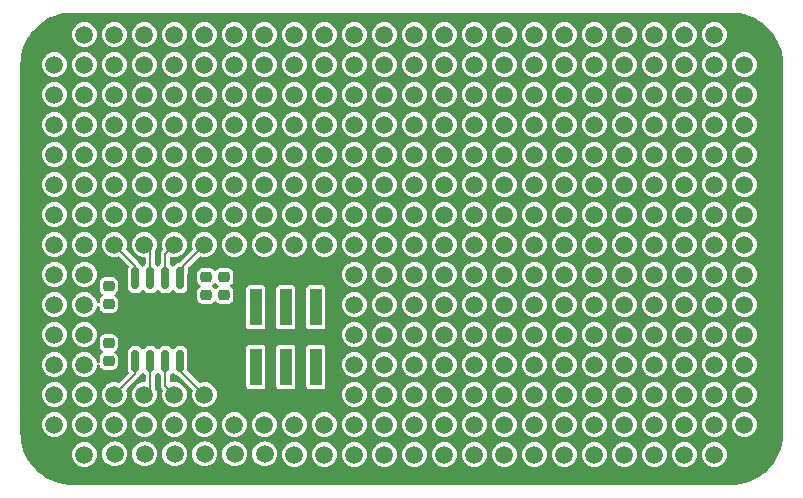
<source format=gbr>
%TF.GenerationSoftware,KiCad,Pcbnew,8.0.7*%
%TF.CreationDate,2025-01-17T21:34:44+01:00*%
%TF.ProjectId,SAO_HelloMyNameIs,53414f5f-4865-46c6-9c6f-4d794e616d65,rev?*%
%TF.SameCoordinates,Original*%
%TF.FileFunction,Copper,L2,Bot*%
%TF.FilePolarity,Positive*%
%FSLAX46Y46*%
G04 Gerber Fmt 4.6, Leading zero omitted, Abs format (unit mm)*
G04 Created by KiCad (PCBNEW 8.0.7) date 2025-01-17 21:34:44*
%MOMM*%
%LPD*%
G01*
G04 APERTURE LIST*
G04 Aperture macros list*
%AMRoundRect*
0 Rectangle with rounded corners*
0 $1 Rounding radius*
0 $2 $3 $4 $5 $6 $7 $8 $9 X,Y pos of 4 corners*
0 Add a 4 corners polygon primitive as box body*
4,1,4,$2,$3,$4,$5,$6,$7,$8,$9,$2,$3,0*
0 Add four circle primitives for the rounded corners*
1,1,$1+$1,$2,$3*
1,1,$1+$1,$4,$5*
1,1,$1+$1,$6,$7*
1,1,$1+$1,$8,$9*
0 Add four rect primitives between the rounded corners*
20,1,$1+$1,$2,$3,$4,$5,0*
20,1,$1+$1,$4,$5,$6,$7,0*
20,1,$1+$1,$6,$7,$8,$9,0*
20,1,$1+$1,$8,$9,$2,$3,0*%
G04 Aperture macros list end*
%TA.AperFunction,SMDPad,CuDef*%
%ADD10C,1.500000*%
%TD*%
%TA.AperFunction,ComponentPad*%
%ADD11C,1.500000*%
%TD*%
%TA.AperFunction,SMDPad,CuDef*%
%ADD12RoundRect,0.225000X-0.250000X0.225000X-0.250000X-0.225000X0.250000X-0.225000X0.250000X0.225000X0*%
%TD*%
%TA.AperFunction,SMDPad,CuDef*%
%ADD13RoundRect,0.150000X0.150000X-0.800000X0.150000X0.800000X-0.150000X0.800000X-0.150000X-0.800000X0*%
%TD*%
%TA.AperFunction,SMDPad,CuDef*%
%ADD14R,1.000000X3.150000*%
%TD*%
%TA.AperFunction,Conductor*%
%ADD15C,0.200000*%
%TD*%
G04 APERTURE END LIST*
D10*
%TO.P,REF\u002A\u002A190,1*%
%TO.N,N/C*%
X103251000Y-99822000D03*
%TD*%
%TO.P,REF\u002A\u002A336,1*%
%TO.N,N/C*%
X138811000Y-82042000D03*
%TD*%
%TO.P,REF\u002A\u002A337,1*%
%TO.N,N/C*%
X141351000Y-82042000D03*
%TD*%
%TO.P,REF\u002A\u002A335,1*%
%TO.N,N/C*%
X136271000Y-82042000D03*
%TD*%
%TO.P,REF\u002A\u002A334,1*%
%TO.N,N/C*%
X133731000Y-82042000D03*
%TD*%
%TO.P,REF\u002A\u002A333,1*%
%TO.N,N/C*%
X131191000Y-82042000D03*
%TD*%
%TO.P,REF\u002A\u002A332,1*%
%TO.N,N/C*%
X128651000Y-82042000D03*
%TD*%
%TO.P,REF\u002A\u002A340,1*%
%TO.N,N/C*%
X148971000Y-82042000D03*
%TD*%
%TO.P,REF\u002A\u002A339,1*%
%TO.N,N/C*%
X146431000Y-82042000D03*
%TD*%
%TO.P,REF\u002A\u002A338,1*%
%TO.N,N/C*%
X143891000Y-82042000D03*
%TD*%
%TO.P,REF\u002A\u002A317,1*%
%TO.N,N/C*%
X126111000Y-82042000D03*
%TD*%
%TO.P,REF\u002A\u002A331,1*%
%TO.N,N/C*%
X90551000Y-82042000D03*
%TD*%
%TO.P,REF\u002A\u002A330,1*%
%TO.N,N/C*%
X93091000Y-82042000D03*
%TD*%
%TO.P,REF\u002A\u002A328,1*%
%TO.N,N/C*%
X98171000Y-82042000D03*
%TD*%
%TO.P,REF\u002A\u002A324,1*%
%TO.N,N/C*%
X108331000Y-82042000D03*
%TD*%
%TO.P,REF\u002A\u002A325,1*%
%TO.N,N/C*%
X105791000Y-82042000D03*
%TD*%
%TO.P,REF\u002A\u002A326,1*%
%TO.N,N/C*%
X103251000Y-82042000D03*
%TD*%
%TO.P,REF\u002A\u002A320,1*%
%TO.N,N/C*%
X118491000Y-82042000D03*
%TD*%
%TO.P,REF\u002A\u002A318,1*%
%TO.N,N/C*%
X123571000Y-82042000D03*
%TD*%
%TO.P,REF\u002A\u002A329,1*%
%TO.N,N/C*%
X95631000Y-82042000D03*
%TD*%
%TO.P,REF\u002A\u002A321,1*%
%TO.N,N/C*%
X115951000Y-82042000D03*
%TD*%
%TO.P,REF\u002A\u002A323,1*%
%TO.N,N/C*%
X110871000Y-82042000D03*
%TD*%
%TO.P,REF\u002A\u002A319,1*%
%TO.N,N/C*%
X121031000Y-82042000D03*
%TD*%
%TO.P,REF\u002A\u002A322,1*%
%TO.N,N/C*%
X113411000Y-82042000D03*
%TD*%
%TO.P,REF\u002A\u002A327,1*%
%TO.N,N/C*%
X100711000Y-82042000D03*
%TD*%
%TO.P,REF\u002A\u002A312,1*%
%TO.N,N/C*%
X138811000Y-79502000D03*
%TD*%
%TO.P,REF\u002A\u002A313,1*%
%TO.N,N/C*%
X141351000Y-79502000D03*
%TD*%
%TO.P,REF\u002A\u002A311,1*%
%TO.N,N/C*%
X136271000Y-79502000D03*
%TD*%
%TO.P,REF\u002A\u002A310,1*%
%TO.N,N/C*%
X133731000Y-79502000D03*
%TD*%
%TO.P,REF\u002A\u002A309,1*%
%TO.N,N/C*%
X131191000Y-79502000D03*
%TD*%
%TO.P,REF\u002A\u002A308,1*%
%TO.N,N/C*%
X128651000Y-79502000D03*
%TD*%
%TO.P,REF\u002A\u002A316,1*%
%TO.N,N/C*%
X148971000Y-79502000D03*
%TD*%
%TO.P,REF\u002A\u002A315,1*%
%TO.N,N/C*%
X146431000Y-79502000D03*
%TD*%
%TO.P,REF\u002A\u002A314,1*%
%TO.N,N/C*%
X143891000Y-79502000D03*
%TD*%
%TO.P,REF\u002A\u002A293,1*%
%TO.N,N/C*%
X126111000Y-79502000D03*
%TD*%
%TO.P,REF\u002A\u002A307,1*%
%TO.N,N/C*%
X90551000Y-79502000D03*
%TD*%
%TO.P,REF\u002A\u002A306,1*%
%TO.N,N/C*%
X93091000Y-79502000D03*
%TD*%
%TO.P,REF\u002A\u002A304,1*%
%TO.N,N/C*%
X98171000Y-79502000D03*
%TD*%
%TO.P,REF\u002A\u002A300,1*%
%TO.N,N/C*%
X108331000Y-79502000D03*
%TD*%
%TO.P,REF\u002A\u002A301,1*%
%TO.N,N/C*%
X105791000Y-79502000D03*
%TD*%
%TO.P,REF\u002A\u002A302,1*%
%TO.N,N/C*%
X103251000Y-79502000D03*
%TD*%
%TO.P,REF\u002A\u002A296,1*%
%TO.N,N/C*%
X118491000Y-79502000D03*
%TD*%
%TO.P,REF\u002A\u002A294,1*%
%TO.N,N/C*%
X123571000Y-79502000D03*
%TD*%
%TO.P,REF\u002A\u002A305,1*%
%TO.N,N/C*%
X95631000Y-79502000D03*
%TD*%
%TO.P,REF\u002A\u002A297,1*%
%TO.N,N/C*%
X115951000Y-79502000D03*
%TD*%
%TO.P,REF\u002A\u002A299,1*%
%TO.N,N/C*%
X110871000Y-79502000D03*
%TD*%
%TO.P,REF\u002A\u002A295,1*%
%TO.N,N/C*%
X121031000Y-79502000D03*
%TD*%
%TO.P,REF\u002A\u002A298,1*%
%TO.N,N/C*%
X113411000Y-79502000D03*
%TD*%
%TO.P,REF\u002A\u002A303,1*%
%TO.N,N/C*%
X100711000Y-79502000D03*
%TD*%
%TO.P,REF\u002A\u002A288,1*%
%TO.N,N/C*%
X138811000Y-76962000D03*
%TD*%
%TO.P,REF\u002A\u002A289,1*%
%TO.N,N/C*%
X141351000Y-76962000D03*
%TD*%
%TO.P,REF\u002A\u002A287,1*%
%TO.N,N/C*%
X136271000Y-76962000D03*
%TD*%
%TO.P,REF\u002A\u002A286,1*%
%TO.N,N/C*%
X133731000Y-76962000D03*
%TD*%
%TO.P,REF\u002A\u002A285,1*%
%TO.N,N/C*%
X131191000Y-76962000D03*
%TD*%
%TO.P,REF\u002A\u002A284,1*%
%TO.N,N/C*%
X128651000Y-76962000D03*
%TD*%
%TO.P,REF\u002A\u002A292,1*%
%TO.N,N/C*%
X148971000Y-76962000D03*
%TD*%
%TO.P,REF\u002A\u002A291,1*%
%TO.N,N/C*%
X146431000Y-76962000D03*
%TD*%
%TO.P,REF\u002A\u002A290,1*%
%TO.N,N/C*%
X143891000Y-76962000D03*
%TD*%
%TO.P,REF\u002A\u002A269,1*%
%TO.N,N/C*%
X126111000Y-76962000D03*
%TD*%
%TO.P,REF\u002A\u002A283,1*%
%TO.N,N/C*%
X90551000Y-76962000D03*
%TD*%
%TO.P,REF\u002A\u002A282,1*%
%TO.N,N/C*%
X93091000Y-76962000D03*
%TD*%
%TO.P,REF\u002A\u002A280,1*%
%TO.N,N/C*%
X98171000Y-76962000D03*
%TD*%
%TO.P,REF\u002A\u002A276,1*%
%TO.N,N/C*%
X108331000Y-76962000D03*
%TD*%
%TO.P,REF\u002A\u002A277,1*%
%TO.N,N/C*%
X105791000Y-76962000D03*
%TD*%
%TO.P,REF\u002A\u002A278,1*%
%TO.N,N/C*%
X103251000Y-76962000D03*
%TD*%
%TO.P,REF\u002A\u002A272,1*%
%TO.N,N/C*%
X118491000Y-76962000D03*
%TD*%
%TO.P,REF\u002A\u002A270,1*%
%TO.N,N/C*%
X123571000Y-76962000D03*
%TD*%
%TO.P,REF\u002A\u002A281,1*%
%TO.N,N/C*%
X95631000Y-76962000D03*
%TD*%
%TO.P,REF\u002A\u002A273,1*%
%TO.N,N/C*%
X115951000Y-76962000D03*
%TD*%
%TO.P,REF\u002A\u002A275,1*%
%TO.N,N/C*%
X110871000Y-76962000D03*
%TD*%
%TO.P,REF\u002A\u002A271,1*%
%TO.N,N/C*%
X121031000Y-76962000D03*
%TD*%
%TO.P,REF\u002A\u002A274,1*%
%TO.N,N/C*%
X113411000Y-76962000D03*
%TD*%
%TO.P,REF\u002A\u002A279,1*%
%TO.N,N/C*%
X100711000Y-76962000D03*
%TD*%
%TO.P,REF\u002A\u002A264,1*%
%TO.N,N/C*%
X138811000Y-74422000D03*
%TD*%
%TO.P,REF\u002A\u002A265,1*%
%TO.N,N/C*%
X141351000Y-74422000D03*
%TD*%
%TO.P,REF\u002A\u002A263,1*%
%TO.N,N/C*%
X136271000Y-74422000D03*
%TD*%
%TO.P,REF\u002A\u002A262,1*%
%TO.N,N/C*%
X133731000Y-74422000D03*
%TD*%
%TO.P,REF\u002A\u002A261,1*%
%TO.N,N/C*%
X131191000Y-74422000D03*
%TD*%
%TO.P,REF\u002A\u002A260,1*%
%TO.N,N/C*%
X128651000Y-74422000D03*
%TD*%
%TO.P,REF\u002A\u002A268,1*%
%TO.N,N/C*%
X148971000Y-74422000D03*
%TD*%
%TO.P,REF\u002A\u002A267,1*%
%TO.N,N/C*%
X146431000Y-74422000D03*
%TD*%
%TO.P,REF\u002A\u002A266,1*%
%TO.N,N/C*%
X143891000Y-74422000D03*
%TD*%
%TO.P,REF\u002A\u002A203,1*%
%TO.N,N/C*%
X126111000Y-74422000D03*
%TD*%
%TO.P,REF\u002A\u002A259,1*%
%TO.N,N/C*%
X90551000Y-74422000D03*
%TD*%
%TO.P,REF\u002A\u002A258,1*%
%TO.N,N/C*%
X93091000Y-74422000D03*
%TD*%
%TO.P,REF\u002A\u002A238,1*%
%TO.N,N/C*%
X98171000Y-74422000D03*
%TD*%
%TO.P,REF\u002A\u002A234,1*%
%TO.N,N/C*%
X108331000Y-74422000D03*
%TD*%
%TO.P,REF\u002A\u002A235,1*%
%TO.N,N/C*%
X105791000Y-74422000D03*
%TD*%
%TO.P,REF\u002A\u002A236,1*%
%TO.N,N/C*%
X103251000Y-74422000D03*
%TD*%
%TO.P,REF\u002A\u002A206,1*%
%TO.N,N/C*%
X118491000Y-74422000D03*
%TD*%
%TO.P,REF\u002A\u002A204,1*%
%TO.N,N/C*%
X123571000Y-74422000D03*
%TD*%
%TO.P,REF\u002A\u002A239,1*%
%TO.N,N/C*%
X95631000Y-74422000D03*
%TD*%
%TO.P,REF\u002A\u002A207,1*%
%TO.N,N/C*%
X115951000Y-74422000D03*
%TD*%
%TO.P,REF\u002A\u002A209,1*%
%TO.N,N/C*%
X110871000Y-74422000D03*
%TD*%
%TO.P,REF\u002A\u002A205,1*%
%TO.N,N/C*%
X121031000Y-74422000D03*
%TD*%
%TO.P,REF\u002A\u002A208,1*%
%TO.N,N/C*%
X113411000Y-74422000D03*
%TD*%
%TO.P,REF\u002A\u002A237,1*%
%TO.N,N/C*%
X100711000Y-74422000D03*
%TD*%
%TO.P,REF\u002A\u002A179,1*%
%TO.N,N/C*%
X138811000Y-71882000D03*
%TD*%
%TO.P,REF\u002A\u002A199,1*%
%TO.N,N/C*%
X141351000Y-71882000D03*
%TD*%
%TO.P,REF\u002A\u002A178,1*%
%TO.N,N/C*%
X136271000Y-71882000D03*
%TD*%
%TO.P,REF\u002A\u002A177,1*%
%TO.N,N/C*%
X133731000Y-71882000D03*
%TD*%
%TO.P,REF\u002A\u002A176,1*%
%TO.N,N/C*%
X131191000Y-71882000D03*
%TD*%
%TO.P,REF\u002A\u002A175,1*%
%TO.N,N/C*%
X128651000Y-71882000D03*
%TD*%
%TO.P,REF\u002A\u002A202,1*%
%TO.N,N/C*%
X148971000Y-71882000D03*
%TD*%
%TO.P,REF\u002A\u002A201,1*%
%TO.N,N/C*%
X146431000Y-71882000D03*
%TD*%
%TO.P,REF\u002A\u002A200,1*%
%TO.N,N/C*%
X143891000Y-71882000D03*
%TD*%
%TO.P,REF\u002A\u002A144,1*%
%TO.N,N/C*%
X126111000Y-71882000D03*
%TD*%
%TO.P,REF\u002A\u002A174,1*%
%TO.N,N/C*%
X90551000Y-71882000D03*
%TD*%
%TO.P,REF\u002A\u002A173,1*%
%TO.N,N/C*%
X93091000Y-71882000D03*
%TD*%
%TO.P,REF\u002A\u002A171,1*%
%TO.N,N/C*%
X98171000Y-71882000D03*
%TD*%
%TO.P,REF\u002A\u002A167,1*%
%TO.N,N/C*%
X108331000Y-71882000D03*
%TD*%
%TO.P,REF\u002A\u002A168,1*%
%TO.N,N/C*%
X105791000Y-71882000D03*
%TD*%
%TO.P,REF\u002A\u002A169,1*%
%TO.N,N/C*%
X103251000Y-71882000D03*
%TD*%
%TO.P,REF\u002A\u002A147,1*%
%TO.N,N/C*%
X118491000Y-71882000D03*
%TD*%
%TO.P,REF\u002A\u002A145,1*%
%TO.N,N/C*%
X123571000Y-71882000D03*
%TD*%
%TO.P,REF\u002A\u002A172,1*%
%TO.N,N/C*%
X95631000Y-71882000D03*
%TD*%
%TO.P,REF\u002A\u002A148,1*%
%TO.N,N/C*%
X115951000Y-71882000D03*
%TD*%
%TO.P,REF\u002A\u002A166,1*%
%TO.N,N/C*%
X110871000Y-71882000D03*
%TD*%
%TO.P,REF\u002A\u002A146,1*%
%TO.N,N/C*%
X121031000Y-71882000D03*
%TD*%
%TO.P,REF\u002A\u002A149,1*%
%TO.N,N/C*%
X113411000Y-71882000D03*
%TD*%
%TO.P,REF\u002A\u002A170,1*%
%TO.N,N/C*%
X100711000Y-71882000D03*
%TD*%
%TO.P,REF\u002A\u002A139,1*%
%TO.N,N/C*%
X138811000Y-69342000D03*
%TD*%
%TO.P,REF\u002A\u002A140,1*%
%TO.N,N/C*%
X141351000Y-69342000D03*
%TD*%
%TO.P,REF\u002A\u002A138,1*%
%TO.N,N/C*%
X136271000Y-69342000D03*
%TD*%
%TO.P,REF\u002A\u002A137,1*%
%TO.N,N/C*%
X133731000Y-69342000D03*
%TD*%
%TO.P,REF\u002A\u002A136,1*%
%TO.N,N/C*%
X131191000Y-69342000D03*
%TD*%
%TO.P,REF\u002A\u002A119,1*%
%TO.N,N/C*%
X128651000Y-69342000D03*
%TD*%
%TO.P,REF\u002A\u002A142,1*%
%TO.N,N/C*%
X146431000Y-69342000D03*
%TD*%
%TO.P,REF\u002A\u002A141,1*%
%TO.N,N/C*%
X143891000Y-69342000D03*
%TD*%
%TO.P,REF\u002A\u002A88,1*%
%TO.N,N/C*%
X126111000Y-69342000D03*
%TD*%
%TO.P,REF\u002A\u002A117,1*%
%TO.N,N/C*%
X93091000Y-69342000D03*
%TD*%
%TO.P,REF\u002A\u002A115,1*%
%TO.N,N/C*%
X98171000Y-69342000D03*
%TD*%
%TO.P,REF\u002A\u002A111,1*%
%TO.N,N/C*%
X108331000Y-69342000D03*
%TD*%
%TO.P,REF\u002A\u002A112,1*%
%TO.N,N/C*%
X105791000Y-69342000D03*
%TD*%
%TO.P,REF\u002A\u002A113,1*%
%TO.N,N/C*%
X103251000Y-69342000D03*
%TD*%
%TO.P,REF\u002A\u002A107,1*%
%TO.N,N/C*%
X118491000Y-69342000D03*
%TD*%
%TO.P,REF\u002A\u002A89,1*%
%TO.N,N/C*%
X123571000Y-69342000D03*
%TD*%
%TO.P,REF\u002A\u002A116,1*%
%TO.N,N/C*%
X95631000Y-69342000D03*
%TD*%
%TO.P,REF\u002A\u002A108,1*%
%TO.N,N/C*%
X115951000Y-69342000D03*
%TD*%
%TO.P,REF\u002A\u002A110,1*%
%TO.N,N/C*%
X110871000Y-69342000D03*
%TD*%
%TO.P,REF\u002A\u002A106,1*%
%TO.N,N/C*%
X121031000Y-69342000D03*
%TD*%
%TO.P,REF\u002A\u002A109,1*%
%TO.N,N/C*%
X113411000Y-69342000D03*
%TD*%
%TO.P,REF\u002A\u002A114,1*%
%TO.N,N/C*%
X100711000Y-69342000D03*
%TD*%
%TO.P,REF\u002A\u002A233,1*%
%TO.N,N/C*%
X148971000Y-102362000D03*
%TD*%
%TO.P,REF\u002A\u002A198,1*%
%TO.N,N/C*%
X148971000Y-99822000D03*
%TD*%
%TO.P,REF\u002A\u002A165,1*%
%TO.N,N/C*%
X148971000Y-97282000D03*
%TD*%
%TO.P,REF\u002A\u002A23,1*%
%TO.N,N/C*%
X148971000Y-84582000D03*
%TD*%
%TO.P,REF\u002A\u002A135,1*%
%TO.N,N/C*%
X148971000Y-94742000D03*
%TD*%
%TO.P,REF\u002A\u002A105,1*%
%TO.N,N/C*%
X148971000Y-92202000D03*
%TD*%
%TO.P,REF\u002A\u002A75,1*%
%TO.N,N/C*%
X148971000Y-89662000D03*
%TD*%
%TO.P,REF\u002A\u002A53,1*%
%TO.N,N/C*%
X148971000Y-87122000D03*
%TD*%
%TO.P,REF\u002A\u002A232,1*%
%TO.N,N/C*%
X146431000Y-102362000D03*
%TD*%
%TO.P,REF\u002A\u002A197,1*%
%TO.N,N/C*%
X146431000Y-99822000D03*
%TD*%
%TO.P,REF\u002A\u002A162,1*%
%TO.N,N/C*%
X146431000Y-97282000D03*
%TD*%
%TO.P,REF\u002A\u002A256,1*%
%TO.N,N/C*%
X146431000Y-104902000D03*
%TD*%
%TO.P,REF\u002A\u002A22,1*%
%TO.N,N/C*%
X146431000Y-84582000D03*
%TD*%
%TO.P,REF\u002A\u002A132,1*%
%TO.N,N/C*%
X146431000Y-94742000D03*
%TD*%
%TO.P,REF\u002A\u002A102,1*%
%TO.N,N/C*%
X146431000Y-92202000D03*
%TD*%
%TO.P,REF\u002A\u002A72,1*%
%TO.N,N/C*%
X146431000Y-89662000D03*
%TD*%
%TO.P,REF\u002A\u002A52,1*%
%TO.N,N/C*%
X146431000Y-87122000D03*
%TD*%
%TO.P,REF\u002A\u002A231,1*%
%TO.N,N/C*%
X143891000Y-102362000D03*
%TD*%
%TO.P,REF\u002A\u002A196,1*%
%TO.N,N/C*%
X143891000Y-99822000D03*
%TD*%
%TO.P,REF\u002A\u002A161,1*%
%TO.N,N/C*%
X143891000Y-97282000D03*
%TD*%
%TO.P,REF\u002A\u002A255,1*%
%TO.N,N/C*%
X143891000Y-104902000D03*
%TD*%
%TO.P,REF\u002A\u002A21,1*%
%TO.N,N/C*%
X143891000Y-84582000D03*
%TD*%
%TO.P,REF\u002A\u002A131,1*%
%TO.N,N/C*%
X143891000Y-94742000D03*
%TD*%
%TO.P,REF\u002A\u002A101,1*%
%TO.N,N/C*%
X143891000Y-92202000D03*
%TD*%
%TO.P,REF\u002A\u002A71,1*%
%TO.N,N/C*%
X143891000Y-89662000D03*
%TD*%
%TO.P,REF\u002A\u002A51,1*%
%TO.N,N/C*%
X143891000Y-87122000D03*
%TD*%
%TO.P,REF\u002A\u002A230,1*%
%TO.N,N/C*%
X141351000Y-102362000D03*
%TD*%
%TO.P,REF\u002A\u002A195,1*%
%TO.N,N/C*%
X141351000Y-99822000D03*
%TD*%
%TO.P,REF\u002A\u002A160,1*%
%TO.N,N/C*%
X141351000Y-97282000D03*
%TD*%
%TO.P,REF\u002A\u002A252,1*%
%TO.N,N/C*%
X141351000Y-104902000D03*
%TD*%
%TO.P,REF\u002A\u002A20,1*%
%TO.N,N/C*%
X141351000Y-84582000D03*
%TD*%
%TO.P,REF\u002A\u002A130,1*%
%TO.N,N/C*%
X141351000Y-94742000D03*
%TD*%
%TO.P,REF\u002A\u002A100,1*%
%TO.N,N/C*%
X141351000Y-92202000D03*
%TD*%
%TO.P,REF\u002A\u002A70,1*%
%TO.N,N/C*%
X141351000Y-89662000D03*
%TD*%
%TO.P,REF\u002A\u002A50,1*%
%TO.N,N/C*%
X141351000Y-87122000D03*
%TD*%
%TO.P,REF\u002A\u002A229,1*%
%TO.N,N/C*%
X138811000Y-102362000D03*
%TD*%
%TO.P,REF\u002A\u002A189,1*%
%TO.N,N/C*%
X138811000Y-99822000D03*
%TD*%
%TO.P,REF\u002A\u002A159,1*%
%TO.N,N/C*%
X138811000Y-97282000D03*
%TD*%
%TO.P,REF\u002A\u002A251,1*%
%TO.N,N/C*%
X138811000Y-104902000D03*
%TD*%
%TO.P,REF\u002A\u002A19,1*%
%TO.N,N/C*%
X138811000Y-84582000D03*
%TD*%
%TO.P,REF\u002A\u002A129,1*%
%TO.N,N/C*%
X138811000Y-94742000D03*
%TD*%
%TO.P,REF\u002A\u002A99,1*%
%TO.N,N/C*%
X138811000Y-92202000D03*
%TD*%
%TO.P,REF\u002A\u002A69,1*%
%TO.N,N/C*%
X138811000Y-89662000D03*
%TD*%
%TO.P,REF\u002A\u002A49,1*%
%TO.N,N/C*%
X138811000Y-87122000D03*
%TD*%
%TO.P,REF\u002A\u002A228,1*%
%TO.N,N/C*%
X136271000Y-102362000D03*
%TD*%
%TO.P,REF\u002A\u002A188,1*%
%TO.N,N/C*%
X136271000Y-99822000D03*
%TD*%
%TO.P,REF\u002A\u002A158,1*%
%TO.N,N/C*%
X136271000Y-97282000D03*
%TD*%
%TO.P,REF\u002A\u002A250,1*%
%TO.N,N/C*%
X136271000Y-104902000D03*
%TD*%
%TO.P,REF\u002A\u002A18,1*%
%TO.N,N/C*%
X136271000Y-84582000D03*
%TD*%
%TO.P,REF\u002A\u002A128,1*%
%TO.N,N/C*%
X136271000Y-94742000D03*
%TD*%
%TO.P,REF\u002A\u002A98,1*%
%TO.N,N/C*%
X136271000Y-92202000D03*
%TD*%
%TO.P,REF\u002A\u002A68,1*%
%TO.N,N/C*%
X136271000Y-89662000D03*
%TD*%
%TO.P,REF\u002A\u002A48,1*%
%TO.N,N/C*%
X136271000Y-87122000D03*
%TD*%
%TO.P,REF\u002A\u002A227,1*%
%TO.N,N/C*%
X133731000Y-102362000D03*
%TD*%
%TO.P,REF\u002A\u002A187,1*%
%TO.N,N/C*%
X133731000Y-99822000D03*
%TD*%
%TO.P,REF\u002A\u002A157,1*%
%TO.N,N/C*%
X133731000Y-97282000D03*
%TD*%
%TO.P,REF\u002A\u002A249,1*%
%TO.N,N/C*%
X133731000Y-104902000D03*
%TD*%
%TO.P,REF\u002A\u002A17,1*%
%TO.N,N/C*%
X133731000Y-84582000D03*
%TD*%
%TO.P,REF\u002A\u002A127,1*%
%TO.N,N/C*%
X133731000Y-94742000D03*
%TD*%
%TO.P,REF\u002A\u002A97,1*%
%TO.N,N/C*%
X133731000Y-92202000D03*
%TD*%
%TO.P,REF\u002A\u002A67,1*%
%TO.N,N/C*%
X133731000Y-89662000D03*
%TD*%
%TO.P,REF\u002A\u002A47,1*%
%TO.N,N/C*%
X133731000Y-87122000D03*
%TD*%
%TO.P,REF\u002A\u002A226,1*%
%TO.N,N/C*%
X131191000Y-102362000D03*
%TD*%
%TO.P,REF\u002A\u002A186,1*%
%TO.N,N/C*%
X131191000Y-99822000D03*
%TD*%
%TO.P,REF\u002A\u002A156,1*%
%TO.N,N/C*%
X131191000Y-97282000D03*
%TD*%
%TO.P,REF\u002A\u002A248,1*%
%TO.N,N/C*%
X131191000Y-104902000D03*
%TD*%
%TO.P,REF\u002A\u002A16,1*%
%TO.N,N/C*%
X131191000Y-84582000D03*
%TD*%
%TO.P,REF\u002A\u002A126,1*%
%TO.N,N/C*%
X131191000Y-94742000D03*
%TD*%
%TO.P,REF\u002A\u002A96,1*%
%TO.N,N/C*%
X131191000Y-92202000D03*
%TD*%
%TO.P,REF\u002A\u002A66,1*%
%TO.N,N/C*%
X131191000Y-89662000D03*
%TD*%
%TO.P,REF\u002A\u002A46,1*%
%TO.N,N/C*%
X131191000Y-87122000D03*
%TD*%
%TO.P,REF\u002A\u002A225,1*%
%TO.N,N/C*%
X128651000Y-102362000D03*
%TD*%
%TO.P,REF\u002A\u002A185,1*%
%TO.N,N/C*%
X128651000Y-99822000D03*
%TD*%
%TO.P,REF\u002A\u002A155,1*%
%TO.N,N/C*%
X128651000Y-97282000D03*
%TD*%
%TO.P,REF\u002A\u002A247,1*%
%TO.N,N/C*%
X128651000Y-104902000D03*
%TD*%
%TO.P,REF\u002A\u002A15,1*%
%TO.N,N/C*%
X128651000Y-84582000D03*
%TD*%
%TO.P,REF\u002A\u002A125,1*%
%TO.N,N/C*%
X128651000Y-94742000D03*
%TD*%
%TO.P,REF\u002A\u002A95,1*%
%TO.N,N/C*%
X128651000Y-92202000D03*
%TD*%
%TO.P,REF\u002A\u002A65,1*%
%TO.N,N/C*%
X128651000Y-89662000D03*
%TD*%
%TO.P,REF\u002A\u002A45,1*%
%TO.N,N/C*%
X128651000Y-87122000D03*
%TD*%
D11*
%TO.P,,1*%
%TO.N,N/C*%
X98196400Y-104851200D03*
%TD*%
%TO.P,,1*%
%TO.N,N/C*%
X95656400Y-104851200D03*
%TD*%
%TO.P,,1*%
%TO.N,N/C*%
X108356400Y-104851200D03*
%TD*%
%TO.P,,1*%
%TO.N,N/C*%
X105816400Y-104851200D03*
%TD*%
%TO.P,,1*%
%TO.N,N/C*%
X103276400Y-104851200D03*
%TD*%
%TO.P,,1*%
%TO.N,N/C*%
X100736400Y-104851200D03*
%TD*%
D12*
%TO.P,REF\u002A\u002A,2*%
%TO.N,N/C*%
X95148400Y-96990200D03*
%TO.P,REF\u002A\u002A,1*%
X95148400Y-95440200D03*
%TD*%
%TO.P,REF\u002A\u002A,2*%
%TO.N,N/C*%
X95148400Y-92164200D03*
%TO.P,REF\u002A\u002A,1*%
X95148400Y-90614200D03*
%TD*%
%TO.P,REF\u002A\u002A,2*%
%TO.N,N/C*%
X103403400Y-91402200D03*
%TO.P,REF\u002A\u002A,1*%
X103403400Y-89852200D03*
%TD*%
%TO.P,REF\u002A\u002A,2*%
%TO.N,N/C*%
X104927400Y-91402200D03*
%TO.P,REF\u002A\u002A,1*%
X104927400Y-89852200D03*
%TD*%
D13*
%TO.P,IC,1*%
%TO.N,N/C*%
X101219000Y-96972000D03*
%TO.P,IC,2*%
X99949000Y-96972000D03*
%TO.P,IC,3*%
X98679000Y-96972000D03*
%TO.P,IC,4*%
X97409000Y-96972000D03*
%TO.P,IC,5*%
X97409000Y-89972000D03*
%TO.P,IC,6*%
X98679000Y-89972000D03*
%TO.P,IC,7*%
X99949000Y-89972000D03*
%TO.P,IC,8*%
X101219000Y-89972000D03*
%TD*%
D10*
%TO.P,REF\u002A\u002A253,1*%
%TO.N,N/C*%
X93091000Y-104902000D03*
%TD*%
%TO.P,REF\u002A\u002A246,1*%
%TO.N,N/C*%
X110871000Y-104902000D03*
%TD*%
%TO.P,REF\u002A\u002A245,1*%
%TO.N,N/C*%
X113411000Y-104902000D03*
%TD*%
%TO.P,REF\u002A\u002A244,1*%
%TO.N,N/C*%
X115951000Y-104902000D03*
%TD*%
%TO.P,REF\u002A\u002A243,1*%
%TO.N,N/C*%
X118491000Y-104902000D03*
%TD*%
%TO.P,REF\u002A\u002A242,1*%
%TO.N,N/C*%
X121031000Y-104902000D03*
%TD*%
%TO.P,REF\u002A\u002A241,1*%
%TO.N,N/C*%
X123571000Y-104902000D03*
%TD*%
%TO.P,REF\u002A\u002A240,1*%
%TO.N,N/C*%
X126111000Y-104902000D03*
%TD*%
%TO.P,REF\u002A\u002A224,1*%
%TO.N,N/C*%
X90551000Y-102362000D03*
%TD*%
%TO.P,REF\u002A\u002A223,1*%
%TO.N,N/C*%
X93091000Y-102362000D03*
%TD*%
%TO.P,REF\u002A\u002A222,1*%
%TO.N,N/C*%
X95631000Y-102362000D03*
%TD*%
%TO.P,REF\u002A\u002A221,1*%
%TO.N,N/C*%
X98171000Y-102362000D03*
%TD*%
%TO.P,REF\u002A\u002A220,1*%
%TO.N,N/C*%
X100711000Y-102362000D03*
%TD*%
%TO.P,REF\u002A\u002A219,1*%
%TO.N,N/C*%
X103251000Y-102362000D03*
%TD*%
%TO.P,REF\u002A\u002A218,1*%
%TO.N,N/C*%
X105791000Y-102362000D03*
%TD*%
%TO.P,REF\u002A\u002A217,1*%
%TO.N,N/C*%
X108331000Y-102362000D03*
%TD*%
%TO.P,REF\u002A\u002A216,1*%
%TO.N,N/C*%
X110871000Y-102362000D03*
%TD*%
%TO.P,REF\u002A\u002A215,1*%
%TO.N,N/C*%
X113411000Y-102362000D03*
%TD*%
%TO.P,REF\u002A\u002A214,1*%
%TO.N,N/C*%
X115951000Y-102362000D03*
%TD*%
%TO.P,REF\u002A\u002A213,1*%
%TO.N,N/C*%
X118491000Y-102362000D03*
%TD*%
%TO.P,REF\u002A\u002A212,1*%
%TO.N,N/C*%
X121031000Y-102362000D03*
%TD*%
%TO.P,REF\u002A\u002A211,1*%
%TO.N,N/C*%
X123571000Y-102362000D03*
%TD*%
%TO.P,REF\u002A\u002A210,1*%
%TO.N,N/C*%
X126111000Y-102362000D03*
%TD*%
%TO.P,REF\u002A\u002A194,1*%
%TO.N,N/C*%
X90551000Y-99822000D03*
%TD*%
%TO.P,REF\u002A\u002A193,1*%
%TO.N,N/C*%
X93091000Y-99822000D03*
%TD*%
%TO.P,REF\u002A\u002A192,1*%
%TO.N,N/C*%
X95631000Y-99822000D03*
%TD*%
%TO.P,REF\u002A\u002A191,1*%
%TO.N,N/C*%
X98171000Y-99822000D03*
%TD*%
%TO.P,REF\u002A\u002A190,1*%
%TO.N,N/C*%
X100711000Y-99822000D03*
%TD*%
%TO.P,REF\u002A\u002A184,1*%
%TO.N,N/C*%
X115951000Y-99822000D03*
%TD*%
%TO.P,REF\u002A\u002A183,1*%
%TO.N,N/C*%
X118491000Y-99822000D03*
%TD*%
%TO.P,REF\u002A\u002A182,1*%
%TO.N,N/C*%
X121031000Y-99822000D03*
%TD*%
%TO.P,REF\u002A\u002A181,1*%
%TO.N,N/C*%
X123571000Y-99822000D03*
%TD*%
%TO.P,REF\u002A\u002A180,1*%
%TO.N,N/C*%
X126111000Y-99822000D03*
%TD*%
%TO.P,REF\u002A\u002A164,1*%
%TO.N,N/C*%
X90551000Y-97282000D03*
%TD*%
%TO.P,REF\u002A\u002A154,1*%
%TO.N,N/C*%
X115951000Y-97282000D03*
%TD*%
%TO.P,REF\u002A\u002A153,1*%
%TO.N,N/C*%
X118491000Y-97282000D03*
%TD*%
%TO.P,REF\u002A\u002A152,1*%
%TO.N,N/C*%
X121031000Y-97282000D03*
%TD*%
%TO.P,REF\u002A\u002A151,1*%
%TO.N,N/C*%
X123571000Y-97282000D03*
%TD*%
%TO.P,REF\u002A\u002A150,1*%
%TO.N,N/C*%
X126111000Y-97282000D03*
%TD*%
%TO.P,REF\u002A\u002A134,1*%
%TO.N,N/C*%
X90551000Y-94742000D03*
%TD*%
%TO.P,REF\u002A\u002A124,1*%
%TO.N,N/C*%
X115951000Y-94742000D03*
%TD*%
%TO.P,REF\u002A\u002A123,1*%
%TO.N,N/C*%
X118491000Y-94742000D03*
%TD*%
%TO.P,REF\u002A\u002A122,1*%
%TO.N,N/C*%
X121031000Y-94742000D03*
%TD*%
%TO.P,REF\u002A\u002A121,1*%
%TO.N,N/C*%
X123571000Y-94742000D03*
%TD*%
%TO.P,REF\u002A\u002A120,1*%
%TO.N,N/C*%
X126111000Y-94742000D03*
%TD*%
%TO.P,REF\u002A\u002A104,1*%
%TO.N,N/C*%
X90551000Y-92202000D03*
%TD*%
%TO.P,REF\u002A\u002A94,1*%
%TO.N,N/C*%
X115951000Y-92202000D03*
%TD*%
%TO.P,REF\u002A\u002A93,1*%
%TO.N,N/C*%
X118491000Y-92202000D03*
%TD*%
%TO.P,REF\u002A\u002A92,1*%
%TO.N,N/C*%
X121031000Y-92202000D03*
%TD*%
%TO.P,REF\u002A\u002A91,1*%
%TO.N,N/C*%
X123571000Y-92202000D03*
%TD*%
%TO.P,REF\u002A\u002A90,1*%
%TO.N,N/C*%
X126111000Y-92202000D03*
%TD*%
%TO.P,REF\u002A\u002A74,1*%
%TO.N,N/C*%
X90551000Y-89662000D03*
%TD*%
%TO.P,REF\u002A\u002A64,1*%
%TO.N,N/C*%
X115951000Y-89662000D03*
%TD*%
%TO.P,REF\u002A\u002A63,1*%
%TO.N,N/C*%
X118491000Y-89662000D03*
%TD*%
%TO.P,REF\u002A\u002A62,1*%
%TO.N,N/C*%
X121031000Y-89662000D03*
%TD*%
%TO.P,REF\u002A\u002A61,1*%
%TO.N,N/C*%
X123571000Y-89662000D03*
%TD*%
%TO.P,REF\u002A\u002A60,1*%
%TO.N,N/C*%
X126111000Y-89662000D03*
%TD*%
%TO.P,REF\u002A\u002A44,1*%
%TO.N,N/C*%
X90551000Y-87122000D03*
%TD*%
%TO.P,REF\u002A\u002A43,1*%
%TO.N,N/C*%
X93091000Y-87122000D03*
%TD*%
%TO.P,REF\u002A\u002A42,1*%
%TO.N,N/C*%
X95631000Y-87122000D03*
%TD*%
%TO.P,REF\u002A\u002A41,1*%
%TO.N,N/C*%
X98171000Y-87122000D03*
%TD*%
%TO.P,REF\u002A\u002A40,1*%
%TO.N,N/C*%
X100711000Y-87122000D03*
%TD*%
%TO.P,REF\u002A\u002A39,1*%
%TO.N,N/C*%
X103251000Y-87122000D03*
%TD*%
%TO.P,REF\u002A\u002A38,1*%
%TO.N,N/C*%
X105791000Y-87122000D03*
%TD*%
%TO.P,REF\u002A\u002A37,1*%
%TO.N,N/C*%
X108331000Y-87122000D03*
%TD*%
%TO.P,REF\u002A\u002A36,1*%
%TO.N,N/C*%
X110871000Y-87122000D03*
%TD*%
%TO.P,REF\u002A\u002A35,1*%
%TO.N,N/C*%
X113411000Y-87122000D03*
%TD*%
%TO.P,REF\u002A\u002A34,1*%
%TO.N,N/C*%
X115951000Y-87122000D03*
%TD*%
%TO.P,REF\u002A\u002A33,1*%
%TO.N,N/C*%
X118491000Y-87122000D03*
%TD*%
%TO.P,REF\u002A\u002A32,1*%
%TO.N,N/C*%
X121031000Y-87122000D03*
%TD*%
%TO.P,REF\u002A\u002A31,1*%
%TO.N,N/C*%
X123571000Y-87122000D03*
%TD*%
%TO.P,REF\u002A\u002A30,1*%
%TO.N,N/C*%
X126111000Y-87122000D03*
%TD*%
%TO.P,REF\u002A\u002A14,1*%
%TO.N,N/C*%
X90551000Y-84582000D03*
%TD*%
%TO.P,REF\u002A\u002A13,1*%
%TO.N,N/C*%
X93091000Y-84582000D03*
%TD*%
%TO.P,REF\u002A\u002A12,1*%
%TO.N,N/C*%
X95631000Y-84582000D03*
%TD*%
%TO.P,REF\u002A\u002A11,1*%
%TO.N,N/C*%
X98171000Y-84582000D03*
%TD*%
%TO.P,REF\u002A\u002A10,1*%
%TO.N,N/C*%
X100711000Y-84582000D03*
%TD*%
%TO.P,REF\u002A\u002A9,1*%
%TO.N,N/C*%
X103251000Y-84582000D03*
%TD*%
%TO.P,REF\u002A\u002A8,1*%
%TO.N,N/C*%
X105791000Y-84582000D03*
%TD*%
%TO.P,REF\u002A\u002A7,1*%
%TO.N,N/C*%
X108331000Y-84582000D03*
%TD*%
%TO.P,REF\u002A\u002A6,1*%
%TO.N,N/C*%
X110871000Y-84582000D03*
%TD*%
%TO.P,REF\u002A\u002A5,1*%
%TO.N,N/C*%
X113411000Y-84582000D03*
%TD*%
%TO.P,REF\u002A\u002A4,1*%
%TO.N,N/C*%
X115951000Y-84582000D03*
%TD*%
%TO.P,REF\u002A\u002A3,1*%
%TO.N,N/C*%
X118491000Y-84582000D03*
%TD*%
%TO.P,REF\u002A\u002A2,1*%
%TO.N,N/C*%
X121031000Y-84582000D03*
%TD*%
%TO.P,REF\u002A\u002A1,1*%
%TO.N,N/C*%
X123571000Y-84582000D03*
%TD*%
%TO.P,REF\u002A\u002A,1*%
%TO.N,N/C*%
X126111000Y-84582000D03*
%TD*%
D14*
%TO.P,SAO,1*%
%TO.N,N/C*%
X107594400Y-92435200D03*
%TO.P,SAO,2*%
X107594400Y-97485200D03*
%TO.P,SAO,3*%
X110134400Y-92435200D03*
%TO.P,SAO,4*%
X110134400Y-97485200D03*
%TO.P,SAO,5*%
X112674400Y-92435200D03*
%TO.P,SAO,6*%
X112674400Y-97485200D03*
%TD*%
D10*
%TO.P,REF\u002A\u002A133,1*%
%TO.N,N/C*%
X93091000Y-94742000D03*
%TD*%
%TO.P,REF\u002A\u002A103,1*%
%TO.N,N/C*%
X93091000Y-92202000D03*
%TD*%
%TO.P,REF\u002A\u002A73,1*%
%TO.N,N/C*%
X93091000Y-89662000D03*
%TD*%
%TO.P,REF\u002A\u002A163,1*%
%TO.N,N/C*%
X93091000Y-97282000D03*
%TD*%
D15*
%TO.N,*%
X101473000Y-89408000D02*
X101473000Y-88900000D01*
X101219000Y-89662000D02*
X101473000Y-89408000D01*
X101473000Y-88900000D02*
X103251000Y-87122000D01*
X101219000Y-89972000D02*
X101219000Y-89662000D01*
X99949000Y-89972000D02*
X99949000Y-87884000D01*
X99949000Y-87884000D02*
X100711000Y-87122000D01*
X98679000Y-87630000D02*
X98171000Y-87122000D01*
X98679000Y-89972000D02*
X98679000Y-87630000D01*
X97409000Y-88900000D02*
X95631000Y-87122000D01*
X97409000Y-89972000D02*
X97409000Y-88900000D01*
X101219000Y-97790000D02*
X101219000Y-96972000D01*
X103251000Y-99822000D02*
X101219000Y-97790000D01*
X99949000Y-99060000D02*
X100711000Y-99822000D01*
X99949000Y-96972000D02*
X99949000Y-99060000D01*
X98679000Y-99314000D02*
X98171000Y-99822000D01*
X98679000Y-96972000D02*
X98679000Y-99314000D01*
X97409000Y-96972000D02*
X97409000Y-98044000D01*
X97409000Y-98044000D02*
X95631000Y-99822000D01*
%TD*%
%TA.AperFunction,NonConductor*%
G36*
X147849091Y-67478220D02*
G01*
X148226180Y-67494691D01*
X148236924Y-67495631D01*
X148608480Y-67544554D01*
X148619091Y-67546425D01*
X148984954Y-67627541D01*
X148995397Y-67630340D01*
X149352765Y-67743022D01*
X149362930Y-67746721D01*
X149709155Y-67890136D01*
X149718927Y-67894693D01*
X150051325Y-68067732D01*
X150060693Y-68073141D01*
X150376731Y-68274482D01*
X150385577Y-68280675D01*
X150682890Y-68508814D01*
X150691162Y-68515756D01*
X150967436Y-68768914D01*
X150975085Y-68776563D01*
X151228243Y-69052837D01*
X151235187Y-69061111D01*
X151463321Y-69358418D01*
X151469517Y-69367268D01*
X151670858Y-69683306D01*
X151676267Y-69692674D01*
X151745560Y-69825782D01*
X151797480Y-69925518D01*
X151849298Y-70025056D01*
X151853870Y-70034860D01*
X151997278Y-70381069D01*
X152000977Y-70391234D01*
X152113659Y-70748602D01*
X152116459Y-70759050D01*
X152197569Y-71124884D01*
X152199448Y-71135538D01*
X152248366Y-71507059D01*
X152249308Y-71517818D01*
X152265779Y-71894893D01*
X152265782Y-71894945D01*
X152265900Y-71900356D01*
X152265900Y-103054893D01*
X152265782Y-103060302D01*
X152249318Y-103437378D01*
X152248375Y-103448154D01*
X152199465Y-103819663D01*
X152197587Y-103830317D01*
X152116479Y-104196170D01*
X152113679Y-104206618D01*
X152001000Y-104563992D01*
X151997300Y-104574158D01*
X151853897Y-104920362D01*
X151849325Y-104930166D01*
X151676301Y-105262542D01*
X151670893Y-105271910D01*
X151469548Y-105587958D01*
X151463343Y-105596819D01*
X151235226Y-105894107D01*
X151228272Y-105902394D01*
X150975115Y-106178666D01*
X150967466Y-106186315D01*
X150691194Y-106439472D01*
X150682907Y-106446426D01*
X150385619Y-106674543D01*
X150376758Y-106680748D01*
X150060710Y-106882093D01*
X150051342Y-106887501D01*
X149718966Y-107060525D01*
X149709162Y-107065097D01*
X149362958Y-107208500D01*
X149352792Y-107212200D01*
X148995418Y-107324879D01*
X148984970Y-107327679D01*
X148619117Y-107408787D01*
X148608463Y-107410665D01*
X148236954Y-107459575D01*
X148226178Y-107460518D01*
X147849149Y-107476980D01*
X147843740Y-107477098D01*
X92089106Y-107477098D01*
X92083697Y-107476980D01*
X91706621Y-107460516D01*
X91695845Y-107459573D01*
X91324336Y-107410663D01*
X91313682Y-107408785D01*
X90947830Y-107327677D01*
X90937382Y-107324877D01*
X90580007Y-107212198D01*
X90569841Y-107208498D01*
X90223637Y-107065095D01*
X90213833Y-107060523D01*
X89881458Y-106887500D01*
X89872090Y-106882092D01*
X89556042Y-106680747D01*
X89547181Y-106674542D01*
X89249893Y-106446425D01*
X89241606Y-106439471D01*
X88965334Y-106186314D01*
X88957685Y-106178665D01*
X88704528Y-105902393D01*
X88697574Y-105894106D01*
X88469457Y-105596818D01*
X88463252Y-105587957D01*
X88261907Y-105271909D01*
X88256499Y-105262541D01*
X88083476Y-104930166D01*
X88078904Y-104920362D01*
X88071298Y-104902000D01*
X92035417Y-104902000D01*
X92055699Y-105107932D01*
X92055700Y-105107934D01*
X92115768Y-105305954D01*
X92213315Y-105488450D01*
X92213317Y-105488452D01*
X92344589Y-105648410D01*
X92441209Y-105727702D01*
X92504550Y-105779685D01*
X92687046Y-105877232D01*
X92885066Y-105937300D01*
X92885065Y-105937300D01*
X92903529Y-105939118D01*
X93091000Y-105957583D01*
X93296934Y-105937300D01*
X93494954Y-105877232D01*
X93677450Y-105779685D01*
X93837410Y-105648410D01*
X93968685Y-105488450D01*
X94066232Y-105305954D01*
X94126300Y-105107934D01*
X94146583Y-104902000D01*
X94141580Y-104851200D01*
X94600817Y-104851200D01*
X94621099Y-105057132D01*
X94621100Y-105057134D01*
X94681168Y-105255154D01*
X94778715Y-105437650D01*
X94778717Y-105437652D01*
X94909989Y-105597610D01*
X94971890Y-105648410D01*
X95069950Y-105728885D01*
X95252446Y-105826432D01*
X95450466Y-105886500D01*
X95450465Y-105886500D01*
X95468929Y-105888318D01*
X95656400Y-105906783D01*
X95862334Y-105886500D01*
X96060354Y-105826432D01*
X96242850Y-105728885D01*
X96402810Y-105597610D01*
X96534085Y-105437650D01*
X96631632Y-105255154D01*
X96691700Y-105057134D01*
X96711983Y-104851200D01*
X97140817Y-104851200D01*
X97161099Y-105057132D01*
X97161100Y-105057134D01*
X97221168Y-105255154D01*
X97318715Y-105437650D01*
X97318717Y-105437652D01*
X97449989Y-105597610D01*
X97511890Y-105648410D01*
X97609950Y-105728885D01*
X97792446Y-105826432D01*
X97990466Y-105886500D01*
X97990465Y-105886500D01*
X98008929Y-105888318D01*
X98196400Y-105906783D01*
X98402334Y-105886500D01*
X98600354Y-105826432D01*
X98782850Y-105728885D01*
X98942810Y-105597610D01*
X99074085Y-105437650D01*
X99171632Y-105255154D01*
X99231700Y-105057134D01*
X99251983Y-104851200D01*
X99680817Y-104851200D01*
X99701099Y-105057132D01*
X99701100Y-105057134D01*
X99761168Y-105255154D01*
X99858715Y-105437650D01*
X99858717Y-105437652D01*
X99989989Y-105597610D01*
X100051890Y-105648410D01*
X100149950Y-105728885D01*
X100332446Y-105826432D01*
X100530466Y-105886500D01*
X100530465Y-105886500D01*
X100548929Y-105888318D01*
X100736400Y-105906783D01*
X100942334Y-105886500D01*
X101140354Y-105826432D01*
X101322850Y-105728885D01*
X101482810Y-105597610D01*
X101614085Y-105437650D01*
X101711632Y-105255154D01*
X101771700Y-105057134D01*
X101791983Y-104851200D01*
X102220817Y-104851200D01*
X102241099Y-105057132D01*
X102241100Y-105057134D01*
X102301168Y-105255154D01*
X102398715Y-105437650D01*
X102398717Y-105437652D01*
X102529989Y-105597610D01*
X102591890Y-105648410D01*
X102689950Y-105728885D01*
X102872446Y-105826432D01*
X103070466Y-105886500D01*
X103070465Y-105886500D01*
X103088929Y-105888318D01*
X103276400Y-105906783D01*
X103482334Y-105886500D01*
X103680354Y-105826432D01*
X103862850Y-105728885D01*
X104022810Y-105597610D01*
X104154085Y-105437650D01*
X104251632Y-105255154D01*
X104311700Y-105057134D01*
X104331983Y-104851200D01*
X104760817Y-104851200D01*
X104781099Y-105057132D01*
X104781100Y-105057134D01*
X104841168Y-105255154D01*
X104938715Y-105437650D01*
X104938717Y-105437652D01*
X105069989Y-105597610D01*
X105131890Y-105648410D01*
X105229950Y-105728885D01*
X105412446Y-105826432D01*
X105610466Y-105886500D01*
X105610465Y-105886500D01*
X105628929Y-105888318D01*
X105816400Y-105906783D01*
X106022334Y-105886500D01*
X106220354Y-105826432D01*
X106402850Y-105728885D01*
X106562810Y-105597610D01*
X106694085Y-105437650D01*
X106791632Y-105255154D01*
X106851700Y-105057134D01*
X106871983Y-104851200D01*
X107300817Y-104851200D01*
X107321099Y-105057132D01*
X107321100Y-105057134D01*
X107381168Y-105255154D01*
X107478715Y-105437650D01*
X107478717Y-105437652D01*
X107609989Y-105597610D01*
X107671890Y-105648410D01*
X107769950Y-105728885D01*
X107952446Y-105826432D01*
X108150466Y-105886500D01*
X108150465Y-105886500D01*
X108168929Y-105888318D01*
X108356400Y-105906783D01*
X108562334Y-105886500D01*
X108760354Y-105826432D01*
X108942850Y-105728885D01*
X109102810Y-105597610D01*
X109234085Y-105437650D01*
X109331632Y-105255154D01*
X109391700Y-105057134D01*
X109406980Y-104902000D01*
X109815417Y-104902000D01*
X109835699Y-105107932D01*
X109835700Y-105107934D01*
X109895768Y-105305954D01*
X109993315Y-105488450D01*
X109993317Y-105488452D01*
X110124589Y-105648410D01*
X110221209Y-105727702D01*
X110284550Y-105779685D01*
X110467046Y-105877232D01*
X110665066Y-105937300D01*
X110665065Y-105937300D01*
X110683529Y-105939118D01*
X110871000Y-105957583D01*
X111076934Y-105937300D01*
X111274954Y-105877232D01*
X111457450Y-105779685D01*
X111617410Y-105648410D01*
X111748685Y-105488450D01*
X111846232Y-105305954D01*
X111906300Y-105107934D01*
X111926583Y-104902000D01*
X112355417Y-104902000D01*
X112375699Y-105107932D01*
X112375700Y-105107934D01*
X112435768Y-105305954D01*
X112533315Y-105488450D01*
X112533317Y-105488452D01*
X112664589Y-105648410D01*
X112761209Y-105727702D01*
X112824550Y-105779685D01*
X113007046Y-105877232D01*
X113205066Y-105937300D01*
X113205065Y-105937300D01*
X113223529Y-105939118D01*
X113411000Y-105957583D01*
X113616934Y-105937300D01*
X113814954Y-105877232D01*
X113997450Y-105779685D01*
X114157410Y-105648410D01*
X114288685Y-105488450D01*
X114386232Y-105305954D01*
X114446300Y-105107934D01*
X114466583Y-104902000D01*
X114895417Y-104902000D01*
X114915699Y-105107932D01*
X114915700Y-105107934D01*
X114975768Y-105305954D01*
X115073315Y-105488450D01*
X115073317Y-105488452D01*
X115204589Y-105648410D01*
X115301209Y-105727702D01*
X115364550Y-105779685D01*
X115547046Y-105877232D01*
X115745066Y-105937300D01*
X115745065Y-105937300D01*
X115763529Y-105939118D01*
X115951000Y-105957583D01*
X116156934Y-105937300D01*
X116354954Y-105877232D01*
X116537450Y-105779685D01*
X116697410Y-105648410D01*
X116828685Y-105488450D01*
X116926232Y-105305954D01*
X116986300Y-105107934D01*
X117006583Y-104902000D01*
X117435417Y-104902000D01*
X117455699Y-105107932D01*
X117455700Y-105107934D01*
X117515768Y-105305954D01*
X117613315Y-105488450D01*
X117613317Y-105488452D01*
X117744589Y-105648410D01*
X117841209Y-105727702D01*
X117904550Y-105779685D01*
X118087046Y-105877232D01*
X118285066Y-105937300D01*
X118285065Y-105937300D01*
X118303529Y-105939118D01*
X118491000Y-105957583D01*
X118696934Y-105937300D01*
X118894954Y-105877232D01*
X119077450Y-105779685D01*
X119237410Y-105648410D01*
X119368685Y-105488450D01*
X119466232Y-105305954D01*
X119526300Y-105107934D01*
X119546583Y-104902000D01*
X119975417Y-104902000D01*
X119995699Y-105107932D01*
X119995700Y-105107934D01*
X120055768Y-105305954D01*
X120153315Y-105488450D01*
X120153317Y-105488452D01*
X120284589Y-105648410D01*
X120381209Y-105727702D01*
X120444550Y-105779685D01*
X120627046Y-105877232D01*
X120825066Y-105937300D01*
X120825065Y-105937300D01*
X120843529Y-105939118D01*
X121031000Y-105957583D01*
X121236934Y-105937300D01*
X121434954Y-105877232D01*
X121617450Y-105779685D01*
X121777410Y-105648410D01*
X121908685Y-105488450D01*
X122006232Y-105305954D01*
X122066300Y-105107934D01*
X122086583Y-104902000D01*
X122515417Y-104902000D01*
X122535699Y-105107932D01*
X122535700Y-105107934D01*
X122595768Y-105305954D01*
X122693315Y-105488450D01*
X122693317Y-105488452D01*
X122824589Y-105648410D01*
X122921209Y-105727702D01*
X122984550Y-105779685D01*
X123167046Y-105877232D01*
X123365066Y-105937300D01*
X123365065Y-105937300D01*
X123383529Y-105939118D01*
X123571000Y-105957583D01*
X123776934Y-105937300D01*
X123974954Y-105877232D01*
X124157450Y-105779685D01*
X124317410Y-105648410D01*
X124448685Y-105488450D01*
X124546232Y-105305954D01*
X124606300Y-105107934D01*
X124626583Y-104902000D01*
X125055417Y-104902000D01*
X125075699Y-105107932D01*
X125075700Y-105107934D01*
X125135768Y-105305954D01*
X125233315Y-105488450D01*
X125233317Y-105488452D01*
X125364589Y-105648410D01*
X125461209Y-105727702D01*
X125524550Y-105779685D01*
X125707046Y-105877232D01*
X125905066Y-105937300D01*
X125905065Y-105937300D01*
X125923529Y-105939118D01*
X126111000Y-105957583D01*
X126316934Y-105937300D01*
X126514954Y-105877232D01*
X126697450Y-105779685D01*
X126857410Y-105648410D01*
X126988685Y-105488450D01*
X127086232Y-105305954D01*
X127146300Y-105107934D01*
X127166583Y-104902000D01*
X127595417Y-104902000D01*
X127615699Y-105107932D01*
X127615700Y-105107934D01*
X127675768Y-105305954D01*
X127773315Y-105488450D01*
X127773317Y-105488452D01*
X127904589Y-105648410D01*
X128001209Y-105727702D01*
X128064550Y-105779685D01*
X128247046Y-105877232D01*
X128445066Y-105937300D01*
X128445065Y-105937300D01*
X128463529Y-105939118D01*
X128651000Y-105957583D01*
X128856934Y-105937300D01*
X129054954Y-105877232D01*
X129237450Y-105779685D01*
X129397410Y-105648410D01*
X129528685Y-105488450D01*
X129626232Y-105305954D01*
X129686300Y-105107934D01*
X129706583Y-104902000D01*
X130135417Y-104902000D01*
X130155699Y-105107932D01*
X130155700Y-105107934D01*
X130215768Y-105305954D01*
X130313315Y-105488450D01*
X130313317Y-105488452D01*
X130444589Y-105648410D01*
X130541209Y-105727702D01*
X130604550Y-105779685D01*
X130787046Y-105877232D01*
X130985066Y-105937300D01*
X130985065Y-105937300D01*
X131003529Y-105939118D01*
X131191000Y-105957583D01*
X131396934Y-105937300D01*
X131594954Y-105877232D01*
X131777450Y-105779685D01*
X131937410Y-105648410D01*
X132068685Y-105488450D01*
X132166232Y-105305954D01*
X132226300Y-105107934D01*
X132246583Y-104902000D01*
X132675417Y-104902000D01*
X132695699Y-105107932D01*
X132695700Y-105107934D01*
X132755768Y-105305954D01*
X132853315Y-105488450D01*
X132853317Y-105488452D01*
X132984589Y-105648410D01*
X133081209Y-105727702D01*
X133144550Y-105779685D01*
X133327046Y-105877232D01*
X133525066Y-105937300D01*
X133525065Y-105937300D01*
X133543529Y-105939118D01*
X133731000Y-105957583D01*
X133936934Y-105937300D01*
X134134954Y-105877232D01*
X134317450Y-105779685D01*
X134477410Y-105648410D01*
X134608685Y-105488450D01*
X134706232Y-105305954D01*
X134766300Y-105107934D01*
X134786583Y-104902000D01*
X135215417Y-104902000D01*
X135235699Y-105107932D01*
X135235700Y-105107934D01*
X135295768Y-105305954D01*
X135393315Y-105488450D01*
X135393317Y-105488452D01*
X135524589Y-105648410D01*
X135621209Y-105727702D01*
X135684550Y-105779685D01*
X135867046Y-105877232D01*
X136065066Y-105937300D01*
X136065065Y-105937300D01*
X136083529Y-105939118D01*
X136271000Y-105957583D01*
X136476934Y-105937300D01*
X136674954Y-105877232D01*
X136857450Y-105779685D01*
X137017410Y-105648410D01*
X137148685Y-105488450D01*
X137246232Y-105305954D01*
X137306300Y-105107934D01*
X137326583Y-104902000D01*
X137755417Y-104902000D01*
X137775699Y-105107932D01*
X137775700Y-105107934D01*
X137835768Y-105305954D01*
X137933315Y-105488450D01*
X137933317Y-105488452D01*
X138064589Y-105648410D01*
X138161209Y-105727702D01*
X138224550Y-105779685D01*
X138407046Y-105877232D01*
X138605066Y-105937300D01*
X138605065Y-105937300D01*
X138623529Y-105939118D01*
X138811000Y-105957583D01*
X139016934Y-105937300D01*
X139214954Y-105877232D01*
X139397450Y-105779685D01*
X139557410Y-105648410D01*
X139688685Y-105488450D01*
X139786232Y-105305954D01*
X139846300Y-105107934D01*
X139866583Y-104902000D01*
X140295417Y-104902000D01*
X140315699Y-105107932D01*
X140315700Y-105107934D01*
X140375768Y-105305954D01*
X140473315Y-105488450D01*
X140473317Y-105488452D01*
X140604589Y-105648410D01*
X140701209Y-105727702D01*
X140764550Y-105779685D01*
X140947046Y-105877232D01*
X141145066Y-105937300D01*
X141145065Y-105937300D01*
X141163529Y-105939118D01*
X141351000Y-105957583D01*
X141556934Y-105937300D01*
X141754954Y-105877232D01*
X141937450Y-105779685D01*
X142097410Y-105648410D01*
X142228685Y-105488450D01*
X142326232Y-105305954D01*
X142386300Y-105107934D01*
X142406583Y-104902000D01*
X142835417Y-104902000D01*
X142855699Y-105107932D01*
X142855700Y-105107934D01*
X142915768Y-105305954D01*
X143013315Y-105488450D01*
X143013317Y-105488452D01*
X143144589Y-105648410D01*
X143241209Y-105727702D01*
X143304550Y-105779685D01*
X143487046Y-105877232D01*
X143685066Y-105937300D01*
X143685065Y-105937300D01*
X143703529Y-105939118D01*
X143891000Y-105957583D01*
X144096934Y-105937300D01*
X144294954Y-105877232D01*
X144477450Y-105779685D01*
X144637410Y-105648410D01*
X144768685Y-105488450D01*
X144866232Y-105305954D01*
X144926300Y-105107934D01*
X144946583Y-104902000D01*
X145375417Y-104902000D01*
X145395699Y-105107932D01*
X145395700Y-105107934D01*
X145455768Y-105305954D01*
X145553315Y-105488450D01*
X145553317Y-105488452D01*
X145684589Y-105648410D01*
X145781209Y-105727702D01*
X145844550Y-105779685D01*
X146027046Y-105877232D01*
X146225066Y-105937300D01*
X146225065Y-105937300D01*
X146243529Y-105939118D01*
X146431000Y-105957583D01*
X146636934Y-105937300D01*
X146834954Y-105877232D01*
X147017450Y-105779685D01*
X147177410Y-105648410D01*
X147308685Y-105488450D01*
X147406232Y-105305954D01*
X147466300Y-105107934D01*
X147486583Y-104902000D01*
X147466300Y-104696066D01*
X147406232Y-104498046D01*
X147308685Y-104315550D01*
X147256702Y-104252209D01*
X147177410Y-104155589D01*
X147017452Y-104024317D01*
X147017453Y-104024317D01*
X147017450Y-104024315D01*
X146834954Y-103926768D01*
X146636934Y-103866700D01*
X146636932Y-103866699D01*
X146636934Y-103866699D01*
X146431000Y-103846417D01*
X146225067Y-103866699D01*
X146027043Y-103926769D01*
X145916898Y-103985643D01*
X145844550Y-104024315D01*
X145844548Y-104024316D01*
X145844547Y-104024317D01*
X145684589Y-104155589D01*
X145553317Y-104315547D01*
X145455769Y-104498043D01*
X145395699Y-104696067D01*
X145375417Y-104902000D01*
X144946583Y-104902000D01*
X144926300Y-104696066D01*
X144866232Y-104498046D01*
X144768685Y-104315550D01*
X144716702Y-104252209D01*
X144637410Y-104155589D01*
X144477452Y-104024317D01*
X144477453Y-104024317D01*
X144477450Y-104024315D01*
X144294954Y-103926768D01*
X144096934Y-103866700D01*
X144096932Y-103866699D01*
X144096934Y-103866699D01*
X143891000Y-103846417D01*
X143685067Y-103866699D01*
X143487043Y-103926769D01*
X143376898Y-103985643D01*
X143304550Y-104024315D01*
X143304548Y-104024316D01*
X143304547Y-104024317D01*
X143144589Y-104155589D01*
X143013317Y-104315547D01*
X142915769Y-104498043D01*
X142855699Y-104696067D01*
X142835417Y-104902000D01*
X142406583Y-104902000D01*
X142386300Y-104696066D01*
X142326232Y-104498046D01*
X142228685Y-104315550D01*
X142176702Y-104252209D01*
X142097410Y-104155589D01*
X141937452Y-104024317D01*
X141937453Y-104024317D01*
X141937450Y-104024315D01*
X141754954Y-103926768D01*
X141556934Y-103866700D01*
X141556932Y-103866699D01*
X141556934Y-103866699D01*
X141351000Y-103846417D01*
X141145067Y-103866699D01*
X140947043Y-103926769D01*
X140836898Y-103985643D01*
X140764550Y-104024315D01*
X140764548Y-104024316D01*
X140764547Y-104024317D01*
X140604589Y-104155589D01*
X140473317Y-104315547D01*
X140375769Y-104498043D01*
X140315699Y-104696067D01*
X140295417Y-104902000D01*
X139866583Y-104902000D01*
X139846300Y-104696066D01*
X139786232Y-104498046D01*
X139688685Y-104315550D01*
X139636702Y-104252209D01*
X139557410Y-104155589D01*
X139397452Y-104024317D01*
X139397453Y-104024317D01*
X139397450Y-104024315D01*
X139214954Y-103926768D01*
X139016934Y-103866700D01*
X139016932Y-103866699D01*
X139016934Y-103866699D01*
X138811000Y-103846417D01*
X138605067Y-103866699D01*
X138407043Y-103926769D01*
X138296898Y-103985643D01*
X138224550Y-104024315D01*
X138224548Y-104024316D01*
X138224547Y-104024317D01*
X138064589Y-104155589D01*
X137933317Y-104315547D01*
X137835769Y-104498043D01*
X137775699Y-104696067D01*
X137755417Y-104902000D01*
X137326583Y-104902000D01*
X137306300Y-104696066D01*
X137246232Y-104498046D01*
X137148685Y-104315550D01*
X137096702Y-104252209D01*
X137017410Y-104155589D01*
X136857452Y-104024317D01*
X136857453Y-104024317D01*
X136857450Y-104024315D01*
X136674954Y-103926768D01*
X136476934Y-103866700D01*
X136476932Y-103866699D01*
X136476934Y-103866699D01*
X136271000Y-103846417D01*
X136065067Y-103866699D01*
X135867043Y-103926769D01*
X135756898Y-103985643D01*
X135684550Y-104024315D01*
X135684548Y-104024316D01*
X135684547Y-104024317D01*
X135524589Y-104155589D01*
X135393317Y-104315547D01*
X135295769Y-104498043D01*
X135235699Y-104696067D01*
X135215417Y-104902000D01*
X134786583Y-104902000D01*
X134766300Y-104696066D01*
X134706232Y-104498046D01*
X134608685Y-104315550D01*
X134556702Y-104252209D01*
X134477410Y-104155589D01*
X134317452Y-104024317D01*
X134317453Y-104024317D01*
X134317450Y-104024315D01*
X134134954Y-103926768D01*
X133936934Y-103866700D01*
X133936932Y-103866699D01*
X133936934Y-103866699D01*
X133731000Y-103846417D01*
X133525067Y-103866699D01*
X133327043Y-103926769D01*
X133216898Y-103985643D01*
X133144550Y-104024315D01*
X133144548Y-104024316D01*
X133144547Y-104024317D01*
X132984589Y-104155589D01*
X132853317Y-104315547D01*
X132755769Y-104498043D01*
X132695699Y-104696067D01*
X132675417Y-104902000D01*
X132246583Y-104902000D01*
X132226300Y-104696066D01*
X132166232Y-104498046D01*
X132068685Y-104315550D01*
X132016702Y-104252209D01*
X131937410Y-104155589D01*
X131777452Y-104024317D01*
X131777453Y-104024317D01*
X131777450Y-104024315D01*
X131594954Y-103926768D01*
X131396934Y-103866700D01*
X131396932Y-103866699D01*
X131396934Y-103866699D01*
X131191000Y-103846417D01*
X130985067Y-103866699D01*
X130787043Y-103926769D01*
X130676898Y-103985643D01*
X130604550Y-104024315D01*
X130604548Y-104024316D01*
X130604547Y-104024317D01*
X130444589Y-104155589D01*
X130313317Y-104315547D01*
X130215769Y-104498043D01*
X130155699Y-104696067D01*
X130135417Y-104902000D01*
X129706583Y-104902000D01*
X129686300Y-104696066D01*
X129626232Y-104498046D01*
X129528685Y-104315550D01*
X129476702Y-104252209D01*
X129397410Y-104155589D01*
X129237452Y-104024317D01*
X129237453Y-104024317D01*
X129237450Y-104024315D01*
X129054954Y-103926768D01*
X128856934Y-103866700D01*
X128856932Y-103866699D01*
X128856934Y-103866699D01*
X128651000Y-103846417D01*
X128445067Y-103866699D01*
X128247043Y-103926769D01*
X128136898Y-103985643D01*
X128064550Y-104024315D01*
X128064548Y-104024316D01*
X128064547Y-104024317D01*
X127904589Y-104155589D01*
X127773317Y-104315547D01*
X127675769Y-104498043D01*
X127615699Y-104696067D01*
X127595417Y-104902000D01*
X127166583Y-104902000D01*
X127146300Y-104696066D01*
X127086232Y-104498046D01*
X126988685Y-104315550D01*
X126936702Y-104252209D01*
X126857410Y-104155589D01*
X126697452Y-104024317D01*
X126697453Y-104024317D01*
X126697450Y-104024315D01*
X126514954Y-103926768D01*
X126316934Y-103866700D01*
X126316932Y-103866699D01*
X126316934Y-103866699D01*
X126111000Y-103846417D01*
X125905067Y-103866699D01*
X125707043Y-103926769D01*
X125596898Y-103985643D01*
X125524550Y-104024315D01*
X125524548Y-104024316D01*
X125524547Y-104024317D01*
X125364589Y-104155589D01*
X125233317Y-104315547D01*
X125135769Y-104498043D01*
X125075699Y-104696067D01*
X125055417Y-104902000D01*
X124626583Y-104902000D01*
X124606300Y-104696066D01*
X124546232Y-104498046D01*
X124448685Y-104315550D01*
X124396702Y-104252209D01*
X124317410Y-104155589D01*
X124157452Y-104024317D01*
X124157453Y-104024317D01*
X124157450Y-104024315D01*
X123974954Y-103926768D01*
X123776934Y-103866700D01*
X123776932Y-103866699D01*
X123776934Y-103866699D01*
X123571000Y-103846417D01*
X123365067Y-103866699D01*
X123167043Y-103926769D01*
X123056898Y-103985643D01*
X122984550Y-104024315D01*
X122984548Y-104024316D01*
X122984547Y-104024317D01*
X122824589Y-104155589D01*
X122693317Y-104315547D01*
X122595769Y-104498043D01*
X122535699Y-104696067D01*
X122515417Y-104902000D01*
X122086583Y-104902000D01*
X122066300Y-104696066D01*
X122006232Y-104498046D01*
X121908685Y-104315550D01*
X121856702Y-104252209D01*
X121777410Y-104155589D01*
X121617452Y-104024317D01*
X121617453Y-104024317D01*
X121617450Y-104024315D01*
X121434954Y-103926768D01*
X121236934Y-103866700D01*
X121236932Y-103866699D01*
X121236934Y-103866699D01*
X121031000Y-103846417D01*
X120825067Y-103866699D01*
X120627043Y-103926769D01*
X120516898Y-103985643D01*
X120444550Y-104024315D01*
X120444548Y-104024316D01*
X120444547Y-104024317D01*
X120284589Y-104155589D01*
X120153317Y-104315547D01*
X120055769Y-104498043D01*
X119995699Y-104696067D01*
X119975417Y-104902000D01*
X119546583Y-104902000D01*
X119526300Y-104696066D01*
X119466232Y-104498046D01*
X119368685Y-104315550D01*
X119316702Y-104252209D01*
X119237410Y-104155589D01*
X119077452Y-104024317D01*
X119077453Y-104024317D01*
X119077450Y-104024315D01*
X118894954Y-103926768D01*
X118696934Y-103866700D01*
X118696932Y-103866699D01*
X118696934Y-103866699D01*
X118491000Y-103846417D01*
X118285067Y-103866699D01*
X118087043Y-103926769D01*
X117976898Y-103985643D01*
X117904550Y-104024315D01*
X117904548Y-104024316D01*
X117904547Y-104024317D01*
X117744589Y-104155589D01*
X117613317Y-104315547D01*
X117515769Y-104498043D01*
X117455699Y-104696067D01*
X117435417Y-104902000D01*
X117006583Y-104902000D01*
X116986300Y-104696066D01*
X116926232Y-104498046D01*
X116828685Y-104315550D01*
X116776702Y-104252209D01*
X116697410Y-104155589D01*
X116537452Y-104024317D01*
X116537453Y-104024317D01*
X116537450Y-104024315D01*
X116354954Y-103926768D01*
X116156934Y-103866700D01*
X116156932Y-103866699D01*
X116156934Y-103866699D01*
X115951000Y-103846417D01*
X115745067Y-103866699D01*
X115547043Y-103926769D01*
X115436898Y-103985643D01*
X115364550Y-104024315D01*
X115364548Y-104024316D01*
X115364547Y-104024317D01*
X115204589Y-104155589D01*
X115073317Y-104315547D01*
X114975769Y-104498043D01*
X114915699Y-104696067D01*
X114895417Y-104902000D01*
X114466583Y-104902000D01*
X114446300Y-104696066D01*
X114386232Y-104498046D01*
X114288685Y-104315550D01*
X114236702Y-104252209D01*
X114157410Y-104155589D01*
X113997452Y-104024317D01*
X113997453Y-104024317D01*
X113997450Y-104024315D01*
X113814954Y-103926768D01*
X113616934Y-103866700D01*
X113616932Y-103866699D01*
X113616934Y-103866699D01*
X113411000Y-103846417D01*
X113205067Y-103866699D01*
X113007043Y-103926769D01*
X112896898Y-103985643D01*
X112824550Y-104024315D01*
X112824548Y-104024316D01*
X112824547Y-104024317D01*
X112664589Y-104155589D01*
X112533317Y-104315547D01*
X112435769Y-104498043D01*
X112375699Y-104696067D01*
X112355417Y-104902000D01*
X111926583Y-104902000D01*
X111906300Y-104696066D01*
X111846232Y-104498046D01*
X111748685Y-104315550D01*
X111696702Y-104252209D01*
X111617410Y-104155589D01*
X111457452Y-104024317D01*
X111457453Y-104024317D01*
X111457450Y-104024315D01*
X111274954Y-103926768D01*
X111076934Y-103866700D01*
X111076932Y-103866699D01*
X111076934Y-103866699D01*
X110871000Y-103846417D01*
X110665067Y-103866699D01*
X110467043Y-103926769D01*
X110356898Y-103985643D01*
X110284550Y-104024315D01*
X110284548Y-104024316D01*
X110284547Y-104024317D01*
X110124589Y-104155589D01*
X109993317Y-104315547D01*
X109895769Y-104498043D01*
X109835699Y-104696067D01*
X109815417Y-104902000D01*
X109406980Y-104902000D01*
X109411983Y-104851200D01*
X109391700Y-104645266D01*
X109331632Y-104447246D01*
X109234085Y-104264750D01*
X109157081Y-104170920D01*
X109102810Y-104104789D01*
X108942852Y-103973517D01*
X108942853Y-103973517D01*
X108942850Y-103973515D01*
X108760354Y-103875968D01*
X108562334Y-103815900D01*
X108562332Y-103815899D01*
X108562334Y-103815899D01*
X108356400Y-103795617D01*
X108150467Y-103815899D01*
X107952443Y-103875969D01*
X107857407Y-103926768D01*
X107769950Y-103973515D01*
X107769948Y-103973516D01*
X107769947Y-103973517D01*
X107609989Y-104104789D01*
X107478717Y-104264747D01*
X107381169Y-104447243D01*
X107321099Y-104645267D01*
X107300817Y-104851200D01*
X106871983Y-104851200D01*
X106851700Y-104645266D01*
X106791632Y-104447246D01*
X106694085Y-104264750D01*
X106617081Y-104170920D01*
X106562810Y-104104789D01*
X106402852Y-103973517D01*
X106402853Y-103973517D01*
X106402850Y-103973515D01*
X106220354Y-103875968D01*
X106022334Y-103815900D01*
X106022332Y-103815899D01*
X106022334Y-103815899D01*
X105816400Y-103795617D01*
X105610467Y-103815899D01*
X105412443Y-103875969D01*
X105317407Y-103926768D01*
X105229950Y-103973515D01*
X105229948Y-103973516D01*
X105229947Y-103973517D01*
X105069989Y-104104789D01*
X104938717Y-104264747D01*
X104841169Y-104447243D01*
X104781099Y-104645267D01*
X104760817Y-104851200D01*
X104331983Y-104851200D01*
X104311700Y-104645266D01*
X104251632Y-104447246D01*
X104154085Y-104264750D01*
X104077081Y-104170920D01*
X104022810Y-104104789D01*
X103862852Y-103973517D01*
X103862853Y-103973517D01*
X103862850Y-103973515D01*
X103680354Y-103875968D01*
X103482334Y-103815900D01*
X103482332Y-103815899D01*
X103482334Y-103815899D01*
X103276400Y-103795617D01*
X103070467Y-103815899D01*
X102872443Y-103875969D01*
X102777407Y-103926768D01*
X102689950Y-103973515D01*
X102689948Y-103973516D01*
X102689947Y-103973517D01*
X102529989Y-104104789D01*
X102398717Y-104264747D01*
X102301169Y-104447243D01*
X102241099Y-104645267D01*
X102220817Y-104851200D01*
X101791983Y-104851200D01*
X101771700Y-104645266D01*
X101711632Y-104447246D01*
X101614085Y-104264750D01*
X101537081Y-104170920D01*
X101482810Y-104104789D01*
X101322852Y-103973517D01*
X101322853Y-103973517D01*
X101322850Y-103973515D01*
X101140354Y-103875968D01*
X100942334Y-103815900D01*
X100942332Y-103815899D01*
X100942334Y-103815899D01*
X100736400Y-103795617D01*
X100530467Y-103815899D01*
X100332443Y-103875969D01*
X100237407Y-103926768D01*
X100149950Y-103973515D01*
X100149948Y-103973516D01*
X100149947Y-103973517D01*
X99989989Y-104104789D01*
X99858717Y-104264747D01*
X99761169Y-104447243D01*
X99701099Y-104645267D01*
X99680817Y-104851200D01*
X99251983Y-104851200D01*
X99231700Y-104645266D01*
X99171632Y-104447246D01*
X99074085Y-104264750D01*
X98997081Y-104170920D01*
X98942810Y-104104789D01*
X98782852Y-103973517D01*
X98782853Y-103973517D01*
X98782850Y-103973515D01*
X98600354Y-103875968D01*
X98402334Y-103815900D01*
X98402332Y-103815899D01*
X98402334Y-103815899D01*
X98196400Y-103795617D01*
X97990467Y-103815899D01*
X97792443Y-103875969D01*
X97697407Y-103926768D01*
X97609950Y-103973515D01*
X97609948Y-103973516D01*
X97609947Y-103973517D01*
X97449989Y-104104789D01*
X97318717Y-104264747D01*
X97221169Y-104447243D01*
X97161099Y-104645267D01*
X97140817Y-104851200D01*
X96711983Y-104851200D01*
X96691700Y-104645266D01*
X96631632Y-104447246D01*
X96534085Y-104264750D01*
X96457081Y-104170920D01*
X96402810Y-104104789D01*
X96242852Y-103973517D01*
X96242853Y-103973517D01*
X96242850Y-103973515D01*
X96060354Y-103875968D01*
X95862334Y-103815900D01*
X95862332Y-103815899D01*
X95862334Y-103815899D01*
X95656400Y-103795617D01*
X95450467Y-103815899D01*
X95252443Y-103875969D01*
X95157407Y-103926768D01*
X95069950Y-103973515D01*
X95069948Y-103973516D01*
X95069947Y-103973517D01*
X94909989Y-104104789D01*
X94778717Y-104264747D01*
X94681169Y-104447243D01*
X94621099Y-104645267D01*
X94600817Y-104851200D01*
X94141580Y-104851200D01*
X94126300Y-104696066D01*
X94066232Y-104498046D01*
X93968685Y-104315550D01*
X93916702Y-104252209D01*
X93837410Y-104155589D01*
X93677452Y-104024317D01*
X93677453Y-104024317D01*
X93677450Y-104024315D01*
X93494954Y-103926768D01*
X93296934Y-103866700D01*
X93296932Y-103866699D01*
X93296934Y-103866699D01*
X93091000Y-103846417D01*
X92885067Y-103866699D01*
X92687043Y-103926769D01*
X92576898Y-103985643D01*
X92504550Y-104024315D01*
X92504548Y-104024316D01*
X92504547Y-104024317D01*
X92344589Y-104155589D01*
X92213317Y-104315547D01*
X92115769Y-104498043D01*
X92055699Y-104696067D01*
X92035417Y-104902000D01*
X88071298Y-104902000D01*
X87935497Y-104574148D01*
X87931801Y-104563992D01*
X87911008Y-104498046D01*
X87819121Y-104206614D01*
X87816322Y-104196169D01*
X87810725Y-104170921D01*
X87735212Y-103830309D01*
X87733336Y-103819663D01*
X87732841Y-103815900D01*
X87684424Y-103448135D01*
X87683484Y-103437398D01*
X87667017Y-103060249D01*
X87666900Y-103054855D01*
X87666900Y-102362000D01*
X89495417Y-102362000D01*
X89515699Y-102567932D01*
X89515700Y-102567934D01*
X89575768Y-102765954D01*
X89673315Y-102948450D01*
X89673317Y-102948452D01*
X89804589Y-103108410D01*
X89901209Y-103187702D01*
X89964550Y-103239685D01*
X90147046Y-103337232D01*
X90345066Y-103397300D01*
X90345065Y-103397300D01*
X90363529Y-103399118D01*
X90551000Y-103417583D01*
X90756934Y-103397300D01*
X90954954Y-103337232D01*
X91137450Y-103239685D01*
X91297410Y-103108410D01*
X91428685Y-102948450D01*
X91526232Y-102765954D01*
X91586300Y-102567934D01*
X91606583Y-102362000D01*
X92035417Y-102362000D01*
X92055699Y-102567932D01*
X92055700Y-102567934D01*
X92115768Y-102765954D01*
X92213315Y-102948450D01*
X92213317Y-102948452D01*
X92344589Y-103108410D01*
X92441209Y-103187702D01*
X92504550Y-103239685D01*
X92687046Y-103337232D01*
X92885066Y-103397300D01*
X92885065Y-103397300D01*
X92903529Y-103399118D01*
X93091000Y-103417583D01*
X93296934Y-103397300D01*
X93494954Y-103337232D01*
X93677450Y-103239685D01*
X93837410Y-103108410D01*
X93968685Y-102948450D01*
X94066232Y-102765954D01*
X94126300Y-102567934D01*
X94146583Y-102362000D01*
X94575417Y-102362000D01*
X94595699Y-102567932D01*
X94595700Y-102567934D01*
X94655768Y-102765954D01*
X94753315Y-102948450D01*
X94753317Y-102948452D01*
X94884589Y-103108410D01*
X94981209Y-103187702D01*
X95044550Y-103239685D01*
X95227046Y-103337232D01*
X95425066Y-103397300D01*
X95425065Y-103397300D01*
X95443529Y-103399118D01*
X95631000Y-103417583D01*
X95836934Y-103397300D01*
X96034954Y-103337232D01*
X96217450Y-103239685D01*
X96377410Y-103108410D01*
X96508685Y-102948450D01*
X96606232Y-102765954D01*
X96666300Y-102567934D01*
X96686583Y-102362000D01*
X97115417Y-102362000D01*
X97135699Y-102567932D01*
X97135700Y-102567934D01*
X97195768Y-102765954D01*
X97293315Y-102948450D01*
X97293317Y-102948452D01*
X97424589Y-103108410D01*
X97521209Y-103187702D01*
X97584550Y-103239685D01*
X97767046Y-103337232D01*
X97965066Y-103397300D01*
X97965065Y-103397300D01*
X97983529Y-103399118D01*
X98171000Y-103417583D01*
X98376934Y-103397300D01*
X98574954Y-103337232D01*
X98757450Y-103239685D01*
X98917410Y-103108410D01*
X99048685Y-102948450D01*
X99146232Y-102765954D01*
X99206300Y-102567934D01*
X99226583Y-102362000D01*
X99655417Y-102362000D01*
X99675699Y-102567932D01*
X99675700Y-102567934D01*
X99735768Y-102765954D01*
X99833315Y-102948450D01*
X99833317Y-102948452D01*
X99964589Y-103108410D01*
X100061209Y-103187702D01*
X100124550Y-103239685D01*
X100307046Y-103337232D01*
X100505066Y-103397300D01*
X100505065Y-103397300D01*
X100523529Y-103399118D01*
X100711000Y-103417583D01*
X100916934Y-103397300D01*
X101114954Y-103337232D01*
X101297450Y-103239685D01*
X101457410Y-103108410D01*
X101588685Y-102948450D01*
X101686232Y-102765954D01*
X101746300Y-102567934D01*
X101766583Y-102362000D01*
X102195417Y-102362000D01*
X102215699Y-102567932D01*
X102215700Y-102567934D01*
X102275768Y-102765954D01*
X102373315Y-102948450D01*
X102373317Y-102948452D01*
X102504589Y-103108410D01*
X102601209Y-103187702D01*
X102664550Y-103239685D01*
X102847046Y-103337232D01*
X103045066Y-103397300D01*
X103045065Y-103397300D01*
X103063529Y-103399118D01*
X103251000Y-103417583D01*
X103456934Y-103397300D01*
X103654954Y-103337232D01*
X103837450Y-103239685D01*
X103997410Y-103108410D01*
X104128685Y-102948450D01*
X104226232Y-102765954D01*
X104286300Y-102567934D01*
X104306583Y-102362000D01*
X104735417Y-102362000D01*
X104755699Y-102567932D01*
X104755700Y-102567934D01*
X104815768Y-102765954D01*
X104913315Y-102948450D01*
X104913317Y-102948452D01*
X105044589Y-103108410D01*
X105141209Y-103187702D01*
X105204550Y-103239685D01*
X105387046Y-103337232D01*
X105585066Y-103397300D01*
X105585065Y-103397300D01*
X105603529Y-103399118D01*
X105791000Y-103417583D01*
X105996934Y-103397300D01*
X106194954Y-103337232D01*
X106377450Y-103239685D01*
X106537410Y-103108410D01*
X106668685Y-102948450D01*
X106766232Y-102765954D01*
X106826300Y-102567934D01*
X106846583Y-102362000D01*
X107275417Y-102362000D01*
X107295699Y-102567932D01*
X107295700Y-102567934D01*
X107355768Y-102765954D01*
X107453315Y-102948450D01*
X107453317Y-102948452D01*
X107584589Y-103108410D01*
X107681209Y-103187702D01*
X107744550Y-103239685D01*
X107927046Y-103337232D01*
X108125066Y-103397300D01*
X108125065Y-103397300D01*
X108143529Y-103399118D01*
X108331000Y-103417583D01*
X108536934Y-103397300D01*
X108734954Y-103337232D01*
X108917450Y-103239685D01*
X109077410Y-103108410D01*
X109208685Y-102948450D01*
X109306232Y-102765954D01*
X109366300Y-102567934D01*
X109386583Y-102362000D01*
X109815417Y-102362000D01*
X109835699Y-102567932D01*
X109835700Y-102567934D01*
X109895768Y-102765954D01*
X109993315Y-102948450D01*
X109993317Y-102948452D01*
X110124589Y-103108410D01*
X110221209Y-103187702D01*
X110284550Y-103239685D01*
X110467046Y-103337232D01*
X110665066Y-103397300D01*
X110665065Y-103397300D01*
X110683529Y-103399118D01*
X110871000Y-103417583D01*
X111076934Y-103397300D01*
X111274954Y-103337232D01*
X111457450Y-103239685D01*
X111617410Y-103108410D01*
X111748685Y-102948450D01*
X111846232Y-102765954D01*
X111906300Y-102567934D01*
X111926583Y-102362000D01*
X112355417Y-102362000D01*
X112375699Y-102567932D01*
X112375700Y-102567934D01*
X112435768Y-102765954D01*
X112533315Y-102948450D01*
X112533317Y-102948452D01*
X112664589Y-103108410D01*
X112761209Y-103187702D01*
X112824550Y-103239685D01*
X113007046Y-103337232D01*
X113205066Y-103397300D01*
X113205065Y-103397300D01*
X113223529Y-103399118D01*
X113411000Y-103417583D01*
X113616934Y-103397300D01*
X113814954Y-103337232D01*
X113997450Y-103239685D01*
X114157410Y-103108410D01*
X114288685Y-102948450D01*
X114386232Y-102765954D01*
X114446300Y-102567934D01*
X114466583Y-102362000D01*
X114895417Y-102362000D01*
X114915699Y-102567932D01*
X114915700Y-102567934D01*
X114975768Y-102765954D01*
X115073315Y-102948450D01*
X115073317Y-102948452D01*
X115204589Y-103108410D01*
X115301209Y-103187702D01*
X115364550Y-103239685D01*
X115547046Y-103337232D01*
X115745066Y-103397300D01*
X115745065Y-103397300D01*
X115763529Y-103399118D01*
X115951000Y-103417583D01*
X116156934Y-103397300D01*
X116354954Y-103337232D01*
X116537450Y-103239685D01*
X116697410Y-103108410D01*
X116828685Y-102948450D01*
X116926232Y-102765954D01*
X116986300Y-102567934D01*
X117006583Y-102362000D01*
X117435417Y-102362000D01*
X117455699Y-102567932D01*
X117455700Y-102567934D01*
X117515768Y-102765954D01*
X117613315Y-102948450D01*
X117613317Y-102948452D01*
X117744589Y-103108410D01*
X117841209Y-103187702D01*
X117904550Y-103239685D01*
X118087046Y-103337232D01*
X118285066Y-103397300D01*
X118285065Y-103397300D01*
X118303529Y-103399118D01*
X118491000Y-103417583D01*
X118696934Y-103397300D01*
X118894954Y-103337232D01*
X119077450Y-103239685D01*
X119237410Y-103108410D01*
X119368685Y-102948450D01*
X119466232Y-102765954D01*
X119526300Y-102567934D01*
X119546583Y-102362000D01*
X119975417Y-102362000D01*
X119995699Y-102567932D01*
X119995700Y-102567934D01*
X120055768Y-102765954D01*
X120153315Y-102948450D01*
X120153317Y-102948452D01*
X120284589Y-103108410D01*
X120381209Y-103187702D01*
X120444550Y-103239685D01*
X120627046Y-103337232D01*
X120825066Y-103397300D01*
X120825065Y-103397300D01*
X120843529Y-103399118D01*
X121031000Y-103417583D01*
X121236934Y-103397300D01*
X121434954Y-103337232D01*
X121617450Y-103239685D01*
X121777410Y-103108410D01*
X121908685Y-102948450D01*
X122006232Y-102765954D01*
X122066300Y-102567934D01*
X122086583Y-102362000D01*
X122515417Y-102362000D01*
X122535699Y-102567932D01*
X122535700Y-102567934D01*
X122595768Y-102765954D01*
X122693315Y-102948450D01*
X122693317Y-102948452D01*
X122824589Y-103108410D01*
X122921209Y-103187702D01*
X122984550Y-103239685D01*
X123167046Y-103337232D01*
X123365066Y-103397300D01*
X123365065Y-103397300D01*
X123383529Y-103399118D01*
X123571000Y-103417583D01*
X123776934Y-103397300D01*
X123974954Y-103337232D01*
X124157450Y-103239685D01*
X124317410Y-103108410D01*
X124448685Y-102948450D01*
X124546232Y-102765954D01*
X124606300Y-102567934D01*
X124626583Y-102362000D01*
X125055417Y-102362000D01*
X125075699Y-102567932D01*
X125075700Y-102567934D01*
X125135768Y-102765954D01*
X125233315Y-102948450D01*
X125233317Y-102948452D01*
X125364589Y-103108410D01*
X125461209Y-103187702D01*
X125524550Y-103239685D01*
X125707046Y-103337232D01*
X125905066Y-103397300D01*
X125905065Y-103397300D01*
X125923529Y-103399118D01*
X126111000Y-103417583D01*
X126316934Y-103397300D01*
X126514954Y-103337232D01*
X126697450Y-103239685D01*
X126857410Y-103108410D01*
X126988685Y-102948450D01*
X127086232Y-102765954D01*
X127146300Y-102567934D01*
X127166583Y-102362000D01*
X127595417Y-102362000D01*
X127615699Y-102567932D01*
X127615700Y-102567934D01*
X127675768Y-102765954D01*
X127773315Y-102948450D01*
X127773317Y-102948452D01*
X127904589Y-103108410D01*
X128001209Y-103187702D01*
X128064550Y-103239685D01*
X128247046Y-103337232D01*
X128445066Y-103397300D01*
X128445065Y-103397300D01*
X128463529Y-103399118D01*
X128651000Y-103417583D01*
X128856934Y-103397300D01*
X129054954Y-103337232D01*
X129237450Y-103239685D01*
X129397410Y-103108410D01*
X129528685Y-102948450D01*
X129626232Y-102765954D01*
X129686300Y-102567934D01*
X129706583Y-102362000D01*
X130135417Y-102362000D01*
X130155699Y-102567932D01*
X130155700Y-102567934D01*
X130215768Y-102765954D01*
X130313315Y-102948450D01*
X130313317Y-102948452D01*
X130444589Y-103108410D01*
X130541209Y-103187702D01*
X130604550Y-103239685D01*
X130787046Y-103337232D01*
X130985066Y-103397300D01*
X130985065Y-103397300D01*
X131003529Y-103399118D01*
X131191000Y-103417583D01*
X131396934Y-103397300D01*
X131594954Y-103337232D01*
X131777450Y-103239685D01*
X131937410Y-103108410D01*
X132068685Y-102948450D01*
X132166232Y-102765954D01*
X132226300Y-102567934D01*
X132246583Y-102362000D01*
X132675417Y-102362000D01*
X132695699Y-102567932D01*
X132695700Y-102567934D01*
X132755768Y-102765954D01*
X132853315Y-102948450D01*
X132853317Y-102948452D01*
X132984589Y-103108410D01*
X133081209Y-103187702D01*
X133144550Y-103239685D01*
X133327046Y-103337232D01*
X133525066Y-103397300D01*
X133525065Y-103397300D01*
X133543529Y-103399118D01*
X133731000Y-103417583D01*
X133936934Y-103397300D01*
X134134954Y-103337232D01*
X134317450Y-103239685D01*
X134477410Y-103108410D01*
X134608685Y-102948450D01*
X134706232Y-102765954D01*
X134766300Y-102567934D01*
X134786583Y-102362000D01*
X135215417Y-102362000D01*
X135235699Y-102567932D01*
X135235700Y-102567934D01*
X135295768Y-102765954D01*
X135393315Y-102948450D01*
X135393317Y-102948452D01*
X135524589Y-103108410D01*
X135621209Y-103187702D01*
X135684550Y-103239685D01*
X135867046Y-103337232D01*
X136065066Y-103397300D01*
X136065065Y-103397300D01*
X136083529Y-103399118D01*
X136271000Y-103417583D01*
X136476934Y-103397300D01*
X136674954Y-103337232D01*
X136857450Y-103239685D01*
X137017410Y-103108410D01*
X137148685Y-102948450D01*
X137246232Y-102765954D01*
X137306300Y-102567934D01*
X137326583Y-102362000D01*
X137755417Y-102362000D01*
X137775699Y-102567932D01*
X137775700Y-102567934D01*
X137835768Y-102765954D01*
X137933315Y-102948450D01*
X137933317Y-102948452D01*
X138064589Y-103108410D01*
X138161209Y-103187702D01*
X138224550Y-103239685D01*
X138407046Y-103337232D01*
X138605066Y-103397300D01*
X138605065Y-103397300D01*
X138623529Y-103399118D01*
X138811000Y-103417583D01*
X139016934Y-103397300D01*
X139214954Y-103337232D01*
X139397450Y-103239685D01*
X139557410Y-103108410D01*
X139688685Y-102948450D01*
X139786232Y-102765954D01*
X139846300Y-102567934D01*
X139866583Y-102362000D01*
X140295417Y-102362000D01*
X140315699Y-102567932D01*
X140315700Y-102567934D01*
X140375768Y-102765954D01*
X140473315Y-102948450D01*
X140473317Y-102948452D01*
X140604589Y-103108410D01*
X140701209Y-103187702D01*
X140764550Y-103239685D01*
X140947046Y-103337232D01*
X141145066Y-103397300D01*
X141145065Y-103397300D01*
X141163529Y-103399118D01*
X141351000Y-103417583D01*
X141556934Y-103397300D01*
X141754954Y-103337232D01*
X141937450Y-103239685D01*
X142097410Y-103108410D01*
X142228685Y-102948450D01*
X142326232Y-102765954D01*
X142386300Y-102567934D01*
X142406583Y-102362000D01*
X142835417Y-102362000D01*
X142855699Y-102567932D01*
X142855700Y-102567934D01*
X142915768Y-102765954D01*
X143013315Y-102948450D01*
X143013317Y-102948452D01*
X143144589Y-103108410D01*
X143241209Y-103187702D01*
X143304550Y-103239685D01*
X143487046Y-103337232D01*
X143685066Y-103397300D01*
X143685065Y-103397300D01*
X143703529Y-103399118D01*
X143891000Y-103417583D01*
X144096934Y-103397300D01*
X144294954Y-103337232D01*
X144477450Y-103239685D01*
X144637410Y-103108410D01*
X144768685Y-102948450D01*
X144866232Y-102765954D01*
X144926300Y-102567934D01*
X144946583Y-102362000D01*
X145375417Y-102362000D01*
X145395699Y-102567932D01*
X145395700Y-102567934D01*
X145455768Y-102765954D01*
X145553315Y-102948450D01*
X145553317Y-102948452D01*
X145684589Y-103108410D01*
X145781209Y-103187702D01*
X145844550Y-103239685D01*
X146027046Y-103337232D01*
X146225066Y-103397300D01*
X146225065Y-103397300D01*
X146243529Y-103399118D01*
X146431000Y-103417583D01*
X146636934Y-103397300D01*
X146834954Y-103337232D01*
X147017450Y-103239685D01*
X147177410Y-103108410D01*
X147308685Y-102948450D01*
X147406232Y-102765954D01*
X147466300Y-102567934D01*
X147486583Y-102362000D01*
X147915417Y-102362000D01*
X147935699Y-102567932D01*
X147935700Y-102567934D01*
X147995768Y-102765954D01*
X148093315Y-102948450D01*
X148093317Y-102948452D01*
X148224589Y-103108410D01*
X148321209Y-103187702D01*
X148384550Y-103239685D01*
X148567046Y-103337232D01*
X148765066Y-103397300D01*
X148765065Y-103397300D01*
X148783529Y-103399118D01*
X148971000Y-103417583D01*
X149176934Y-103397300D01*
X149374954Y-103337232D01*
X149557450Y-103239685D01*
X149717410Y-103108410D01*
X149848685Y-102948450D01*
X149946232Y-102765954D01*
X150006300Y-102567934D01*
X150026583Y-102362000D01*
X150006300Y-102156066D01*
X149946232Y-101958046D01*
X149848685Y-101775550D01*
X149796702Y-101712209D01*
X149717410Y-101615589D01*
X149557452Y-101484317D01*
X149557453Y-101484317D01*
X149557450Y-101484315D01*
X149374954Y-101386768D01*
X149176934Y-101326700D01*
X149176932Y-101326699D01*
X149176934Y-101326699D01*
X148971000Y-101306417D01*
X148765067Y-101326699D01*
X148567043Y-101386769D01*
X148456898Y-101445643D01*
X148384550Y-101484315D01*
X148384548Y-101484316D01*
X148384547Y-101484317D01*
X148224589Y-101615589D01*
X148093317Y-101775547D01*
X147995769Y-101958043D01*
X147935699Y-102156067D01*
X147915417Y-102362000D01*
X147486583Y-102362000D01*
X147466300Y-102156066D01*
X147406232Y-101958046D01*
X147308685Y-101775550D01*
X147256702Y-101712209D01*
X147177410Y-101615589D01*
X147017452Y-101484317D01*
X147017453Y-101484317D01*
X147017450Y-101484315D01*
X146834954Y-101386768D01*
X146636934Y-101326700D01*
X146636932Y-101326699D01*
X146636934Y-101326699D01*
X146431000Y-101306417D01*
X146225067Y-101326699D01*
X146027043Y-101386769D01*
X145916898Y-101445643D01*
X145844550Y-101484315D01*
X145844548Y-101484316D01*
X145844547Y-101484317D01*
X145684589Y-101615589D01*
X145553317Y-101775547D01*
X145455769Y-101958043D01*
X145395699Y-102156067D01*
X145375417Y-102362000D01*
X144946583Y-102362000D01*
X144926300Y-102156066D01*
X144866232Y-101958046D01*
X144768685Y-101775550D01*
X144716702Y-101712209D01*
X144637410Y-101615589D01*
X144477452Y-101484317D01*
X144477453Y-101484317D01*
X144477450Y-101484315D01*
X144294954Y-101386768D01*
X144096934Y-101326700D01*
X144096932Y-101326699D01*
X144096934Y-101326699D01*
X143891000Y-101306417D01*
X143685067Y-101326699D01*
X143487043Y-101386769D01*
X143376898Y-101445643D01*
X143304550Y-101484315D01*
X143304548Y-101484316D01*
X143304547Y-101484317D01*
X143144589Y-101615589D01*
X143013317Y-101775547D01*
X142915769Y-101958043D01*
X142855699Y-102156067D01*
X142835417Y-102362000D01*
X142406583Y-102362000D01*
X142386300Y-102156066D01*
X142326232Y-101958046D01*
X142228685Y-101775550D01*
X142176702Y-101712209D01*
X142097410Y-101615589D01*
X141937452Y-101484317D01*
X141937453Y-101484317D01*
X141937450Y-101484315D01*
X141754954Y-101386768D01*
X141556934Y-101326700D01*
X141556932Y-101326699D01*
X141556934Y-101326699D01*
X141351000Y-101306417D01*
X141145067Y-101326699D01*
X140947043Y-101386769D01*
X140836898Y-101445643D01*
X140764550Y-101484315D01*
X140764548Y-101484316D01*
X140764547Y-101484317D01*
X140604589Y-101615589D01*
X140473317Y-101775547D01*
X140375769Y-101958043D01*
X140315699Y-102156067D01*
X140295417Y-102362000D01*
X139866583Y-102362000D01*
X139846300Y-102156066D01*
X139786232Y-101958046D01*
X139688685Y-101775550D01*
X139636702Y-101712209D01*
X139557410Y-101615589D01*
X139397452Y-101484317D01*
X139397453Y-101484317D01*
X139397450Y-101484315D01*
X139214954Y-101386768D01*
X139016934Y-101326700D01*
X139016932Y-101326699D01*
X139016934Y-101326699D01*
X138811000Y-101306417D01*
X138605067Y-101326699D01*
X138407043Y-101386769D01*
X138296898Y-101445643D01*
X138224550Y-101484315D01*
X138224548Y-101484316D01*
X138224547Y-101484317D01*
X138064589Y-101615589D01*
X137933317Y-101775547D01*
X137835769Y-101958043D01*
X137775699Y-102156067D01*
X137755417Y-102362000D01*
X137326583Y-102362000D01*
X137306300Y-102156066D01*
X137246232Y-101958046D01*
X137148685Y-101775550D01*
X137096702Y-101712209D01*
X137017410Y-101615589D01*
X136857452Y-101484317D01*
X136857453Y-101484317D01*
X136857450Y-101484315D01*
X136674954Y-101386768D01*
X136476934Y-101326700D01*
X136476932Y-101326699D01*
X136476934Y-101326699D01*
X136271000Y-101306417D01*
X136065067Y-101326699D01*
X135867043Y-101386769D01*
X135756898Y-101445643D01*
X135684550Y-101484315D01*
X135684548Y-101484316D01*
X135684547Y-101484317D01*
X135524589Y-101615589D01*
X135393317Y-101775547D01*
X135295769Y-101958043D01*
X135235699Y-102156067D01*
X135215417Y-102362000D01*
X134786583Y-102362000D01*
X134766300Y-102156066D01*
X134706232Y-101958046D01*
X134608685Y-101775550D01*
X134556702Y-101712209D01*
X134477410Y-101615589D01*
X134317452Y-101484317D01*
X134317453Y-101484317D01*
X134317450Y-101484315D01*
X134134954Y-101386768D01*
X133936934Y-101326700D01*
X133936932Y-101326699D01*
X133936934Y-101326699D01*
X133731000Y-101306417D01*
X133525067Y-101326699D01*
X133327043Y-101386769D01*
X133216898Y-101445643D01*
X133144550Y-101484315D01*
X133144548Y-101484316D01*
X133144547Y-101484317D01*
X132984589Y-101615589D01*
X132853317Y-101775547D01*
X132755769Y-101958043D01*
X132695699Y-102156067D01*
X132675417Y-102362000D01*
X132246583Y-102362000D01*
X132226300Y-102156066D01*
X132166232Y-101958046D01*
X132068685Y-101775550D01*
X132016702Y-101712209D01*
X131937410Y-101615589D01*
X131777452Y-101484317D01*
X131777453Y-101484317D01*
X131777450Y-101484315D01*
X131594954Y-101386768D01*
X131396934Y-101326700D01*
X131396932Y-101326699D01*
X131396934Y-101326699D01*
X131191000Y-101306417D01*
X130985067Y-101326699D01*
X130787043Y-101386769D01*
X130676898Y-101445643D01*
X130604550Y-101484315D01*
X130604548Y-101484316D01*
X130604547Y-101484317D01*
X130444589Y-101615589D01*
X130313317Y-101775547D01*
X130215769Y-101958043D01*
X130155699Y-102156067D01*
X130135417Y-102362000D01*
X129706583Y-102362000D01*
X129686300Y-102156066D01*
X129626232Y-101958046D01*
X129528685Y-101775550D01*
X129476702Y-101712209D01*
X129397410Y-101615589D01*
X129237452Y-101484317D01*
X129237453Y-101484317D01*
X129237450Y-101484315D01*
X129054954Y-101386768D01*
X128856934Y-101326700D01*
X128856932Y-101326699D01*
X128856934Y-101326699D01*
X128651000Y-101306417D01*
X128445067Y-101326699D01*
X128247043Y-101386769D01*
X128136898Y-101445643D01*
X128064550Y-101484315D01*
X128064548Y-101484316D01*
X128064547Y-101484317D01*
X127904589Y-101615589D01*
X127773317Y-101775547D01*
X127675769Y-101958043D01*
X127615699Y-102156067D01*
X127595417Y-102362000D01*
X127166583Y-102362000D01*
X127146300Y-102156066D01*
X127086232Y-101958046D01*
X126988685Y-101775550D01*
X126936702Y-101712209D01*
X126857410Y-101615589D01*
X126697452Y-101484317D01*
X126697453Y-101484317D01*
X126697450Y-101484315D01*
X126514954Y-101386768D01*
X126316934Y-101326700D01*
X126316932Y-101326699D01*
X126316934Y-101326699D01*
X126111000Y-101306417D01*
X125905067Y-101326699D01*
X125707043Y-101386769D01*
X125596898Y-101445643D01*
X125524550Y-101484315D01*
X125524548Y-101484316D01*
X125524547Y-101484317D01*
X125364589Y-101615589D01*
X125233317Y-101775547D01*
X125135769Y-101958043D01*
X125075699Y-102156067D01*
X125055417Y-102362000D01*
X124626583Y-102362000D01*
X124606300Y-102156066D01*
X124546232Y-101958046D01*
X124448685Y-101775550D01*
X124396702Y-101712209D01*
X124317410Y-101615589D01*
X124157452Y-101484317D01*
X124157453Y-101484317D01*
X124157450Y-101484315D01*
X123974954Y-101386768D01*
X123776934Y-101326700D01*
X123776932Y-101326699D01*
X123776934Y-101326699D01*
X123571000Y-101306417D01*
X123365067Y-101326699D01*
X123167043Y-101386769D01*
X123056898Y-101445643D01*
X122984550Y-101484315D01*
X122984548Y-101484316D01*
X122984547Y-101484317D01*
X122824589Y-101615589D01*
X122693317Y-101775547D01*
X122595769Y-101958043D01*
X122535699Y-102156067D01*
X122515417Y-102362000D01*
X122086583Y-102362000D01*
X122066300Y-102156066D01*
X122006232Y-101958046D01*
X121908685Y-101775550D01*
X121856702Y-101712209D01*
X121777410Y-101615589D01*
X121617452Y-101484317D01*
X121617453Y-101484317D01*
X121617450Y-101484315D01*
X121434954Y-101386768D01*
X121236934Y-101326700D01*
X121236932Y-101326699D01*
X121236934Y-101326699D01*
X121031000Y-101306417D01*
X120825067Y-101326699D01*
X120627043Y-101386769D01*
X120516898Y-101445643D01*
X120444550Y-101484315D01*
X120444548Y-101484316D01*
X120444547Y-101484317D01*
X120284589Y-101615589D01*
X120153317Y-101775547D01*
X120055769Y-101958043D01*
X119995699Y-102156067D01*
X119975417Y-102362000D01*
X119546583Y-102362000D01*
X119526300Y-102156066D01*
X119466232Y-101958046D01*
X119368685Y-101775550D01*
X119316702Y-101712209D01*
X119237410Y-101615589D01*
X119077452Y-101484317D01*
X119077453Y-101484317D01*
X119077450Y-101484315D01*
X118894954Y-101386768D01*
X118696934Y-101326700D01*
X118696932Y-101326699D01*
X118696934Y-101326699D01*
X118491000Y-101306417D01*
X118285067Y-101326699D01*
X118087043Y-101386769D01*
X117976898Y-101445643D01*
X117904550Y-101484315D01*
X117904548Y-101484316D01*
X117904547Y-101484317D01*
X117744589Y-101615589D01*
X117613317Y-101775547D01*
X117515769Y-101958043D01*
X117455699Y-102156067D01*
X117435417Y-102362000D01*
X117006583Y-102362000D01*
X116986300Y-102156066D01*
X116926232Y-101958046D01*
X116828685Y-101775550D01*
X116776702Y-101712209D01*
X116697410Y-101615589D01*
X116537452Y-101484317D01*
X116537453Y-101484317D01*
X116537450Y-101484315D01*
X116354954Y-101386768D01*
X116156934Y-101326700D01*
X116156932Y-101326699D01*
X116156934Y-101326699D01*
X115951000Y-101306417D01*
X115745067Y-101326699D01*
X115547043Y-101386769D01*
X115436898Y-101445643D01*
X115364550Y-101484315D01*
X115364548Y-101484316D01*
X115364547Y-101484317D01*
X115204589Y-101615589D01*
X115073317Y-101775547D01*
X114975769Y-101958043D01*
X114915699Y-102156067D01*
X114895417Y-102362000D01*
X114466583Y-102362000D01*
X114446300Y-102156066D01*
X114386232Y-101958046D01*
X114288685Y-101775550D01*
X114236702Y-101712209D01*
X114157410Y-101615589D01*
X113997452Y-101484317D01*
X113997453Y-101484317D01*
X113997450Y-101484315D01*
X113814954Y-101386768D01*
X113616934Y-101326700D01*
X113616932Y-101326699D01*
X113616934Y-101326699D01*
X113411000Y-101306417D01*
X113205067Y-101326699D01*
X113007043Y-101386769D01*
X112896898Y-101445643D01*
X112824550Y-101484315D01*
X112824548Y-101484316D01*
X112824547Y-101484317D01*
X112664589Y-101615589D01*
X112533317Y-101775547D01*
X112435769Y-101958043D01*
X112375699Y-102156067D01*
X112355417Y-102362000D01*
X111926583Y-102362000D01*
X111906300Y-102156066D01*
X111846232Y-101958046D01*
X111748685Y-101775550D01*
X111696702Y-101712209D01*
X111617410Y-101615589D01*
X111457452Y-101484317D01*
X111457453Y-101484317D01*
X111457450Y-101484315D01*
X111274954Y-101386768D01*
X111076934Y-101326700D01*
X111076932Y-101326699D01*
X111076934Y-101326699D01*
X110871000Y-101306417D01*
X110665067Y-101326699D01*
X110467043Y-101386769D01*
X110356898Y-101445643D01*
X110284550Y-101484315D01*
X110284548Y-101484316D01*
X110284547Y-101484317D01*
X110124589Y-101615589D01*
X109993317Y-101775547D01*
X109895769Y-101958043D01*
X109835699Y-102156067D01*
X109815417Y-102362000D01*
X109386583Y-102362000D01*
X109366300Y-102156066D01*
X109306232Y-101958046D01*
X109208685Y-101775550D01*
X109156702Y-101712209D01*
X109077410Y-101615589D01*
X108917452Y-101484317D01*
X108917453Y-101484317D01*
X108917450Y-101484315D01*
X108734954Y-101386768D01*
X108536934Y-101326700D01*
X108536932Y-101326699D01*
X108536934Y-101326699D01*
X108331000Y-101306417D01*
X108125067Y-101326699D01*
X107927043Y-101386769D01*
X107816898Y-101445643D01*
X107744550Y-101484315D01*
X107744548Y-101484316D01*
X107744547Y-101484317D01*
X107584589Y-101615589D01*
X107453317Y-101775547D01*
X107355769Y-101958043D01*
X107295699Y-102156067D01*
X107275417Y-102362000D01*
X106846583Y-102362000D01*
X106826300Y-102156066D01*
X106766232Y-101958046D01*
X106668685Y-101775550D01*
X106616702Y-101712209D01*
X106537410Y-101615589D01*
X106377452Y-101484317D01*
X106377453Y-101484317D01*
X106377450Y-101484315D01*
X106194954Y-101386768D01*
X105996934Y-101326700D01*
X105996932Y-101326699D01*
X105996934Y-101326699D01*
X105791000Y-101306417D01*
X105585067Y-101326699D01*
X105387043Y-101386769D01*
X105276898Y-101445643D01*
X105204550Y-101484315D01*
X105204548Y-101484316D01*
X105204547Y-101484317D01*
X105044589Y-101615589D01*
X104913317Y-101775547D01*
X104815769Y-101958043D01*
X104755699Y-102156067D01*
X104735417Y-102362000D01*
X104306583Y-102362000D01*
X104286300Y-102156066D01*
X104226232Y-101958046D01*
X104128685Y-101775550D01*
X104076702Y-101712209D01*
X103997410Y-101615589D01*
X103837452Y-101484317D01*
X103837453Y-101484317D01*
X103837450Y-101484315D01*
X103654954Y-101386768D01*
X103456934Y-101326700D01*
X103456932Y-101326699D01*
X103456934Y-101326699D01*
X103251000Y-101306417D01*
X103045067Y-101326699D01*
X102847043Y-101386769D01*
X102736898Y-101445643D01*
X102664550Y-101484315D01*
X102664548Y-101484316D01*
X102664547Y-101484317D01*
X102504589Y-101615589D01*
X102373317Y-101775547D01*
X102275769Y-101958043D01*
X102215699Y-102156067D01*
X102195417Y-102362000D01*
X101766583Y-102362000D01*
X101746300Y-102156066D01*
X101686232Y-101958046D01*
X101588685Y-101775550D01*
X101536702Y-101712209D01*
X101457410Y-101615589D01*
X101297452Y-101484317D01*
X101297453Y-101484317D01*
X101297450Y-101484315D01*
X101114954Y-101386768D01*
X100916934Y-101326700D01*
X100916932Y-101326699D01*
X100916934Y-101326699D01*
X100711000Y-101306417D01*
X100505067Y-101326699D01*
X100307043Y-101386769D01*
X100196898Y-101445643D01*
X100124550Y-101484315D01*
X100124548Y-101484316D01*
X100124547Y-101484317D01*
X99964589Y-101615589D01*
X99833317Y-101775547D01*
X99735769Y-101958043D01*
X99675699Y-102156067D01*
X99655417Y-102362000D01*
X99226583Y-102362000D01*
X99206300Y-102156066D01*
X99146232Y-101958046D01*
X99048685Y-101775550D01*
X98996702Y-101712209D01*
X98917410Y-101615589D01*
X98757452Y-101484317D01*
X98757453Y-101484317D01*
X98757450Y-101484315D01*
X98574954Y-101386768D01*
X98376934Y-101326700D01*
X98376932Y-101326699D01*
X98376934Y-101326699D01*
X98171000Y-101306417D01*
X97965067Y-101326699D01*
X97767043Y-101386769D01*
X97656898Y-101445643D01*
X97584550Y-101484315D01*
X97584548Y-101484316D01*
X97584547Y-101484317D01*
X97424589Y-101615589D01*
X97293317Y-101775547D01*
X97195769Y-101958043D01*
X97135699Y-102156067D01*
X97115417Y-102362000D01*
X96686583Y-102362000D01*
X96666300Y-102156066D01*
X96606232Y-101958046D01*
X96508685Y-101775550D01*
X96456702Y-101712209D01*
X96377410Y-101615589D01*
X96217452Y-101484317D01*
X96217453Y-101484317D01*
X96217450Y-101484315D01*
X96034954Y-101386768D01*
X95836934Y-101326700D01*
X95836932Y-101326699D01*
X95836934Y-101326699D01*
X95631000Y-101306417D01*
X95425067Y-101326699D01*
X95227043Y-101386769D01*
X95116898Y-101445643D01*
X95044550Y-101484315D01*
X95044548Y-101484316D01*
X95044547Y-101484317D01*
X94884589Y-101615589D01*
X94753317Y-101775547D01*
X94655769Y-101958043D01*
X94595699Y-102156067D01*
X94575417Y-102362000D01*
X94146583Y-102362000D01*
X94126300Y-102156066D01*
X94066232Y-101958046D01*
X93968685Y-101775550D01*
X93916702Y-101712209D01*
X93837410Y-101615589D01*
X93677452Y-101484317D01*
X93677453Y-101484317D01*
X93677450Y-101484315D01*
X93494954Y-101386768D01*
X93296934Y-101326700D01*
X93296932Y-101326699D01*
X93296934Y-101326699D01*
X93091000Y-101306417D01*
X92885067Y-101326699D01*
X92687043Y-101386769D01*
X92576898Y-101445643D01*
X92504550Y-101484315D01*
X92504548Y-101484316D01*
X92504547Y-101484317D01*
X92344589Y-101615589D01*
X92213317Y-101775547D01*
X92115769Y-101958043D01*
X92055699Y-102156067D01*
X92035417Y-102362000D01*
X91606583Y-102362000D01*
X91586300Y-102156066D01*
X91526232Y-101958046D01*
X91428685Y-101775550D01*
X91376702Y-101712209D01*
X91297410Y-101615589D01*
X91137452Y-101484317D01*
X91137453Y-101484317D01*
X91137450Y-101484315D01*
X90954954Y-101386768D01*
X90756934Y-101326700D01*
X90756932Y-101326699D01*
X90756934Y-101326699D01*
X90551000Y-101306417D01*
X90345067Y-101326699D01*
X90147043Y-101386769D01*
X90036898Y-101445643D01*
X89964550Y-101484315D01*
X89964548Y-101484316D01*
X89964547Y-101484317D01*
X89804589Y-101615589D01*
X89673317Y-101775547D01*
X89575769Y-101958043D01*
X89515699Y-102156067D01*
X89495417Y-102362000D01*
X87666900Y-102362000D01*
X87666900Y-99822000D01*
X89495417Y-99822000D01*
X89515699Y-100027932D01*
X89515700Y-100027934D01*
X89575768Y-100225954D01*
X89673315Y-100408450D01*
X89673317Y-100408452D01*
X89804589Y-100568410D01*
X89901209Y-100647702D01*
X89964550Y-100699685D01*
X90147046Y-100797232D01*
X90345066Y-100857300D01*
X90345065Y-100857300D01*
X90363529Y-100859118D01*
X90551000Y-100877583D01*
X90756934Y-100857300D01*
X90954954Y-100797232D01*
X91137450Y-100699685D01*
X91297410Y-100568410D01*
X91428685Y-100408450D01*
X91526232Y-100225954D01*
X91586300Y-100027934D01*
X91606583Y-99822000D01*
X92035417Y-99822000D01*
X92055699Y-100027932D01*
X92055700Y-100027934D01*
X92115768Y-100225954D01*
X92213315Y-100408450D01*
X92213317Y-100408452D01*
X92344589Y-100568410D01*
X92441209Y-100647702D01*
X92504550Y-100699685D01*
X92687046Y-100797232D01*
X92885066Y-100857300D01*
X92885065Y-100857300D01*
X92903529Y-100859118D01*
X93091000Y-100877583D01*
X93296934Y-100857300D01*
X93494954Y-100797232D01*
X93677450Y-100699685D01*
X93837410Y-100568410D01*
X93968685Y-100408450D01*
X94066232Y-100225954D01*
X94126300Y-100027934D01*
X94146583Y-99822000D01*
X94575417Y-99822000D01*
X94595699Y-100027932D01*
X94595700Y-100027934D01*
X94655768Y-100225954D01*
X94753315Y-100408450D01*
X94753317Y-100408452D01*
X94884589Y-100568410D01*
X94981209Y-100647702D01*
X95044550Y-100699685D01*
X95227046Y-100797232D01*
X95425066Y-100857300D01*
X95425065Y-100857300D01*
X95443529Y-100859118D01*
X95631000Y-100877583D01*
X95836934Y-100857300D01*
X96034954Y-100797232D01*
X96217450Y-100699685D01*
X96377410Y-100568410D01*
X96508685Y-100408450D01*
X96606232Y-100225954D01*
X96666300Y-100027934D01*
X96686583Y-99822000D01*
X96666300Y-99616066D01*
X96626668Y-99485418D01*
X96626045Y-99415553D01*
X96657646Y-99361745D01*
X97644703Y-98374687D01*
X97644708Y-98374684D01*
X97654911Y-98364480D01*
X97654913Y-98364480D01*
X97729480Y-98289913D01*
X97782207Y-98198587D01*
X97782207Y-98198584D01*
X97785315Y-98191083D01*
X97787235Y-98191878D01*
X97817834Y-98141679D01*
X97827602Y-98133668D01*
X97881150Y-98094150D01*
X97944231Y-98008677D01*
X97999876Y-97966428D01*
X98069532Y-97960969D01*
X98131082Y-97994036D01*
X98143763Y-98008670D01*
X98206850Y-98094150D01*
X98228132Y-98109857D01*
X98270384Y-98165503D01*
X98278500Y-98209628D01*
X98278500Y-98643442D01*
X98258815Y-98710481D01*
X98206011Y-98756236D01*
X98166654Y-98766845D01*
X97965067Y-98786699D01*
X97767043Y-98846769D01*
X97656898Y-98905643D01*
X97584550Y-98944315D01*
X97584548Y-98944316D01*
X97584547Y-98944317D01*
X97424589Y-99075589D01*
X97293317Y-99235547D01*
X97195769Y-99418043D01*
X97135699Y-99616067D01*
X97115417Y-99822000D01*
X97135699Y-100027932D01*
X97135700Y-100027934D01*
X97195768Y-100225954D01*
X97293315Y-100408450D01*
X97293317Y-100408452D01*
X97424589Y-100568410D01*
X97521209Y-100647702D01*
X97584550Y-100699685D01*
X97767046Y-100797232D01*
X97965066Y-100857300D01*
X97965065Y-100857300D01*
X97983529Y-100859118D01*
X98171000Y-100877583D01*
X98376934Y-100857300D01*
X98574954Y-100797232D01*
X98757450Y-100699685D01*
X98917410Y-100568410D01*
X99048685Y-100408450D01*
X99146232Y-100225954D01*
X99206300Y-100027934D01*
X99226583Y-99822000D01*
X99206300Y-99616066D01*
X99146232Y-99418046D01*
X99146230Y-99418043D01*
X99146230Y-99418041D01*
X99094142Y-99320592D01*
X99079500Y-99262139D01*
X99079500Y-98209628D01*
X99099185Y-98142589D01*
X99129866Y-98109857D01*
X99151150Y-98094150D01*
X99214231Y-98008677D01*
X99269876Y-97966428D01*
X99339532Y-97960969D01*
X99401082Y-97994036D01*
X99413763Y-98008670D01*
X99476850Y-98094150D01*
X99498132Y-98109857D01*
X99540384Y-98165503D01*
X99548500Y-98209628D01*
X99548500Y-99007273D01*
X99548500Y-99112727D01*
X99553180Y-99130193D01*
X99575793Y-99214589D01*
X99602156Y-99260250D01*
X99628520Y-99305913D01*
X99628522Y-99305915D01*
X99684351Y-99361744D01*
X99717836Y-99423067D01*
X99715331Y-99485420D01*
X99675699Y-99616067D01*
X99655417Y-99822000D01*
X99675699Y-100027932D01*
X99675700Y-100027934D01*
X99735768Y-100225954D01*
X99833315Y-100408450D01*
X99833317Y-100408452D01*
X99964589Y-100568410D01*
X100061209Y-100647702D01*
X100124550Y-100699685D01*
X100307046Y-100797232D01*
X100505066Y-100857300D01*
X100505065Y-100857300D01*
X100523529Y-100859118D01*
X100711000Y-100877583D01*
X100916934Y-100857300D01*
X101114954Y-100797232D01*
X101297450Y-100699685D01*
X101457410Y-100568410D01*
X101588685Y-100408450D01*
X101686232Y-100225954D01*
X101746300Y-100027934D01*
X101766583Y-99822000D01*
X101746300Y-99616066D01*
X101686232Y-99418046D01*
X101588685Y-99235550D01*
X101536702Y-99172209D01*
X101457410Y-99075589D01*
X101297452Y-98944317D01*
X101297453Y-98944317D01*
X101297450Y-98944315D01*
X101114954Y-98846768D01*
X100916934Y-98786700D01*
X100916932Y-98786699D01*
X100916934Y-98786699D01*
X100711000Y-98766417D01*
X100505066Y-98786699D01*
X100499094Y-98787888D01*
X100498612Y-98785468D01*
X100439551Y-98785957D01*
X100380463Y-98748671D01*
X100350912Y-98685358D01*
X100349500Y-98666695D01*
X100349500Y-98209628D01*
X100369185Y-98142589D01*
X100399866Y-98109857D01*
X100421150Y-98094150D01*
X100484231Y-98008677D01*
X100539876Y-97966428D01*
X100609532Y-97960969D01*
X100671082Y-97994036D01*
X100683763Y-98008670D01*
X100746850Y-98094150D01*
X100856118Y-98174793D01*
X100898845Y-98189744D01*
X100984299Y-98219646D01*
X101014730Y-98222500D01*
X101014734Y-98222500D01*
X101033745Y-98222500D01*
X101100784Y-98242185D01*
X101121426Y-98258819D01*
X102224351Y-99361744D01*
X102257836Y-99423067D01*
X102255331Y-99485420D01*
X102215699Y-99616067D01*
X102195417Y-99822000D01*
X102215699Y-100027932D01*
X102215700Y-100027934D01*
X102275768Y-100225954D01*
X102373315Y-100408450D01*
X102373317Y-100408452D01*
X102504589Y-100568410D01*
X102601209Y-100647702D01*
X102664550Y-100699685D01*
X102847046Y-100797232D01*
X103045066Y-100857300D01*
X103045065Y-100857300D01*
X103063529Y-100859118D01*
X103251000Y-100877583D01*
X103456934Y-100857300D01*
X103654954Y-100797232D01*
X103837450Y-100699685D01*
X103997410Y-100568410D01*
X104128685Y-100408450D01*
X104226232Y-100225954D01*
X104286300Y-100027934D01*
X104306583Y-99822000D01*
X114895417Y-99822000D01*
X114915699Y-100027932D01*
X114915700Y-100027934D01*
X114975768Y-100225954D01*
X115073315Y-100408450D01*
X115073317Y-100408452D01*
X115204589Y-100568410D01*
X115301209Y-100647702D01*
X115364550Y-100699685D01*
X115547046Y-100797232D01*
X115745066Y-100857300D01*
X115745065Y-100857300D01*
X115763529Y-100859118D01*
X115951000Y-100877583D01*
X116156934Y-100857300D01*
X116354954Y-100797232D01*
X116537450Y-100699685D01*
X116697410Y-100568410D01*
X116828685Y-100408450D01*
X116926232Y-100225954D01*
X116986300Y-100027934D01*
X117006583Y-99822000D01*
X117435417Y-99822000D01*
X117455699Y-100027932D01*
X117455700Y-100027934D01*
X117515768Y-100225954D01*
X117613315Y-100408450D01*
X117613317Y-100408452D01*
X117744589Y-100568410D01*
X117841209Y-100647702D01*
X117904550Y-100699685D01*
X118087046Y-100797232D01*
X118285066Y-100857300D01*
X118285065Y-100857300D01*
X118303529Y-100859118D01*
X118491000Y-100877583D01*
X118696934Y-100857300D01*
X118894954Y-100797232D01*
X119077450Y-100699685D01*
X119237410Y-100568410D01*
X119368685Y-100408450D01*
X119466232Y-100225954D01*
X119526300Y-100027934D01*
X119546583Y-99822000D01*
X119975417Y-99822000D01*
X119995699Y-100027932D01*
X119995700Y-100027934D01*
X120055768Y-100225954D01*
X120153315Y-100408450D01*
X120153317Y-100408452D01*
X120284589Y-100568410D01*
X120381209Y-100647702D01*
X120444550Y-100699685D01*
X120627046Y-100797232D01*
X120825066Y-100857300D01*
X120825065Y-100857300D01*
X120843529Y-100859118D01*
X121031000Y-100877583D01*
X121236934Y-100857300D01*
X121434954Y-100797232D01*
X121617450Y-100699685D01*
X121777410Y-100568410D01*
X121908685Y-100408450D01*
X122006232Y-100225954D01*
X122066300Y-100027934D01*
X122086583Y-99822000D01*
X122515417Y-99822000D01*
X122535699Y-100027932D01*
X122535700Y-100027934D01*
X122595768Y-100225954D01*
X122693315Y-100408450D01*
X122693317Y-100408452D01*
X122824589Y-100568410D01*
X122921209Y-100647702D01*
X122984550Y-100699685D01*
X123167046Y-100797232D01*
X123365066Y-100857300D01*
X123365065Y-100857300D01*
X123383529Y-100859118D01*
X123571000Y-100877583D01*
X123776934Y-100857300D01*
X123974954Y-100797232D01*
X124157450Y-100699685D01*
X124317410Y-100568410D01*
X124448685Y-100408450D01*
X124546232Y-100225954D01*
X124606300Y-100027934D01*
X124626583Y-99822000D01*
X125055417Y-99822000D01*
X125075699Y-100027932D01*
X125075700Y-100027934D01*
X125135768Y-100225954D01*
X125233315Y-100408450D01*
X125233317Y-100408452D01*
X125364589Y-100568410D01*
X125461209Y-100647702D01*
X125524550Y-100699685D01*
X125707046Y-100797232D01*
X125905066Y-100857300D01*
X125905065Y-100857300D01*
X125923529Y-100859118D01*
X126111000Y-100877583D01*
X126316934Y-100857300D01*
X126514954Y-100797232D01*
X126697450Y-100699685D01*
X126857410Y-100568410D01*
X126988685Y-100408450D01*
X127086232Y-100225954D01*
X127146300Y-100027934D01*
X127166583Y-99822000D01*
X127595417Y-99822000D01*
X127615699Y-100027932D01*
X127615700Y-100027934D01*
X127675768Y-100225954D01*
X127773315Y-100408450D01*
X127773317Y-100408452D01*
X127904589Y-100568410D01*
X128001209Y-100647702D01*
X128064550Y-100699685D01*
X128247046Y-100797232D01*
X128445066Y-100857300D01*
X128445065Y-100857300D01*
X128463529Y-100859118D01*
X128651000Y-100877583D01*
X128856934Y-100857300D01*
X129054954Y-100797232D01*
X129237450Y-100699685D01*
X129397410Y-100568410D01*
X129528685Y-100408450D01*
X129626232Y-100225954D01*
X129686300Y-100027934D01*
X129706583Y-99822000D01*
X130135417Y-99822000D01*
X130155699Y-100027932D01*
X130155700Y-100027934D01*
X130215768Y-100225954D01*
X130313315Y-100408450D01*
X130313317Y-100408452D01*
X130444589Y-100568410D01*
X130541209Y-100647702D01*
X130604550Y-100699685D01*
X130787046Y-100797232D01*
X130985066Y-100857300D01*
X130985065Y-100857300D01*
X131003529Y-100859118D01*
X131191000Y-100877583D01*
X131396934Y-100857300D01*
X131594954Y-100797232D01*
X131777450Y-100699685D01*
X131937410Y-100568410D01*
X132068685Y-100408450D01*
X132166232Y-100225954D01*
X132226300Y-100027934D01*
X132246583Y-99822000D01*
X132675417Y-99822000D01*
X132695699Y-100027932D01*
X132695700Y-100027934D01*
X132755768Y-100225954D01*
X132853315Y-100408450D01*
X132853317Y-100408452D01*
X132984589Y-100568410D01*
X133081209Y-100647702D01*
X133144550Y-100699685D01*
X133327046Y-100797232D01*
X133525066Y-100857300D01*
X133525065Y-100857300D01*
X133543529Y-100859118D01*
X133731000Y-100877583D01*
X133936934Y-100857300D01*
X134134954Y-100797232D01*
X134317450Y-100699685D01*
X134477410Y-100568410D01*
X134608685Y-100408450D01*
X134706232Y-100225954D01*
X134766300Y-100027934D01*
X134786583Y-99822000D01*
X135215417Y-99822000D01*
X135235699Y-100027932D01*
X135235700Y-100027934D01*
X135295768Y-100225954D01*
X135393315Y-100408450D01*
X135393317Y-100408452D01*
X135524589Y-100568410D01*
X135621209Y-100647702D01*
X135684550Y-100699685D01*
X135867046Y-100797232D01*
X136065066Y-100857300D01*
X136065065Y-100857300D01*
X136083529Y-100859118D01*
X136271000Y-100877583D01*
X136476934Y-100857300D01*
X136674954Y-100797232D01*
X136857450Y-100699685D01*
X137017410Y-100568410D01*
X137148685Y-100408450D01*
X137246232Y-100225954D01*
X137306300Y-100027934D01*
X137326583Y-99822000D01*
X137755417Y-99822000D01*
X137775699Y-100027932D01*
X137775700Y-100027934D01*
X137835768Y-100225954D01*
X137933315Y-100408450D01*
X137933317Y-100408452D01*
X138064589Y-100568410D01*
X138161209Y-100647702D01*
X138224550Y-100699685D01*
X138407046Y-100797232D01*
X138605066Y-100857300D01*
X138605065Y-100857300D01*
X138623529Y-100859118D01*
X138811000Y-100877583D01*
X139016934Y-100857300D01*
X139214954Y-100797232D01*
X139397450Y-100699685D01*
X139557410Y-100568410D01*
X139688685Y-100408450D01*
X139786232Y-100225954D01*
X139846300Y-100027934D01*
X139866583Y-99822000D01*
X140295417Y-99822000D01*
X140315699Y-100027932D01*
X140315700Y-100027934D01*
X140375768Y-100225954D01*
X140473315Y-100408450D01*
X140473317Y-100408452D01*
X140604589Y-100568410D01*
X140701209Y-100647702D01*
X140764550Y-100699685D01*
X140947046Y-100797232D01*
X141145066Y-100857300D01*
X141145065Y-100857300D01*
X141163529Y-100859118D01*
X141351000Y-100877583D01*
X141556934Y-100857300D01*
X141754954Y-100797232D01*
X141937450Y-100699685D01*
X142097410Y-100568410D01*
X142228685Y-100408450D01*
X142326232Y-100225954D01*
X142386300Y-100027934D01*
X142406583Y-99822000D01*
X142835417Y-99822000D01*
X142855699Y-100027932D01*
X142855700Y-100027934D01*
X142915768Y-100225954D01*
X143013315Y-100408450D01*
X143013317Y-100408452D01*
X143144589Y-100568410D01*
X143241209Y-100647702D01*
X143304550Y-100699685D01*
X143487046Y-100797232D01*
X143685066Y-100857300D01*
X143685065Y-100857300D01*
X143703529Y-100859118D01*
X143891000Y-100877583D01*
X144096934Y-100857300D01*
X144294954Y-100797232D01*
X144477450Y-100699685D01*
X144637410Y-100568410D01*
X144768685Y-100408450D01*
X144866232Y-100225954D01*
X144926300Y-100027934D01*
X144946583Y-99822000D01*
X145375417Y-99822000D01*
X145395699Y-100027932D01*
X145395700Y-100027934D01*
X145455768Y-100225954D01*
X145553315Y-100408450D01*
X145553317Y-100408452D01*
X145684589Y-100568410D01*
X145781209Y-100647702D01*
X145844550Y-100699685D01*
X146027046Y-100797232D01*
X146225066Y-100857300D01*
X146225065Y-100857300D01*
X146243529Y-100859118D01*
X146431000Y-100877583D01*
X146636934Y-100857300D01*
X146834954Y-100797232D01*
X147017450Y-100699685D01*
X147177410Y-100568410D01*
X147308685Y-100408450D01*
X147406232Y-100225954D01*
X147466300Y-100027934D01*
X147486583Y-99822000D01*
X147915417Y-99822000D01*
X147935699Y-100027932D01*
X147935700Y-100027934D01*
X147995768Y-100225954D01*
X148093315Y-100408450D01*
X148093317Y-100408452D01*
X148224589Y-100568410D01*
X148321209Y-100647702D01*
X148384550Y-100699685D01*
X148567046Y-100797232D01*
X148765066Y-100857300D01*
X148765065Y-100857300D01*
X148783529Y-100859118D01*
X148971000Y-100877583D01*
X149176934Y-100857300D01*
X149374954Y-100797232D01*
X149557450Y-100699685D01*
X149717410Y-100568410D01*
X149848685Y-100408450D01*
X149946232Y-100225954D01*
X150006300Y-100027934D01*
X150026583Y-99822000D01*
X150006300Y-99616066D01*
X149946232Y-99418046D01*
X149848685Y-99235550D01*
X149796702Y-99172209D01*
X149717410Y-99075589D01*
X149557452Y-98944317D01*
X149557453Y-98944317D01*
X149557450Y-98944315D01*
X149374954Y-98846768D01*
X149176934Y-98786700D01*
X149176932Y-98786699D01*
X149176934Y-98786699D01*
X148971000Y-98766417D01*
X148765067Y-98786699D01*
X148567043Y-98846769D01*
X148456898Y-98905643D01*
X148384550Y-98944315D01*
X148384548Y-98944316D01*
X148384547Y-98944317D01*
X148224589Y-99075589D01*
X148093317Y-99235547D01*
X147995769Y-99418043D01*
X147935699Y-99616067D01*
X147915417Y-99822000D01*
X147486583Y-99822000D01*
X147466300Y-99616066D01*
X147406232Y-99418046D01*
X147308685Y-99235550D01*
X147256702Y-99172209D01*
X147177410Y-99075589D01*
X147017452Y-98944317D01*
X147017453Y-98944317D01*
X147017450Y-98944315D01*
X146834954Y-98846768D01*
X146636934Y-98786700D01*
X146636932Y-98786699D01*
X146636934Y-98786699D01*
X146431000Y-98766417D01*
X146225067Y-98786699D01*
X146027043Y-98846769D01*
X145916898Y-98905643D01*
X145844550Y-98944315D01*
X145844548Y-98944316D01*
X145844547Y-98944317D01*
X145684589Y-99075589D01*
X145553317Y-99235547D01*
X145455769Y-99418043D01*
X145395699Y-99616067D01*
X145375417Y-99822000D01*
X144946583Y-99822000D01*
X144926300Y-99616066D01*
X144866232Y-99418046D01*
X144768685Y-99235550D01*
X144716702Y-99172209D01*
X144637410Y-99075589D01*
X144477452Y-98944317D01*
X144477453Y-98944317D01*
X144477450Y-98944315D01*
X144294954Y-98846768D01*
X144096934Y-98786700D01*
X144096932Y-98786699D01*
X144096934Y-98786699D01*
X143891000Y-98766417D01*
X143685067Y-98786699D01*
X143487043Y-98846769D01*
X143376898Y-98905643D01*
X143304550Y-98944315D01*
X143304548Y-98944316D01*
X143304547Y-98944317D01*
X143144589Y-99075589D01*
X143013317Y-99235547D01*
X142915769Y-99418043D01*
X142855699Y-99616067D01*
X142835417Y-99822000D01*
X142406583Y-99822000D01*
X142386300Y-99616066D01*
X142326232Y-99418046D01*
X142228685Y-99235550D01*
X142176702Y-99172209D01*
X142097410Y-99075589D01*
X141937452Y-98944317D01*
X141937453Y-98944317D01*
X141937450Y-98944315D01*
X141754954Y-98846768D01*
X141556934Y-98786700D01*
X141556932Y-98786699D01*
X141556934Y-98786699D01*
X141351000Y-98766417D01*
X141145067Y-98786699D01*
X140947043Y-98846769D01*
X140836898Y-98905643D01*
X140764550Y-98944315D01*
X140764548Y-98944316D01*
X140764547Y-98944317D01*
X140604589Y-99075589D01*
X140473317Y-99235547D01*
X140375769Y-99418043D01*
X140315699Y-99616067D01*
X140295417Y-99822000D01*
X139866583Y-99822000D01*
X139846300Y-99616066D01*
X139786232Y-99418046D01*
X139688685Y-99235550D01*
X139636702Y-99172209D01*
X139557410Y-99075589D01*
X139397452Y-98944317D01*
X139397453Y-98944317D01*
X139397450Y-98944315D01*
X139214954Y-98846768D01*
X139016934Y-98786700D01*
X139016932Y-98786699D01*
X139016934Y-98786699D01*
X138811000Y-98766417D01*
X138605067Y-98786699D01*
X138407043Y-98846769D01*
X138296898Y-98905643D01*
X138224550Y-98944315D01*
X138224548Y-98944316D01*
X138224547Y-98944317D01*
X138064589Y-99075589D01*
X137933317Y-99235547D01*
X137835769Y-99418043D01*
X137775699Y-99616067D01*
X137755417Y-99822000D01*
X137326583Y-99822000D01*
X137306300Y-99616066D01*
X137246232Y-99418046D01*
X137148685Y-99235550D01*
X137096702Y-99172209D01*
X137017410Y-99075589D01*
X136857452Y-98944317D01*
X136857453Y-98944317D01*
X136857450Y-98944315D01*
X136674954Y-98846768D01*
X136476934Y-98786700D01*
X136476932Y-98786699D01*
X136476934Y-98786699D01*
X136271000Y-98766417D01*
X136065067Y-98786699D01*
X135867043Y-98846769D01*
X135756898Y-98905643D01*
X135684550Y-98944315D01*
X135684548Y-98944316D01*
X135684547Y-98944317D01*
X135524589Y-99075589D01*
X135393317Y-99235547D01*
X135295769Y-99418043D01*
X135235699Y-99616067D01*
X135215417Y-99822000D01*
X134786583Y-99822000D01*
X134766300Y-99616066D01*
X134706232Y-99418046D01*
X134608685Y-99235550D01*
X134556702Y-99172209D01*
X134477410Y-99075589D01*
X134317452Y-98944317D01*
X134317453Y-98944317D01*
X134317450Y-98944315D01*
X134134954Y-98846768D01*
X133936934Y-98786700D01*
X133936932Y-98786699D01*
X133936934Y-98786699D01*
X133731000Y-98766417D01*
X133525067Y-98786699D01*
X133327043Y-98846769D01*
X133216898Y-98905643D01*
X133144550Y-98944315D01*
X133144548Y-98944316D01*
X133144547Y-98944317D01*
X132984589Y-99075589D01*
X132853317Y-99235547D01*
X132755769Y-99418043D01*
X132695699Y-99616067D01*
X132675417Y-99822000D01*
X132246583Y-99822000D01*
X132226300Y-99616066D01*
X132166232Y-99418046D01*
X132068685Y-99235550D01*
X132016702Y-99172209D01*
X131937410Y-99075589D01*
X131777452Y-98944317D01*
X131777453Y-98944317D01*
X131777450Y-98944315D01*
X131594954Y-98846768D01*
X131396934Y-98786700D01*
X131396932Y-98786699D01*
X131396934Y-98786699D01*
X131191000Y-98766417D01*
X130985067Y-98786699D01*
X130787043Y-98846769D01*
X130676898Y-98905643D01*
X130604550Y-98944315D01*
X130604548Y-98944316D01*
X130604547Y-98944317D01*
X130444589Y-99075589D01*
X130313317Y-99235547D01*
X130215769Y-99418043D01*
X130155699Y-99616067D01*
X130135417Y-99822000D01*
X129706583Y-99822000D01*
X129686300Y-99616066D01*
X129626232Y-99418046D01*
X129528685Y-99235550D01*
X129476702Y-99172209D01*
X129397410Y-99075589D01*
X129237452Y-98944317D01*
X129237453Y-98944317D01*
X129237450Y-98944315D01*
X129054954Y-98846768D01*
X128856934Y-98786700D01*
X128856932Y-98786699D01*
X128856934Y-98786699D01*
X128651000Y-98766417D01*
X128445067Y-98786699D01*
X128247043Y-98846769D01*
X128136898Y-98905643D01*
X128064550Y-98944315D01*
X128064548Y-98944316D01*
X128064547Y-98944317D01*
X127904589Y-99075589D01*
X127773317Y-99235547D01*
X127675769Y-99418043D01*
X127615699Y-99616067D01*
X127595417Y-99822000D01*
X127166583Y-99822000D01*
X127146300Y-99616066D01*
X127086232Y-99418046D01*
X126988685Y-99235550D01*
X126936702Y-99172209D01*
X126857410Y-99075589D01*
X126697452Y-98944317D01*
X126697453Y-98944317D01*
X126697450Y-98944315D01*
X126514954Y-98846768D01*
X126316934Y-98786700D01*
X126316932Y-98786699D01*
X126316934Y-98786699D01*
X126111000Y-98766417D01*
X125905067Y-98786699D01*
X125707043Y-98846769D01*
X125596898Y-98905643D01*
X125524550Y-98944315D01*
X125524548Y-98944316D01*
X125524547Y-98944317D01*
X125364589Y-99075589D01*
X125233317Y-99235547D01*
X125135769Y-99418043D01*
X125075699Y-99616067D01*
X125055417Y-99822000D01*
X124626583Y-99822000D01*
X124606300Y-99616066D01*
X124546232Y-99418046D01*
X124448685Y-99235550D01*
X124396702Y-99172209D01*
X124317410Y-99075589D01*
X124157452Y-98944317D01*
X124157453Y-98944317D01*
X124157450Y-98944315D01*
X123974954Y-98846768D01*
X123776934Y-98786700D01*
X123776932Y-98786699D01*
X123776934Y-98786699D01*
X123571000Y-98766417D01*
X123365067Y-98786699D01*
X123167043Y-98846769D01*
X123056898Y-98905643D01*
X122984550Y-98944315D01*
X122984548Y-98944316D01*
X122984547Y-98944317D01*
X122824589Y-99075589D01*
X122693317Y-99235547D01*
X122595769Y-99418043D01*
X122535699Y-99616067D01*
X122515417Y-99822000D01*
X122086583Y-99822000D01*
X122066300Y-99616066D01*
X122006232Y-99418046D01*
X121908685Y-99235550D01*
X121856702Y-99172209D01*
X121777410Y-99075589D01*
X121617452Y-98944317D01*
X121617453Y-98944317D01*
X121617450Y-98944315D01*
X121434954Y-98846768D01*
X121236934Y-98786700D01*
X121236932Y-98786699D01*
X121236934Y-98786699D01*
X121031000Y-98766417D01*
X120825067Y-98786699D01*
X120627043Y-98846769D01*
X120516898Y-98905643D01*
X120444550Y-98944315D01*
X120444548Y-98944316D01*
X120444547Y-98944317D01*
X120284589Y-99075589D01*
X120153317Y-99235547D01*
X120055769Y-99418043D01*
X119995699Y-99616067D01*
X119975417Y-99822000D01*
X119546583Y-99822000D01*
X119526300Y-99616066D01*
X119466232Y-99418046D01*
X119368685Y-99235550D01*
X119316702Y-99172209D01*
X119237410Y-99075589D01*
X119077452Y-98944317D01*
X119077453Y-98944317D01*
X119077450Y-98944315D01*
X118894954Y-98846768D01*
X118696934Y-98786700D01*
X118696932Y-98786699D01*
X118696934Y-98786699D01*
X118491000Y-98766417D01*
X118285067Y-98786699D01*
X118087043Y-98846769D01*
X117976898Y-98905643D01*
X117904550Y-98944315D01*
X117904548Y-98944316D01*
X117904547Y-98944317D01*
X117744589Y-99075589D01*
X117613317Y-99235547D01*
X117515769Y-99418043D01*
X117455699Y-99616067D01*
X117435417Y-99822000D01*
X117006583Y-99822000D01*
X116986300Y-99616066D01*
X116926232Y-99418046D01*
X116828685Y-99235550D01*
X116776702Y-99172209D01*
X116697410Y-99075589D01*
X116537452Y-98944317D01*
X116537453Y-98944317D01*
X116537450Y-98944315D01*
X116354954Y-98846768D01*
X116156934Y-98786700D01*
X116156932Y-98786699D01*
X116156934Y-98786699D01*
X115951000Y-98766417D01*
X115745067Y-98786699D01*
X115547043Y-98846769D01*
X115436898Y-98905643D01*
X115364550Y-98944315D01*
X115364548Y-98944316D01*
X115364547Y-98944317D01*
X115204589Y-99075589D01*
X115073317Y-99235547D01*
X114975769Y-99418043D01*
X114915699Y-99616067D01*
X114895417Y-99822000D01*
X104306583Y-99822000D01*
X104286300Y-99616066D01*
X104226232Y-99418046D01*
X104128685Y-99235550D01*
X104076702Y-99172209D01*
X103997410Y-99075589D01*
X103837452Y-98944317D01*
X103837453Y-98944317D01*
X103837450Y-98944315D01*
X103654954Y-98846768D01*
X103456934Y-98786700D01*
X103456932Y-98786699D01*
X103456934Y-98786699D01*
X103251000Y-98766417D01*
X103045067Y-98786699D01*
X102964837Y-98811036D01*
X102914418Y-98826331D01*
X102844553Y-98826954D01*
X102790744Y-98795351D01*
X101855819Y-97860426D01*
X101822334Y-97799103D01*
X101819500Y-97772745D01*
X101819500Y-96117730D01*
X101816646Y-96087300D01*
X101816646Y-96087298D01*
X101771793Y-95959119D01*
X101771792Y-95959117D01*
X101702575Y-95865331D01*
X106793900Y-95865331D01*
X106793900Y-99105056D01*
X106793902Y-99105082D01*
X106796813Y-99130187D01*
X106796815Y-99130191D01*
X106842193Y-99232964D01*
X106842194Y-99232965D01*
X106921635Y-99312406D01*
X107024409Y-99357785D01*
X107049535Y-99360700D01*
X108139264Y-99360699D01*
X108139279Y-99360697D01*
X108139282Y-99360697D01*
X108164387Y-99357786D01*
X108164388Y-99357785D01*
X108164391Y-99357785D01*
X108267165Y-99312406D01*
X108346606Y-99232965D01*
X108391985Y-99130191D01*
X108394900Y-99105065D01*
X108394899Y-95865336D01*
X108394898Y-95865331D01*
X109333900Y-95865331D01*
X109333900Y-99105056D01*
X109333902Y-99105082D01*
X109336813Y-99130187D01*
X109336815Y-99130191D01*
X109382193Y-99232964D01*
X109382194Y-99232965D01*
X109461635Y-99312406D01*
X109564409Y-99357785D01*
X109589535Y-99360700D01*
X110679264Y-99360699D01*
X110679279Y-99360697D01*
X110679282Y-99360697D01*
X110704387Y-99357786D01*
X110704388Y-99357785D01*
X110704391Y-99357785D01*
X110807165Y-99312406D01*
X110886606Y-99232965D01*
X110931985Y-99130191D01*
X110934900Y-99105065D01*
X110934899Y-95865336D01*
X110934898Y-95865331D01*
X111873900Y-95865331D01*
X111873900Y-99105056D01*
X111873902Y-99105082D01*
X111876813Y-99130187D01*
X111876815Y-99130191D01*
X111922193Y-99232964D01*
X111922194Y-99232965D01*
X112001635Y-99312406D01*
X112104409Y-99357785D01*
X112129535Y-99360700D01*
X113219264Y-99360699D01*
X113219279Y-99360697D01*
X113219282Y-99360697D01*
X113244387Y-99357786D01*
X113244388Y-99357785D01*
X113244391Y-99357785D01*
X113347165Y-99312406D01*
X113426606Y-99232965D01*
X113471985Y-99130191D01*
X113474900Y-99105065D01*
X113474899Y-97282000D01*
X114895417Y-97282000D01*
X114915699Y-97487932D01*
X114915700Y-97487934D01*
X114975768Y-97685954D01*
X115073315Y-97868450D01*
X115073317Y-97868452D01*
X115204589Y-98028410D01*
X115259769Y-98073694D01*
X115364550Y-98159685D01*
X115547046Y-98257232D01*
X115745066Y-98317300D01*
X115745065Y-98317300D01*
X115763529Y-98319118D01*
X115951000Y-98337583D01*
X116156934Y-98317300D01*
X116354954Y-98257232D01*
X116537450Y-98159685D01*
X116697410Y-98028410D01*
X116828685Y-97868450D01*
X116926232Y-97685954D01*
X116986300Y-97487934D01*
X117006583Y-97282000D01*
X117435417Y-97282000D01*
X117455699Y-97487932D01*
X117455700Y-97487934D01*
X117515768Y-97685954D01*
X117613315Y-97868450D01*
X117613317Y-97868452D01*
X117744589Y-98028410D01*
X117799769Y-98073694D01*
X117904550Y-98159685D01*
X118087046Y-98257232D01*
X118285066Y-98317300D01*
X118285065Y-98317300D01*
X118303529Y-98319118D01*
X118491000Y-98337583D01*
X118696934Y-98317300D01*
X118894954Y-98257232D01*
X119077450Y-98159685D01*
X119237410Y-98028410D01*
X119368685Y-97868450D01*
X119466232Y-97685954D01*
X119526300Y-97487934D01*
X119546583Y-97282000D01*
X119975417Y-97282000D01*
X119995699Y-97487932D01*
X119995700Y-97487934D01*
X120055768Y-97685954D01*
X120153315Y-97868450D01*
X120153317Y-97868452D01*
X120284589Y-98028410D01*
X120339769Y-98073694D01*
X120444550Y-98159685D01*
X120627046Y-98257232D01*
X120825066Y-98317300D01*
X120825065Y-98317300D01*
X120843529Y-98319118D01*
X121031000Y-98337583D01*
X121236934Y-98317300D01*
X121434954Y-98257232D01*
X121617450Y-98159685D01*
X121777410Y-98028410D01*
X121908685Y-97868450D01*
X122006232Y-97685954D01*
X122066300Y-97487934D01*
X122086583Y-97282000D01*
X122515417Y-97282000D01*
X122535699Y-97487932D01*
X122535700Y-97487934D01*
X122595768Y-97685954D01*
X122693315Y-97868450D01*
X122693317Y-97868452D01*
X122824589Y-98028410D01*
X122879769Y-98073694D01*
X122984550Y-98159685D01*
X123167046Y-98257232D01*
X123365066Y-98317300D01*
X123365065Y-98317300D01*
X123383529Y-98319118D01*
X123571000Y-98337583D01*
X123776934Y-98317300D01*
X123974954Y-98257232D01*
X124157450Y-98159685D01*
X124317410Y-98028410D01*
X124448685Y-97868450D01*
X124546232Y-97685954D01*
X124606300Y-97487934D01*
X124626583Y-97282000D01*
X125055417Y-97282000D01*
X125075699Y-97487932D01*
X125075700Y-97487934D01*
X125135768Y-97685954D01*
X125233315Y-97868450D01*
X125233317Y-97868452D01*
X125364589Y-98028410D01*
X125419769Y-98073694D01*
X125524550Y-98159685D01*
X125707046Y-98257232D01*
X125905066Y-98317300D01*
X125905065Y-98317300D01*
X125923529Y-98319118D01*
X126111000Y-98337583D01*
X126316934Y-98317300D01*
X126514954Y-98257232D01*
X126697450Y-98159685D01*
X126857410Y-98028410D01*
X126988685Y-97868450D01*
X127086232Y-97685954D01*
X127146300Y-97487934D01*
X127166583Y-97282000D01*
X127595417Y-97282000D01*
X127615699Y-97487932D01*
X127615700Y-97487934D01*
X127675768Y-97685954D01*
X127773315Y-97868450D01*
X127773317Y-97868452D01*
X127904589Y-98028410D01*
X127959769Y-98073694D01*
X128064550Y-98159685D01*
X128247046Y-98257232D01*
X128445066Y-98317300D01*
X128445065Y-98317300D01*
X128463529Y-98319118D01*
X128651000Y-98337583D01*
X128856934Y-98317300D01*
X129054954Y-98257232D01*
X129237450Y-98159685D01*
X129397410Y-98028410D01*
X129528685Y-97868450D01*
X129626232Y-97685954D01*
X129686300Y-97487934D01*
X129706583Y-97282000D01*
X130135417Y-97282000D01*
X130155699Y-97487932D01*
X130155700Y-97487934D01*
X130215768Y-97685954D01*
X130313315Y-97868450D01*
X130313317Y-97868452D01*
X130444589Y-98028410D01*
X130499769Y-98073694D01*
X130604550Y-98159685D01*
X130787046Y-98257232D01*
X130985066Y-98317300D01*
X130985065Y-98317300D01*
X131003529Y-98319118D01*
X131191000Y-98337583D01*
X131396934Y-98317300D01*
X131594954Y-98257232D01*
X131777450Y-98159685D01*
X131937410Y-98028410D01*
X132068685Y-97868450D01*
X132166232Y-97685954D01*
X132226300Y-97487934D01*
X132246583Y-97282000D01*
X132675417Y-97282000D01*
X132695699Y-97487932D01*
X132695700Y-97487934D01*
X132755768Y-97685954D01*
X132853315Y-97868450D01*
X132853317Y-97868452D01*
X132984589Y-98028410D01*
X133039769Y-98073694D01*
X133144550Y-98159685D01*
X133327046Y-98257232D01*
X133525066Y-98317300D01*
X133525065Y-98317300D01*
X133543529Y-98319118D01*
X133731000Y-98337583D01*
X133936934Y-98317300D01*
X134134954Y-98257232D01*
X134317450Y-98159685D01*
X134477410Y-98028410D01*
X134608685Y-97868450D01*
X134706232Y-97685954D01*
X134766300Y-97487934D01*
X134786583Y-97282000D01*
X135215417Y-97282000D01*
X135235699Y-97487932D01*
X135235700Y-97487934D01*
X135295768Y-97685954D01*
X135393315Y-97868450D01*
X135393317Y-97868452D01*
X135524589Y-98028410D01*
X135579769Y-98073694D01*
X135684550Y-98159685D01*
X135867046Y-98257232D01*
X136065066Y-98317300D01*
X136065065Y-98317300D01*
X136083529Y-98319118D01*
X136271000Y-98337583D01*
X136476934Y-98317300D01*
X136674954Y-98257232D01*
X136857450Y-98159685D01*
X137017410Y-98028410D01*
X137148685Y-97868450D01*
X137246232Y-97685954D01*
X137306300Y-97487934D01*
X137326583Y-97282000D01*
X137755417Y-97282000D01*
X137775699Y-97487932D01*
X137775700Y-97487934D01*
X137835768Y-97685954D01*
X137933315Y-97868450D01*
X137933317Y-97868452D01*
X138064589Y-98028410D01*
X138119769Y-98073694D01*
X138224550Y-98159685D01*
X138407046Y-98257232D01*
X138605066Y-98317300D01*
X138605065Y-98317300D01*
X138623529Y-98319118D01*
X138811000Y-98337583D01*
X139016934Y-98317300D01*
X139214954Y-98257232D01*
X139397450Y-98159685D01*
X139557410Y-98028410D01*
X139688685Y-97868450D01*
X139786232Y-97685954D01*
X139846300Y-97487934D01*
X139866583Y-97282000D01*
X140295417Y-97282000D01*
X140315699Y-97487932D01*
X140315700Y-97487934D01*
X140375768Y-97685954D01*
X140473315Y-97868450D01*
X140473317Y-97868452D01*
X140604589Y-98028410D01*
X140659769Y-98073694D01*
X140764550Y-98159685D01*
X140947046Y-98257232D01*
X141145066Y-98317300D01*
X141145065Y-98317300D01*
X141163529Y-98319118D01*
X141351000Y-98337583D01*
X141556934Y-98317300D01*
X141754954Y-98257232D01*
X141937450Y-98159685D01*
X142097410Y-98028410D01*
X142228685Y-97868450D01*
X142326232Y-97685954D01*
X142386300Y-97487934D01*
X142406583Y-97282000D01*
X142835417Y-97282000D01*
X142855699Y-97487932D01*
X142855700Y-97487934D01*
X142915768Y-97685954D01*
X143013315Y-97868450D01*
X143013317Y-97868452D01*
X143144589Y-98028410D01*
X143199769Y-98073694D01*
X143304550Y-98159685D01*
X143487046Y-98257232D01*
X143685066Y-98317300D01*
X143685065Y-98317300D01*
X143703529Y-98319118D01*
X143891000Y-98337583D01*
X144096934Y-98317300D01*
X144294954Y-98257232D01*
X144477450Y-98159685D01*
X144637410Y-98028410D01*
X144768685Y-97868450D01*
X144866232Y-97685954D01*
X144926300Y-97487934D01*
X144946583Y-97282000D01*
X145375417Y-97282000D01*
X145395699Y-97487932D01*
X145395700Y-97487934D01*
X145455768Y-97685954D01*
X145553315Y-97868450D01*
X145553317Y-97868452D01*
X145684589Y-98028410D01*
X145739769Y-98073694D01*
X145844550Y-98159685D01*
X146027046Y-98257232D01*
X146225066Y-98317300D01*
X146225065Y-98317300D01*
X146243529Y-98319118D01*
X146431000Y-98337583D01*
X146636934Y-98317300D01*
X146834954Y-98257232D01*
X147017450Y-98159685D01*
X147177410Y-98028410D01*
X147308685Y-97868450D01*
X147406232Y-97685954D01*
X147466300Y-97487934D01*
X147486583Y-97282000D01*
X147915417Y-97282000D01*
X147935699Y-97487932D01*
X147935700Y-97487934D01*
X147995768Y-97685954D01*
X148093315Y-97868450D01*
X148093317Y-97868452D01*
X148224589Y-98028410D01*
X148279769Y-98073694D01*
X148384550Y-98159685D01*
X148567046Y-98257232D01*
X148765066Y-98317300D01*
X148765065Y-98317300D01*
X148783529Y-98319118D01*
X148971000Y-98337583D01*
X149176934Y-98317300D01*
X149374954Y-98257232D01*
X149557450Y-98159685D01*
X149717410Y-98028410D01*
X149848685Y-97868450D01*
X149946232Y-97685954D01*
X150006300Y-97487934D01*
X150026583Y-97282000D01*
X150006300Y-97076066D01*
X149946232Y-96878046D01*
X149848685Y-96695550D01*
X149796702Y-96632209D01*
X149717410Y-96535589D01*
X149557452Y-96404317D01*
X149557453Y-96404317D01*
X149557450Y-96404315D01*
X149374954Y-96306768D01*
X149176934Y-96246700D01*
X149176932Y-96246699D01*
X149176934Y-96246699D01*
X148971000Y-96226417D01*
X148765067Y-96246699D01*
X148567043Y-96306769D01*
X148456898Y-96365643D01*
X148384550Y-96404315D01*
X148384548Y-96404316D01*
X148384547Y-96404317D01*
X148224589Y-96535589D01*
X148093317Y-96695547D01*
X147995769Y-96878043D01*
X147935699Y-97076067D01*
X147915417Y-97282000D01*
X147486583Y-97282000D01*
X147466300Y-97076066D01*
X147406232Y-96878046D01*
X147308685Y-96695550D01*
X147256702Y-96632209D01*
X147177410Y-96535589D01*
X147017452Y-96404317D01*
X147017453Y-96404317D01*
X147017450Y-96404315D01*
X146834954Y-96306768D01*
X146636934Y-96246700D01*
X146636932Y-96246699D01*
X146636934Y-96246699D01*
X146431000Y-96226417D01*
X146225067Y-96246699D01*
X146027043Y-96306769D01*
X145916898Y-96365643D01*
X145844550Y-96404315D01*
X145844548Y-96404316D01*
X145844547Y-96404317D01*
X145684589Y-96535589D01*
X145553317Y-96695547D01*
X145455769Y-96878043D01*
X145395699Y-97076067D01*
X145375417Y-97282000D01*
X144946583Y-97282000D01*
X144926300Y-97076066D01*
X144866232Y-96878046D01*
X144768685Y-96695550D01*
X144716702Y-96632209D01*
X144637410Y-96535589D01*
X144477452Y-96404317D01*
X144477453Y-96404317D01*
X144477450Y-96404315D01*
X144294954Y-96306768D01*
X144096934Y-96246700D01*
X144096932Y-96246699D01*
X144096934Y-96246699D01*
X143891000Y-96226417D01*
X143685067Y-96246699D01*
X143487043Y-96306769D01*
X143376898Y-96365643D01*
X143304550Y-96404315D01*
X143304548Y-96404316D01*
X143304547Y-96404317D01*
X143144589Y-96535589D01*
X143013317Y-96695547D01*
X142915769Y-96878043D01*
X142855699Y-97076067D01*
X142835417Y-97282000D01*
X142406583Y-97282000D01*
X142386300Y-97076066D01*
X142326232Y-96878046D01*
X142228685Y-96695550D01*
X142176702Y-96632209D01*
X142097410Y-96535589D01*
X141937452Y-96404317D01*
X141937453Y-96404317D01*
X141937450Y-96404315D01*
X141754954Y-96306768D01*
X141556934Y-96246700D01*
X141556932Y-96246699D01*
X141556934Y-96246699D01*
X141351000Y-96226417D01*
X141145067Y-96246699D01*
X140947043Y-96306769D01*
X140836898Y-96365643D01*
X140764550Y-96404315D01*
X140764548Y-96404316D01*
X140764547Y-96404317D01*
X140604589Y-96535589D01*
X140473317Y-96695547D01*
X140375769Y-96878043D01*
X140315699Y-97076067D01*
X140295417Y-97282000D01*
X139866583Y-97282000D01*
X139846300Y-97076066D01*
X139786232Y-96878046D01*
X139688685Y-96695550D01*
X139636702Y-96632209D01*
X139557410Y-96535589D01*
X139397452Y-96404317D01*
X139397453Y-96404317D01*
X139397450Y-96404315D01*
X139214954Y-96306768D01*
X139016934Y-96246700D01*
X139016932Y-96246699D01*
X139016934Y-96246699D01*
X138811000Y-96226417D01*
X138605067Y-96246699D01*
X138407043Y-96306769D01*
X138296898Y-96365643D01*
X138224550Y-96404315D01*
X138224548Y-96404316D01*
X138224547Y-96404317D01*
X138064589Y-96535589D01*
X137933317Y-96695547D01*
X137835769Y-96878043D01*
X137775699Y-97076067D01*
X137755417Y-97282000D01*
X137326583Y-97282000D01*
X137306300Y-97076066D01*
X137246232Y-96878046D01*
X137148685Y-96695550D01*
X137096702Y-96632209D01*
X137017410Y-96535589D01*
X136857452Y-96404317D01*
X136857453Y-96404317D01*
X136857450Y-96404315D01*
X136674954Y-96306768D01*
X136476934Y-96246700D01*
X136476932Y-96246699D01*
X136476934Y-96246699D01*
X136271000Y-96226417D01*
X136065067Y-96246699D01*
X135867043Y-96306769D01*
X135756898Y-96365643D01*
X135684550Y-96404315D01*
X135684548Y-96404316D01*
X135684547Y-96404317D01*
X135524589Y-96535589D01*
X135393317Y-96695547D01*
X135295769Y-96878043D01*
X135235699Y-97076067D01*
X135215417Y-97282000D01*
X134786583Y-97282000D01*
X134766300Y-97076066D01*
X134706232Y-96878046D01*
X134608685Y-96695550D01*
X134556702Y-96632209D01*
X134477410Y-96535589D01*
X134317452Y-96404317D01*
X134317453Y-96404317D01*
X134317450Y-96404315D01*
X134134954Y-96306768D01*
X133936934Y-96246700D01*
X133936932Y-96246699D01*
X133936934Y-96246699D01*
X133731000Y-96226417D01*
X133525067Y-96246699D01*
X133327043Y-96306769D01*
X133216898Y-96365643D01*
X133144550Y-96404315D01*
X133144548Y-96404316D01*
X133144547Y-96404317D01*
X132984589Y-96535589D01*
X132853317Y-96695547D01*
X132755769Y-96878043D01*
X132695699Y-97076067D01*
X132675417Y-97282000D01*
X132246583Y-97282000D01*
X132226300Y-97076066D01*
X132166232Y-96878046D01*
X132068685Y-96695550D01*
X132016702Y-96632209D01*
X131937410Y-96535589D01*
X131777452Y-96404317D01*
X131777453Y-96404317D01*
X131777450Y-96404315D01*
X131594954Y-96306768D01*
X131396934Y-96246700D01*
X131396932Y-96246699D01*
X131396934Y-96246699D01*
X131191000Y-96226417D01*
X130985067Y-96246699D01*
X130787043Y-96306769D01*
X130676898Y-96365643D01*
X130604550Y-96404315D01*
X130604548Y-96404316D01*
X130604547Y-96404317D01*
X130444589Y-96535589D01*
X130313317Y-96695547D01*
X130215769Y-96878043D01*
X130155699Y-97076067D01*
X130135417Y-97282000D01*
X129706583Y-97282000D01*
X129686300Y-97076066D01*
X129626232Y-96878046D01*
X129528685Y-96695550D01*
X129476702Y-96632209D01*
X129397410Y-96535589D01*
X129237452Y-96404317D01*
X129237453Y-96404317D01*
X129237450Y-96404315D01*
X129054954Y-96306768D01*
X128856934Y-96246700D01*
X128856932Y-96246699D01*
X128856934Y-96246699D01*
X128651000Y-96226417D01*
X128445067Y-96246699D01*
X128247043Y-96306769D01*
X128136898Y-96365643D01*
X128064550Y-96404315D01*
X128064548Y-96404316D01*
X128064547Y-96404317D01*
X127904589Y-96535589D01*
X127773317Y-96695547D01*
X127675769Y-96878043D01*
X127615699Y-97076067D01*
X127595417Y-97282000D01*
X127166583Y-97282000D01*
X127146300Y-97076066D01*
X127086232Y-96878046D01*
X126988685Y-96695550D01*
X126936702Y-96632209D01*
X126857410Y-96535589D01*
X126697452Y-96404317D01*
X126697453Y-96404317D01*
X126697450Y-96404315D01*
X126514954Y-96306768D01*
X126316934Y-96246700D01*
X126316932Y-96246699D01*
X126316934Y-96246699D01*
X126111000Y-96226417D01*
X125905067Y-96246699D01*
X125707043Y-96306769D01*
X125596898Y-96365643D01*
X125524550Y-96404315D01*
X125524548Y-96404316D01*
X125524547Y-96404317D01*
X125364589Y-96535589D01*
X125233317Y-96695547D01*
X125135769Y-96878043D01*
X125075699Y-97076067D01*
X125055417Y-97282000D01*
X124626583Y-97282000D01*
X124606300Y-97076066D01*
X124546232Y-96878046D01*
X124448685Y-96695550D01*
X124396702Y-96632209D01*
X124317410Y-96535589D01*
X124157452Y-96404317D01*
X124157453Y-96404317D01*
X124157450Y-96404315D01*
X123974954Y-96306768D01*
X123776934Y-96246700D01*
X123776932Y-96246699D01*
X123776934Y-96246699D01*
X123571000Y-96226417D01*
X123365067Y-96246699D01*
X123167043Y-96306769D01*
X123056898Y-96365643D01*
X122984550Y-96404315D01*
X122984548Y-96404316D01*
X122984547Y-96404317D01*
X122824589Y-96535589D01*
X122693317Y-96695547D01*
X122595769Y-96878043D01*
X122535699Y-97076067D01*
X122515417Y-97282000D01*
X122086583Y-97282000D01*
X122066300Y-97076066D01*
X122006232Y-96878046D01*
X121908685Y-96695550D01*
X121856702Y-96632209D01*
X121777410Y-96535589D01*
X121617452Y-96404317D01*
X121617453Y-96404317D01*
X121617450Y-96404315D01*
X121434954Y-96306768D01*
X121236934Y-96246700D01*
X121236932Y-96246699D01*
X121236934Y-96246699D01*
X121031000Y-96226417D01*
X120825067Y-96246699D01*
X120627043Y-96306769D01*
X120516898Y-96365643D01*
X120444550Y-96404315D01*
X120444548Y-96404316D01*
X120444547Y-96404317D01*
X120284589Y-96535589D01*
X120153317Y-96695547D01*
X120055769Y-96878043D01*
X119995699Y-97076067D01*
X119975417Y-97282000D01*
X119546583Y-97282000D01*
X119526300Y-97076066D01*
X119466232Y-96878046D01*
X119368685Y-96695550D01*
X119316702Y-96632209D01*
X119237410Y-96535589D01*
X119077452Y-96404317D01*
X119077453Y-96404317D01*
X119077450Y-96404315D01*
X118894954Y-96306768D01*
X118696934Y-96246700D01*
X118696932Y-96246699D01*
X118696934Y-96246699D01*
X118491000Y-96226417D01*
X118285067Y-96246699D01*
X118087043Y-96306769D01*
X117976898Y-96365643D01*
X117904550Y-96404315D01*
X117904548Y-96404316D01*
X117904547Y-96404317D01*
X117744589Y-96535589D01*
X117613317Y-96695547D01*
X117515769Y-96878043D01*
X117455699Y-97076067D01*
X117435417Y-97282000D01*
X117006583Y-97282000D01*
X116986300Y-97076066D01*
X116926232Y-96878046D01*
X116828685Y-96695550D01*
X116776702Y-96632209D01*
X116697410Y-96535589D01*
X116537452Y-96404317D01*
X116537453Y-96404317D01*
X116537450Y-96404315D01*
X116354954Y-96306768D01*
X116156934Y-96246700D01*
X116156932Y-96246699D01*
X116156934Y-96246699D01*
X115951000Y-96226417D01*
X115745067Y-96246699D01*
X115547043Y-96306769D01*
X115436898Y-96365643D01*
X115364550Y-96404315D01*
X115364548Y-96404316D01*
X115364547Y-96404317D01*
X115204589Y-96535589D01*
X115073317Y-96695547D01*
X114975769Y-96878043D01*
X114915699Y-97076067D01*
X114895417Y-97282000D01*
X113474899Y-97282000D01*
X113474899Y-95865336D01*
X113474897Y-95865317D01*
X113471986Y-95840212D01*
X113471985Y-95840210D01*
X113471985Y-95840209D01*
X113426606Y-95737435D01*
X113347165Y-95657994D01*
X113347163Y-95657993D01*
X113244392Y-95612615D01*
X113219265Y-95609700D01*
X112129543Y-95609700D01*
X112129517Y-95609702D01*
X112104412Y-95612613D01*
X112104408Y-95612615D01*
X112001635Y-95657993D01*
X111922194Y-95737434D01*
X111876815Y-95840206D01*
X111876815Y-95840208D01*
X111873900Y-95865331D01*
X110934898Y-95865331D01*
X110934897Y-95865317D01*
X110931986Y-95840212D01*
X110931985Y-95840210D01*
X110931985Y-95840209D01*
X110886606Y-95737435D01*
X110807165Y-95657994D01*
X110807163Y-95657993D01*
X110704392Y-95612615D01*
X110679265Y-95609700D01*
X109589543Y-95609700D01*
X109589517Y-95609702D01*
X109564412Y-95612613D01*
X109564408Y-95612615D01*
X109461635Y-95657993D01*
X109382194Y-95737434D01*
X109336815Y-95840206D01*
X109336815Y-95840208D01*
X109333900Y-95865331D01*
X108394898Y-95865331D01*
X108394897Y-95865317D01*
X108391986Y-95840212D01*
X108391985Y-95840210D01*
X108391985Y-95840209D01*
X108346606Y-95737435D01*
X108267165Y-95657994D01*
X108267163Y-95657993D01*
X108164392Y-95612615D01*
X108139265Y-95609700D01*
X107049543Y-95609700D01*
X107049517Y-95609702D01*
X107024412Y-95612613D01*
X107024408Y-95612615D01*
X106921635Y-95657993D01*
X106842194Y-95737434D01*
X106796815Y-95840206D01*
X106796815Y-95840208D01*
X106793900Y-95865331D01*
X101702575Y-95865331D01*
X101691150Y-95849850D01*
X101581882Y-95769207D01*
X101581880Y-95769206D01*
X101453700Y-95724353D01*
X101423270Y-95721500D01*
X101423266Y-95721500D01*
X101014734Y-95721500D01*
X101014730Y-95721500D01*
X100984300Y-95724353D01*
X100984298Y-95724353D01*
X100856119Y-95769206D01*
X100856117Y-95769207D01*
X100746850Y-95849850D01*
X100683770Y-95935321D01*
X100628123Y-95977571D01*
X100558466Y-95983030D01*
X100496917Y-95949962D01*
X100484230Y-95935321D01*
X100476742Y-95925175D01*
X100421150Y-95849850D01*
X100311882Y-95769207D01*
X100311880Y-95769206D01*
X100183700Y-95724353D01*
X100153270Y-95721500D01*
X100153266Y-95721500D01*
X99744734Y-95721500D01*
X99744730Y-95721500D01*
X99714300Y-95724353D01*
X99714298Y-95724353D01*
X99586119Y-95769206D01*
X99586117Y-95769207D01*
X99476850Y-95849850D01*
X99413770Y-95935321D01*
X99358123Y-95977571D01*
X99288466Y-95983030D01*
X99226917Y-95949962D01*
X99214230Y-95935321D01*
X99206742Y-95925175D01*
X99151150Y-95849850D01*
X99041882Y-95769207D01*
X99041880Y-95769206D01*
X98913700Y-95724353D01*
X98883270Y-95721500D01*
X98883266Y-95721500D01*
X98474734Y-95721500D01*
X98474730Y-95721500D01*
X98444300Y-95724353D01*
X98444298Y-95724353D01*
X98316119Y-95769206D01*
X98316117Y-95769207D01*
X98206850Y-95849850D01*
X98143770Y-95935321D01*
X98088123Y-95977571D01*
X98018466Y-95983030D01*
X97956917Y-95949962D01*
X97944230Y-95935321D01*
X97936742Y-95925175D01*
X97881150Y-95849850D01*
X97771882Y-95769207D01*
X97771880Y-95769206D01*
X97643700Y-95724353D01*
X97613270Y-95721500D01*
X97613266Y-95721500D01*
X97204734Y-95721500D01*
X97204730Y-95721500D01*
X97174300Y-95724353D01*
X97174298Y-95724353D01*
X97046119Y-95769206D01*
X97046117Y-95769207D01*
X96936850Y-95849850D01*
X96856207Y-95959117D01*
X96856206Y-95959119D01*
X96811353Y-96087298D01*
X96811353Y-96087300D01*
X96808500Y-96117730D01*
X96808500Y-97826269D01*
X96811353Y-97856698D01*
X96842272Y-97945059D01*
X96845833Y-98014838D01*
X96812911Y-98073694D01*
X96091255Y-98795350D01*
X96029932Y-98828835D01*
X95967579Y-98826330D01*
X95895961Y-98804605D01*
X95836934Y-98786700D01*
X95836932Y-98786699D01*
X95836934Y-98786699D01*
X95631000Y-98766417D01*
X95425067Y-98786699D01*
X95227043Y-98846769D01*
X95116898Y-98905643D01*
X95044550Y-98944315D01*
X95044548Y-98944316D01*
X95044547Y-98944317D01*
X94884589Y-99075589D01*
X94753317Y-99235547D01*
X94655769Y-99418043D01*
X94595699Y-99616067D01*
X94575417Y-99822000D01*
X94146583Y-99822000D01*
X94126300Y-99616066D01*
X94066232Y-99418046D01*
X93968685Y-99235550D01*
X93916702Y-99172209D01*
X93837410Y-99075589D01*
X93677452Y-98944317D01*
X93677453Y-98944317D01*
X93677450Y-98944315D01*
X93494954Y-98846768D01*
X93296934Y-98786700D01*
X93296932Y-98786699D01*
X93296934Y-98786699D01*
X93091000Y-98766417D01*
X92885067Y-98786699D01*
X92687043Y-98846769D01*
X92576898Y-98905643D01*
X92504550Y-98944315D01*
X92504548Y-98944316D01*
X92504547Y-98944317D01*
X92344589Y-99075589D01*
X92213317Y-99235547D01*
X92115769Y-99418043D01*
X92055699Y-99616067D01*
X92035417Y-99822000D01*
X91606583Y-99822000D01*
X91586300Y-99616066D01*
X91526232Y-99418046D01*
X91428685Y-99235550D01*
X91376702Y-99172209D01*
X91297410Y-99075589D01*
X91137452Y-98944317D01*
X91137453Y-98944317D01*
X91137450Y-98944315D01*
X90954954Y-98846768D01*
X90756934Y-98786700D01*
X90756932Y-98786699D01*
X90756934Y-98786699D01*
X90551000Y-98766417D01*
X90345067Y-98786699D01*
X90147043Y-98846769D01*
X90036898Y-98905643D01*
X89964550Y-98944315D01*
X89964548Y-98944316D01*
X89964547Y-98944317D01*
X89804589Y-99075589D01*
X89673317Y-99235547D01*
X89575769Y-99418043D01*
X89515699Y-99616067D01*
X89495417Y-99822000D01*
X87666900Y-99822000D01*
X87666900Y-97282000D01*
X89495417Y-97282000D01*
X89515699Y-97487932D01*
X89515700Y-97487934D01*
X89575768Y-97685954D01*
X89673315Y-97868450D01*
X89673317Y-97868452D01*
X89804589Y-98028410D01*
X89859769Y-98073694D01*
X89964550Y-98159685D01*
X90147046Y-98257232D01*
X90345066Y-98317300D01*
X90345065Y-98317300D01*
X90363529Y-98319118D01*
X90551000Y-98337583D01*
X90756934Y-98317300D01*
X90954954Y-98257232D01*
X91137450Y-98159685D01*
X91297410Y-98028410D01*
X91428685Y-97868450D01*
X91526232Y-97685954D01*
X91586300Y-97487934D01*
X91606583Y-97282000D01*
X92035417Y-97282000D01*
X92055699Y-97487932D01*
X92055700Y-97487934D01*
X92115768Y-97685954D01*
X92213315Y-97868450D01*
X92213317Y-97868452D01*
X92344589Y-98028410D01*
X92399769Y-98073694D01*
X92504550Y-98159685D01*
X92687046Y-98257232D01*
X92885066Y-98317300D01*
X92885065Y-98317300D01*
X92903529Y-98319118D01*
X93091000Y-98337583D01*
X93296934Y-98317300D01*
X93494954Y-98257232D01*
X93677450Y-98159685D01*
X93837410Y-98028410D01*
X93968685Y-97868450D01*
X94066232Y-97685954D01*
X94126300Y-97487934D01*
X94139115Y-97357820D01*
X94165276Y-97293034D01*
X94222310Y-97252675D01*
X94292110Y-97249558D01*
X94352515Y-97284672D01*
X94379471Y-97333651D01*
X94380125Y-97333394D01*
X94382136Y-97338495D01*
X94382737Y-97339586D01*
X94383040Y-97340788D01*
X94436036Y-97475176D01*
X94523321Y-97590278D01*
X94638423Y-97677563D01*
X94638424Y-97677563D01*
X94638425Y-97677564D01*
X94772810Y-97730559D01*
X94857256Y-97740700D01*
X94857262Y-97740700D01*
X95439538Y-97740700D01*
X95439544Y-97740700D01*
X95523990Y-97730559D01*
X95658375Y-97677564D01*
X95773478Y-97590278D01*
X95860764Y-97475175D01*
X95913759Y-97340790D01*
X95923900Y-97256344D01*
X95923900Y-96724056D01*
X95913759Y-96639610D01*
X95860764Y-96505225D01*
X95860763Y-96505224D01*
X95860763Y-96505223D01*
X95773478Y-96390121D01*
X95673102Y-96314004D01*
X95631578Y-96257811D01*
X95627027Y-96188090D01*
X95660892Y-96126976D01*
X95673102Y-96116396D01*
X95773478Y-96040278D01*
X95816891Y-95983030D01*
X95860764Y-95925175D01*
X95913759Y-95790790D01*
X95923900Y-95706344D01*
X95923900Y-95174056D01*
X95913759Y-95089610D01*
X95860764Y-94955225D01*
X95860763Y-94955224D01*
X95860763Y-94955223D01*
X95773478Y-94840121D01*
X95658376Y-94752836D01*
X95630898Y-94742000D01*
X114895417Y-94742000D01*
X114915699Y-94947932D01*
X114945734Y-95046944D01*
X114975768Y-95145954D01*
X115073315Y-95328450D01*
X115073317Y-95328452D01*
X115204589Y-95488410D01*
X115301209Y-95567702D01*
X115364550Y-95619685D01*
X115547046Y-95717232D01*
X115745066Y-95777300D01*
X115745065Y-95777300D01*
X115763529Y-95779118D01*
X115951000Y-95797583D01*
X116156934Y-95777300D01*
X116354954Y-95717232D01*
X116537450Y-95619685D01*
X116697410Y-95488410D01*
X116828685Y-95328450D01*
X116926232Y-95145954D01*
X116986300Y-94947934D01*
X117006583Y-94742000D01*
X117435417Y-94742000D01*
X117455699Y-94947932D01*
X117485734Y-95046944D01*
X117515768Y-95145954D01*
X117613315Y-95328450D01*
X117613317Y-95328452D01*
X117744589Y-95488410D01*
X117841209Y-95567702D01*
X117904550Y-95619685D01*
X118087046Y-95717232D01*
X118285066Y-95777300D01*
X118285065Y-95777300D01*
X118303529Y-95779118D01*
X118491000Y-95797583D01*
X118696934Y-95777300D01*
X118894954Y-95717232D01*
X119077450Y-95619685D01*
X119237410Y-95488410D01*
X119368685Y-95328450D01*
X119466232Y-95145954D01*
X119526300Y-94947934D01*
X119546583Y-94742000D01*
X119975417Y-94742000D01*
X119995699Y-94947932D01*
X120025734Y-95046944D01*
X120055768Y-95145954D01*
X120153315Y-95328450D01*
X120153317Y-95328452D01*
X120284589Y-95488410D01*
X120381209Y-95567702D01*
X120444550Y-95619685D01*
X120627046Y-95717232D01*
X120825066Y-95777300D01*
X120825065Y-95777300D01*
X120843529Y-95779118D01*
X121031000Y-95797583D01*
X121236934Y-95777300D01*
X121434954Y-95717232D01*
X121617450Y-95619685D01*
X121777410Y-95488410D01*
X121908685Y-95328450D01*
X122006232Y-95145954D01*
X122066300Y-94947934D01*
X122086583Y-94742000D01*
X122515417Y-94742000D01*
X122535699Y-94947932D01*
X122565734Y-95046944D01*
X122595768Y-95145954D01*
X122693315Y-95328450D01*
X122693317Y-95328452D01*
X122824589Y-95488410D01*
X122921209Y-95567702D01*
X122984550Y-95619685D01*
X123167046Y-95717232D01*
X123365066Y-95777300D01*
X123365065Y-95777300D01*
X123383529Y-95779118D01*
X123571000Y-95797583D01*
X123776934Y-95777300D01*
X123974954Y-95717232D01*
X124157450Y-95619685D01*
X124317410Y-95488410D01*
X124448685Y-95328450D01*
X124546232Y-95145954D01*
X124606300Y-94947934D01*
X124626583Y-94742000D01*
X125055417Y-94742000D01*
X125075699Y-94947932D01*
X125105734Y-95046944D01*
X125135768Y-95145954D01*
X125233315Y-95328450D01*
X125233317Y-95328452D01*
X125364589Y-95488410D01*
X125461209Y-95567702D01*
X125524550Y-95619685D01*
X125707046Y-95717232D01*
X125905066Y-95777300D01*
X125905065Y-95777300D01*
X125923529Y-95779118D01*
X126111000Y-95797583D01*
X126316934Y-95777300D01*
X126514954Y-95717232D01*
X126697450Y-95619685D01*
X126857410Y-95488410D01*
X126988685Y-95328450D01*
X127086232Y-95145954D01*
X127146300Y-94947934D01*
X127166583Y-94742000D01*
X127595417Y-94742000D01*
X127615699Y-94947932D01*
X127645734Y-95046944D01*
X127675768Y-95145954D01*
X127773315Y-95328450D01*
X127773317Y-95328452D01*
X127904589Y-95488410D01*
X128001209Y-95567702D01*
X128064550Y-95619685D01*
X128247046Y-95717232D01*
X128445066Y-95777300D01*
X128445065Y-95777300D01*
X128463529Y-95779118D01*
X128651000Y-95797583D01*
X128856934Y-95777300D01*
X129054954Y-95717232D01*
X129237450Y-95619685D01*
X129397410Y-95488410D01*
X129528685Y-95328450D01*
X129626232Y-95145954D01*
X129686300Y-94947934D01*
X129706583Y-94742000D01*
X130135417Y-94742000D01*
X130155699Y-94947932D01*
X130185734Y-95046944D01*
X130215768Y-95145954D01*
X130313315Y-95328450D01*
X130313317Y-95328452D01*
X130444589Y-95488410D01*
X130541209Y-95567702D01*
X130604550Y-95619685D01*
X130787046Y-95717232D01*
X130985066Y-95777300D01*
X130985065Y-95777300D01*
X131003529Y-95779118D01*
X131191000Y-95797583D01*
X131396934Y-95777300D01*
X131594954Y-95717232D01*
X131777450Y-95619685D01*
X131937410Y-95488410D01*
X132068685Y-95328450D01*
X132166232Y-95145954D01*
X132226300Y-94947934D01*
X132246583Y-94742000D01*
X132675417Y-94742000D01*
X132695699Y-94947932D01*
X132725734Y-95046944D01*
X132755768Y-95145954D01*
X132853315Y-95328450D01*
X132853317Y-95328452D01*
X132984589Y-95488410D01*
X133081209Y-95567702D01*
X133144550Y-95619685D01*
X133327046Y-95717232D01*
X133525066Y-95777300D01*
X133525065Y-95777300D01*
X133543529Y-95779118D01*
X133731000Y-95797583D01*
X133936934Y-95777300D01*
X134134954Y-95717232D01*
X134317450Y-95619685D01*
X134477410Y-95488410D01*
X134608685Y-95328450D01*
X134706232Y-95145954D01*
X134766300Y-94947934D01*
X134786583Y-94742000D01*
X135215417Y-94742000D01*
X135235699Y-94947932D01*
X135265734Y-95046944D01*
X135295768Y-95145954D01*
X135393315Y-95328450D01*
X135393317Y-95328452D01*
X135524589Y-95488410D01*
X135621209Y-95567702D01*
X135684550Y-95619685D01*
X135867046Y-95717232D01*
X136065066Y-95777300D01*
X136065065Y-95777300D01*
X136083529Y-95779118D01*
X136271000Y-95797583D01*
X136476934Y-95777300D01*
X136674954Y-95717232D01*
X136857450Y-95619685D01*
X137017410Y-95488410D01*
X137148685Y-95328450D01*
X137246232Y-95145954D01*
X137306300Y-94947934D01*
X137326583Y-94742000D01*
X137755417Y-94742000D01*
X137775699Y-94947932D01*
X137805734Y-95046944D01*
X137835768Y-95145954D01*
X137933315Y-95328450D01*
X137933317Y-95328452D01*
X138064589Y-95488410D01*
X138161209Y-95567702D01*
X138224550Y-95619685D01*
X138407046Y-95717232D01*
X138605066Y-95777300D01*
X138605065Y-95777300D01*
X138623529Y-95779118D01*
X138811000Y-95797583D01*
X139016934Y-95777300D01*
X139214954Y-95717232D01*
X139397450Y-95619685D01*
X139557410Y-95488410D01*
X139688685Y-95328450D01*
X139786232Y-95145954D01*
X139846300Y-94947934D01*
X139866583Y-94742000D01*
X140295417Y-94742000D01*
X140315699Y-94947932D01*
X140345734Y-95046944D01*
X140375768Y-95145954D01*
X140473315Y-95328450D01*
X140473317Y-95328452D01*
X140604589Y-95488410D01*
X140701209Y-95567702D01*
X140764550Y-95619685D01*
X140947046Y-95717232D01*
X141145066Y-95777300D01*
X141145065Y-95777300D01*
X141163529Y-95779118D01*
X141351000Y-95797583D01*
X141556934Y-95777300D01*
X141754954Y-95717232D01*
X141937450Y-95619685D01*
X142097410Y-95488410D01*
X142228685Y-95328450D01*
X142326232Y-95145954D01*
X142386300Y-94947934D01*
X142406583Y-94742000D01*
X142835417Y-94742000D01*
X142855699Y-94947932D01*
X142885734Y-95046944D01*
X142915768Y-95145954D01*
X143013315Y-95328450D01*
X143013317Y-95328452D01*
X143144589Y-95488410D01*
X143241209Y-95567702D01*
X143304550Y-95619685D01*
X143487046Y-95717232D01*
X143685066Y-95777300D01*
X143685065Y-95777300D01*
X143703529Y-95779118D01*
X143891000Y-95797583D01*
X144096934Y-95777300D01*
X144294954Y-95717232D01*
X144477450Y-95619685D01*
X144637410Y-95488410D01*
X144768685Y-95328450D01*
X144866232Y-95145954D01*
X144926300Y-94947934D01*
X144946583Y-94742000D01*
X145375417Y-94742000D01*
X145395699Y-94947932D01*
X145425734Y-95046944D01*
X145455768Y-95145954D01*
X145553315Y-95328450D01*
X145553317Y-95328452D01*
X145684589Y-95488410D01*
X145781209Y-95567702D01*
X145844550Y-95619685D01*
X146027046Y-95717232D01*
X146225066Y-95777300D01*
X146225065Y-95777300D01*
X146243529Y-95779118D01*
X146431000Y-95797583D01*
X146636934Y-95777300D01*
X146834954Y-95717232D01*
X147017450Y-95619685D01*
X147177410Y-95488410D01*
X147308685Y-95328450D01*
X147406232Y-95145954D01*
X147466300Y-94947934D01*
X147486583Y-94742000D01*
X147915417Y-94742000D01*
X147935699Y-94947932D01*
X147965734Y-95046944D01*
X147995768Y-95145954D01*
X148093315Y-95328450D01*
X148093317Y-95328452D01*
X148224589Y-95488410D01*
X148321209Y-95567702D01*
X148384550Y-95619685D01*
X148567046Y-95717232D01*
X148765066Y-95777300D01*
X148765065Y-95777300D01*
X148783529Y-95779118D01*
X148971000Y-95797583D01*
X149176934Y-95777300D01*
X149374954Y-95717232D01*
X149557450Y-95619685D01*
X149717410Y-95488410D01*
X149848685Y-95328450D01*
X149946232Y-95145954D01*
X150006300Y-94947934D01*
X150026583Y-94742000D01*
X150006300Y-94536066D01*
X149946232Y-94338046D01*
X149848685Y-94155550D01*
X149796702Y-94092209D01*
X149717410Y-93995589D01*
X149557452Y-93864317D01*
X149557453Y-93864317D01*
X149557450Y-93864315D01*
X149374954Y-93766768D01*
X149176934Y-93706700D01*
X149176932Y-93706699D01*
X149176934Y-93706699D01*
X148971000Y-93686417D01*
X148765067Y-93706699D01*
X148567043Y-93766769D01*
X148456898Y-93825643D01*
X148384550Y-93864315D01*
X148384548Y-93864316D01*
X148384547Y-93864317D01*
X148224589Y-93995589D01*
X148093317Y-94155547D01*
X147995769Y-94338043D01*
X147935699Y-94536067D01*
X147915417Y-94742000D01*
X147486583Y-94742000D01*
X147466300Y-94536066D01*
X147406232Y-94338046D01*
X147308685Y-94155550D01*
X147256702Y-94092209D01*
X147177410Y-93995589D01*
X147017452Y-93864317D01*
X147017453Y-93864317D01*
X147017450Y-93864315D01*
X146834954Y-93766768D01*
X146636934Y-93706700D01*
X146636932Y-93706699D01*
X146636934Y-93706699D01*
X146431000Y-93686417D01*
X146225067Y-93706699D01*
X146027043Y-93766769D01*
X145916898Y-93825643D01*
X145844550Y-93864315D01*
X145844548Y-93864316D01*
X145844547Y-93864317D01*
X145684589Y-93995589D01*
X145553317Y-94155547D01*
X145455769Y-94338043D01*
X145395699Y-94536067D01*
X145375417Y-94742000D01*
X144946583Y-94742000D01*
X144926300Y-94536066D01*
X144866232Y-94338046D01*
X144768685Y-94155550D01*
X144716702Y-94092209D01*
X144637410Y-93995589D01*
X144477452Y-93864317D01*
X144477453Y-93864317D01*
X144477450Y-93864315D01*
X144294954Y-93766768D01*
X144096934Y-93706700D01*
X144096932Y-93706699D01*
X144096934Y-93706699D01*
X143891000Y-93686417D01*
X143685067Y-93706699D01*
X143487043Y-93766769D01*
X143376898Y-93825643D01*
X143304550Y-93864315D01*
X143304548Y-93864316D01*
X143304547Y-93864317D01*
X143144589Y-93995589D01*
X143013317Y-94155547D01*
X142915769Y-94338043D01*
X142855699Y-94536067D01*
X142835417Y-94742000D01*
X142406583Y-94742000D01*
X142386300Y-94536066D01*
X142326232Y-94338046D01*
X142228685Y-94155550D01*
X142176702Y-94092209D01*
X142097410Y-93995589D01*
X141937452Y-93864317D01*
X141937453Y-93864317D01*
X141937450Y-93864315D01*
X141754954Y-93766768D01*
X141556934Y-93706700D01*
X141556932Y-93706699D01*
X141556934Y-93706699D01*
X141351000Y-93686417D01*
X141145067Y-93706699D01*
X140947043Y-93766769D01*
X140836898Y-93825643D01*
X140764550Y-93864315D01*
X140764548Y-93864316D01*
X140764547Y-93864317D01*
X140604589Y-93995589D01*
X140473317Y-94155547D01*
X140375769Y-94338043D01*
X140315699Y-94536067D01*
X140295417Y-94742000D01*
X139866583Y-94742000D01*
X139846300Y-94536066D01*
X139786232Y-94338046D01*
X139688685Y-94155550D01*
X139636702Y-94092209D01*
X139557410Y-93995589D01*
X139397452Y-93864317D01*
X139397453Y-93864317D01*
X139397450Y-93864315D01*
X139214954Y-93766768D01*
X139016934Y-93706700D01*
X139016932Y-93706699D01*
X139016934Y-93706699D01*
X138811000Y-93686417D01*
X138605067Y-93706699D01*
X138407043Y-93766769D01*
X138296898Y-93825643D01*
X138224550Y-93864315D01*
X138224548Y-93864316D01*
X138224547Y-93864317D01*
X138064589Y-93995589D01*
X137933317Y-94155547D01*
X137835769Y-94338043D01*
X137775699Y-94536067D01*
X137755417Y-94742000D01*
X137326583Y-94742000D01*
X137306300Y-94536066D01*
X137246232Y-94338046D01*
X137148685Y-94155550D01*
X137096702Y-94092209D01*
X137017410Y-93995589D01*
X136857452Y-93864317D01*
X136857453Y-93864317D01*
X136857450Y-93864315D01*
X136674954Y-93766768D01*
X136476934Y-93706700D01*
X136476932Y-93706699D01*
X136476934Y-93706699D01*
X136271000Y-93686417D01*
X136065067Y-93706699D01*
X135867043Y-93766769D01*
X135756898Y-93825643D01*
X135684550Y-93864315D01*
X135684548Y-93864316D01*
X135684547Y-93864317D01*
X135524589Y-93995589D01*
X135393317Y-94155547D01*
X135295769Y-94338043D01*
X135235699Y-94536067D01*
X135215417Y-94742000D01*
X134786583Y-94742000D01*
X134766300Y-94536066D01*
X134706232Y-94338046D01*
X134608685Y-94155550D01*
X134556702Y-94092209D01*
X134477410Y-93995589D01*
X134317452Y-93864317D01*
X134317453Y-93864317D01*
X134317450Y-93864315D01*
X134134954Y-93766768D01*
X133936934Y-93706700D01*
X133936932Y-93706699D01*
X133936934Y-93706699D01*
X133731000Y-93686417D01*
X133525067Y-93706699D01*
X133327043Y-93766769D01*
X133216898Y-93825643D01*
X133144550Y-93864315D01*
X133144548Y-93864316D01*
X133144547Y-93864317D01*
X132984589Y-93995589D01*
X132853317Y-94155547D01*
X132755769Y-94338043D01*
X132695699Y-94536067D01*
X132675417Y-94742000D01*
X132246583Y-94742000D01*
X132226300Y-94536066D01*
X132166232Y-94338046D01*
X132068685Y-94155550D01*
X132016702Y-94092209D01*
X131937410Y-93995589D01*
X131777452Y-93864317D01*
X131777453Y-93864317D01*
X131777450Y-93864315D01*
X131594954Y-93766768D01*
X131396934Y-93706700D01*
X131396932Y-93706699D01*
X131396934Y-93706699D01*
X131191000Y-93686417D01*
X130985067Y-93706699D01*
X130787043Y-93766769D01*
X130676898Y-93825643D01*
X130604550Y-93864315D01*
X130604548Y-93864316D01*
X130604547Y-93864317D01*
X130444589Y-93995589D01*
X130313317Y-94155547D01*
X130215769Y-94338043D01*
X130155699Y-94536067D01*
X130135417Y-94742000D01*
X129706583Y-94742000D01*
X129686300Y-94536066D01*
X129626232Y-94338046D01*
X129528685Y-94155550D01*
X129476702Y-94092209D01*
X129397410Y-93995589D01*
X129237452Y-93864317D01*
X129237453Y-93864317D01*
X129237450Y-93864315D01*
X129054954Y-93766768D01*
X128856934Y-93706700D01*
X128856932Y-93706699D01*
X128856934Y-93706699D01*
X128651000Y-93686417D01*
X128445067Y-93706699D01*
X128247043Y-93766769D01*
X128136898Y-93825643D01*
X128064550Y-93864315D01*
X128064548Y-93864316D01*
X128064547Y-93864317D01*
X127904589Y-93995589D01*
X127773317Y-94155547D01*
X127675769Y-94338043D01*
X127615699Y-94536067D01*
X127595417Y-94742000D01*
X127166583Y-94742000D01*
X127146300Y-94536066D01*
X127086232Y-94338046D01*
X126988685Y-94155550D01*
X126936702Y-94092209D01*
X126857410Y-93995589D01*
X126697452Y-93864317D01*
X126697453Y-93864317D01*
X126697450Y-93864315D01*
X126514954Y-93766768D01*
X126316934Y-93706700D01*
X126316932Y-93706699D01*
X126316934Y-93706699D01*
X126111000Y-93686417D01*
X125905067Y-93706699D01*
X125707043Y-93766769D01*
X125596898Y-93825643D01*
X125524550Y-93864315D01*
X125524548Y-93864316D01*
X125524547Y-93864317D01*
X125364589Y-93995589D01*
X125233317Y-94155547D01*
X125135769Y-94338043D01*
X125075699Y-94536067D01*
X125055417Y-94742000D01*
X124626583Y-94742000D01*
X124606300Y-94536066D01*
X124546232Y-94338046D01*
X124448685Y-94155550D01*
X124396702Y-94092209D01*
X124317410Y-93995589D01*
X124157452Y-93864317D01*
X124157453Y-93864317D01*
X124157450Y-93864315D01*
X123974954Y-93766768D01*
X123776934Y-93706700D01*
X123776932Y-93706699D01*
X123776934Y-93706699D01*
X123571000Y-93686417D01*
X123365067Y-93706699D01*
X123167043Y-93766769D01*
X123056898Y-93825643D01*
X122984550Y-93864315D01*
X122984548Y-93864316D01*
X122984547Y-93864317D01*
X122824589Y-93995589D01*
X122693317Y-94155547D01*
X122595769Y-94338043D01*
X122535699Y-94536067D01*
X122515417Y-94742000D01*
X122086583Y-94742000D01*
X122066300Y-94536066D01*
X122006232Y-94338046D01*
X121908685Y-94155550D01*
X121856702Y-94092209D01*
X121777410Y-93995589D01*
X121617452Y-93864317D01*
X121617453Y-93864317D01*
X121617450Y-93864315D01*
X121434954Y-93766768D01*
X121236934Y-93706700D01*
X121236932Y-93706699D01*
X121236934Y-93706699D01*
X121031000Y-93686417D01*
X120825067Y-93706699D01*
X120627043Y-93766769D01*
X120516898Y-93825643D01*
X120444550Y-93864315D01*
X120444548Y-93864316D01*
X120444547Y-93864317D01*
X120284589Y-93995589D01*
X120153317Y-94155547D01*
X120055769Y-94338043D01*
X119995699Y-94536067D01*
X119975417Y-94742000D01*
X119546583Y-94742000D01*
X119526300Y-94536066D01*
X119466232Y-94338046D01*
X119368685Y-94155550D01*
X119316702Y-94092209D01*
X119237410Y-93995589D01*
X119077452Y-93864317D01*
X119077453Y-93864317D01*
X119077450Y-93864315D01*
X118894954Y-93766768D01*
X118696934Y-93706700D01*
X118696932Y-93706699D01*
X118696934Y-93706699D01*
X118491000Y-93686417D01*
X118285067Y-93706699D01*
X118087043Y-93766769D01*
X117976898Y-93825643D01*
X117904550Y-93864315D01*
X117904548Y-93864316D01*
X117904547Y-93864317D01*
X117744589Y-93995589D01*
X117613317Y-94155547D01*
X117515769Y-94338043D01*
X117455699Y-94536067D01*
X117435417Y-94742000D01*
X117006583Y-94742000D01*
X116986300Y-94536066D01*
X116926232Y-94338046D01*
X116828685Y-94155550D01*
X116776702Y-94092209D01*
X116697410Y-93995589D01*
X116537452Y-93864317D01*
X116537453Y-93864317D01*
X116537450Y-93864315D01*
X116354954Y-93766768D01*
X116156934Y-93706700D01*
X116156932Y-93706699D01*
X116156934Y-93706699D01*
X115951000Y-93686417D01*
X115745067Y-93706699D01*
X115547043Y-93766769D01*
X115436898Y-93825643D01*
X115364550Y-93864315D01*
X115364548Y-93864316D01*
X115364547Y-93864317D01*
X115204589Y-93995589D01*
X115073317Y-94155547D01*
X114975769Y-94338043D01*
X114915699Y-94536067D01*
X114895417Y-94742000D01*
X95630898Y-94742000D01*
X95523988Y-94699840D01*
X95480642Y-94694635D01*
X95439544Y-94689700D01*
X94857256Y-94689700D01*
X94819241Y-94694265D01*
X94772811Y-94699840D01*
X94638423Y-94752836D01*
X94523321Y-94840121D01*
X94436036Y-94955223D01*
X94383040Y-95089611D01*
X94377465Y-95136041D01*
X94372900Y-95174056D01*
X94372900Y-95706344D01*
X94375063Y-95724353D01*
X94383040Y-95790788D01*
X94436036Y-95925176D01*
X94475769Y-95977571D01*
X94523322Y-96040278D01*
X94585331Y-96087301D01*
X94623698Y-96116396D01*
X94665221Y-96172589D01*
X94669772Y-96242310D01*
X94635907Y-96303424D01*
X94623698Y-96314004D01*
X94523320Y-96390123D01*
X94436036Y-96505223D01*
X94383040Y-96639611D01*
X94377465Y-96686041D01*
X94372900Y-96724056D01*
X94372900Y-96724062D01*
X94372900Y-97056813D01*
X94353215Y-97123852D01*
X94300411Y-97169607D01*
X94231253Y-97179551D01*
X94167697Y-97150526D01*
X94129923Y-97091748D01*
X94127283Y-97081007D01*
X94126300Y-97076068D01*
X94126300Y-97076067D01*
X94126300Y-97076066D01*
X94066232Y-96878046D01*
X93968685Y-96695550D01*
X93916702Y-96632209D01*
X93837410Y-96535589D01*
X93677452Y-96404317D01*
X93677453Y-96404317D01*
X93677450Y-96404315D01*
X93494954Y-96306768D01*
X93296934Y-96246700D01*
X93296932Y-96246699D01*
X93296934Y-96246699D01*
X93091000Y-96226417D01*
X92885067Y-96246699D01*
X92687043Y-96306769D01*
X92576898Y-96365643D01*
X92504550Y-96404315D01*
X92504548Y-96404316D01*
X92504547Y-96404317D01*
X92344589Y-96535589D01*
X92213317Y-96695547D01*
X92115769Y-96878043D01*
X92055699Y-97076067D01*
X92035417Y-97282000D01*
X91606583Y-97282000D01*
X91586300Y-97076066D01*
X91526232Y-96878046D01*
X91428685Y-96695550D01*
X91376702Y-96632209D01*
X91297410Y-96535589D01*
X91137452Y-96404317D01*
X91137453Y-96404317D01*
X91137450Y-96404315D01*
X90954954Y-96306768D01*
X90756934Y-96246700D01*
X90756932Y-96246699D01*
X90756934Y-96246699D01*
X90551000Y-96226417D01*
X90345067Y-96246699D01*
X90147043Y-96306769D01*
X90036898Y-96365643D01*
X89964550Y-96404315D01*
X89964548Y-96404316D01*
X89964547Y-96404317D01*
X89804589Y-96535589D01*
X89673317Y-96695547D01*
X89575769Y-96878043D01*
X89515699Y-97076067D01*
X89495417Y-97282000D01*
X87666900Y-97282000D01*
X87666900Y-94742000D01*
X89495417Y-94742000D01*
X89515699Y-94947932D01*
X89545734Y-95046944D01*
X89575768Y-95145954D01*
X89673315Y-95328450D01*
X89673317Y-95328452D01*
X89804589Y-95488410D01*
X89901209Y-95567702D01*
X89964550Y-95619685D01*
X90147046Y-95717232D01*
X90345066Y-95777300D01*
X90345065Y-95777300D01*
X90363529Y-95779118D01*
X90551000Y-95797583D01*
X90756934Y-95777300D01*
X90954954Y-95717232D01*
X91137450Y-95619685D01*
X91297410Y-95488410D01*
X91428685Y-95328450D01*
X91526232Y-95145954D01*
X91586300Y-94947934D01*
X91606583Y-94742000D01*
X92035417Y-94742000D01*
X92055699Y-94947932D01*
X92085734Y-95046944D01*
X92115768Y-95145954D01*
X92213315Y-95328450D01*
X92213317Y-95328452D01*
X92344589Y-95488410D01*
X92441209Y-95567702D01*
X92504550Y-95619685D01*
X92687046Y-95717232D01*
X92885066Y-95777300D01*
X92885065Y-95777300D01*
X92903529Y-95779118D01*
X93091000Y-95797583D01*
X93296934Y-95777300D01*
X93494954Y-95717232D01*
X93677450Y-95619685D01*
X93837410Y-95488410D01*
X93968685Y-95328450D01*
X94066232Y-95145954D01*
X94126300Y-94947934D01*
X94146583Y-94742000D01*
X94126300Y-94536066D01*
X94066232Y-94338046D01*
X93968685Y-94155550D01*
X93916702Y-94092209D01*
X93837410Y-93995589D01*
X93677452Y-93864317D01*
X93677453Y-93864317D01*
X93677450Y-93864315D01*
X93494954Y-93766768D01*
X93296934Y-93706700D01*
X93296932Y-93706699D01*
X93296934Y-93706699D01*
X93091000Y-93686417D01*
X92885067Y-93706699D01*
X92687043Y-93766769D01*
X92576898Y-93825643D01*
X92504550Y-93864315D01*
X92504548Y-93864316D01*
X92504547Y-93864317D01*
X92344589Y-93995589D01*
X92213317Y-94155547D01*
X92115769Y-94338043D01*
X92055699Y-94536067D01*
X92035417Y-94742000D01*
X91606583Y-94742000D01*
X91586300Y-94536066D01*
X91526232Y-94338046D01*
X91428685Y-94155550D01*
X91376702Y-94092209D01*
X91297410Y-93995589D01*
X91137452Y-93864317D01*
X91137453Y-93864317D01*
X91137450Y-93864315D01*
X90954954Y-93766768D01*
X90756934Y-93706700D01*
X90756932Y-93706699D01*
X90756934Y-93706699D01*
X90551000Y-93686417D01*
X90345067Y-93706699D01*
X90147043Y-93766769D01*
X90036898Y-93825643D01*
X89964550Y-93864315D01*
X89964548Y-93864316D01*
X89964547Y-93864317D01*
X89804589Y-93995589D01*
X89673317Y-94155547D01*
X89575769Y-94338043D01*
X89515699Y-94536067D01*
X89495417Y-94742000D01*
X87666900Y-94742000D01*
X87666900Y-92202000D01*
X89495417Y-92202000D01*
X89515699Y-92407932D01*
X89522498Y-92430344D01*
X89575768Y-92605954D01*
X89673315Y-92788450D01*
X89673317Y-92788452D01*
X89804589Y-92948410D01*
X89901209Y-93027702D01*
X89964550Y-93079685D01*
X90147046Y-93177232D01*
X90345066Y-93237300D01*
X90345065Y-93237300D01*
X90363529Y-93239118D01*
X90551000Y-93257583D01*
X90756934Y-93237300D01*
X90954954Y-93177232D01*
X91137450Y-93079685D01*
X91297410Y-92948410D01*
X91428685Y-92788450D01*
X91526232Y-92605954D01*
X91586300Y-92407934D01*
X91606583Y-92202000D01*
X92035417Y-92202000D01*
X92055699Y-92407932D01*
X92062498Y-92430344D01*
X92115768Y-92605954D01*
X92213315Y-92788450D01*
X92213317Y-92788452D01*
X92344589Y-92948410D01*
X92441209Y-93027702D01*
X92504550Y-93079685D01*
X92687046Y-93177232D01*
X92885066Y-93237300D01*
X92885065Y-93237300D01*
X92903529Y-93239118D01*
X93091000Y-93257583D01*
X93296934Y-93237300D01*
X93494954Y-93177232D01*
X93677450Y-93079685D01*
X93837410Y-92948410D01*
X93968685Y-92788450D01*
X94066232Y-92605954D01*
X94126300Y-92407934D01*
X94126301Y-92407928D01*
X94127283Y-92402994D01*
X94159668Y-92341083D01*
X94220384Y-92306509D01*
X94290154Y-92310250D01*
X94346825Y-92351116D01*
X94372407Y-92416134D01*
X94372900Y-92427186D01*
X94372900Y-92430344D01*
X94378225Y-92474694D01*
X94383040Y-92514788D01*
X94436036Y-92649176D01*
X94523321Y-92764278D01*
X94638423Y-92851563D01*
X94638424Y-92851563D01*
X94638425Y-92851564D01*
X94772810Y-92904559D01*
X94857256Y-92914700D01*
X94857262Y-92914700D01*
X95439538Y-92914700D01*
X95439544Y-92914700D01*
X95523990Y-92904559D01*
X95658375Y-92851564D01*
X95773478Y-92764278D01*
X95860764Y-92649175D01*
X95913759Y-92514790D01*
X95923900Y-92430344D01*
X95923900Y-91898056D01*
X95913759Y-91813610D01*
X95860764Y-91679225D01*
X95860763Y-91679224D01*
X95860763Y-91679223D01*
X95773478Y-91564121D01*
X95673102Y-91488004D01*
X95631578Y-91431811D01*
X95627027Y-91362090D01*
X95660892Y-91300976D01*
X95673102Y-91290396D01*
X95773478Y-91214278D01*
X95809558Y-91166700D01*
X95860764Y-91099175D01*
X95913759Y-90964790D01*
X95923900Y-90880344D01*
X95923900Y-90348056D01*
X95913759Y-90263610D01*
X95860764Y-90129225D01*
X95860763Y-90129224D01*
X95860763Y-90129223D01*
X95773478Y-90014121D01*
X95658376Y-89926836D01*
X95523988Y-89873840D01*
X95480642Y-89868635D01*
X95439544Y-89863700D01*
X94857256Y-89863700D01*
X94821999Y-89867934D01*
X94772811Y-89873840D01*
X94638423Y-89926836D01*
X94523321Y-90014121D01*
X94436036Y-90129223D01*
X94383040Y-90263611D01*
X94377465Y-90310041D01*
X94372900Y-90348056D01*
X94372900Y-90880344D01*
X94375076Y-90898462D01*
X94383040Y-90964788D01*
X94436036Y-91099176D01*
X94493379Y-91174793D01*
X94523322Y-91214278D01*
X94539794Y-91226769D01*
X94623698Y-91290396D01*
X94665221Y-91346589D01*
X94669772Y-91416310D01*
X94635907Y-91477424D01*
X94623698Y-91488004D01*
X94523320Y-91564123D01*
X94436036Y-91679223D01*
X94383040Y-91813611D01*
X94377465Y-91860041D01*
X94372900Y-91898056D01*
X94372900Y-91898062D01*
X94372900Y-91976813D01*
X94353215Y-92043852D01*
X94300411Y-92089607D01*
X94231253Y-92099551D01*
X94167697Y-92070526D01*
X94129923Y-92011748D01*
X94127283Y-92001007D01*
X94126300Y-91996068D01*
X94126300Y-91996067D01*
X94126300Y-91996066D01*
X94066232Y-91798046D01*
X93968685Y-91615550D01*
X93916702Y-91552209D01*
X93837410Y-91455589D01*
X93677452Y-91324317D01*
X93677453Y-91324317D01*
X93677450Y-91324315D01*
X93494954Y-91226768D01*
X93296934Y-91166700D01*
X93296932Y-91166699D01*
X93296934Y-91166699D01*
X93091000Y-91146417D01*
X92885067Y-91166699D01*
X92687043Y-91226769D01*
X92576898Y-91285643D01*
X92504550Y-91324315D01*
X92504548Y-91324316D01*
X92504547Y-91324317D01*
X92344589Y-91455589D01*
X92213317Y-91615547D01*
X92115769Y-91798043D01*
X92055699Y-91996067D01*
X92035417Y-92202000D01*
X91606583Y-92202000D01*
X91586300Y-91996066D01*
X91526232Y-91798046D01*
X91428685Y-91615550D01*
X91376702Y-91552209D01*
X91297410Y-91455589D01*
X91137452Y-91324317D01*
X91137453Y-91324317D01*
X91137450Y-91324315D01*
X90954954Y-91226768D01*
X90756934Y-91166700D01*
X90756932Y-91166699D01*
X90756934Y-91166699D01*
X90551000Y-91146417D01*
X90345067Y-91166699D01*
X90147043Y-91226769D01*
X90036898Y-91285643D01*
X89964550Y-91324315D01*
X89964548Y-91324316D01*
X89964547Y-91324317D01*
X89804589Y-91455589D01*
X89673317Y-91615547D01*
X89575769Y-91798043D01*
X89515699Y-91996067D01*
X89495417Y-92202000D01*
X87666900Y-92202000D01*
X87666900Y-89662000D01*
X89495417Y-89662000D01*
X89515699Y-89867932D01*
X89545734Y-89966944D01*
X89575768Y-90065954D01*
X89673315Y-90248450D01*
X89685757Y-90263611D01*
X89804589Y-90408410D01*
X89901209Y-90487702D01*
X89964550Y-90539685D01*
X90147046Y-90637232D01*
X90345066Y-90697300D01*
X90345065Y-90697300D01*
X90363529Y-90699118D01*
X90551000Y-90717583D01*
X90756934Y-90697300D01*
X90954954Y-90637232D01*
X91137450Y-90539685D01*
X91297410Y-90408410D01*
X91428685Y-90248450D01*
X91526232Y-90065954D01*
X91586300Y-89867934D01*
X91606583Y-89662000D01*
X92035417Y-89662000D01*
X92055699Y-89867932D01*
X92085734Y-89966944D01*
X92115768Y-90065954D01*
X92213315Y-90248450D01*
X92225757Y-90263611D01*
X92344589Y-90408410D01*
X92441209Y-90487702D01*
X92504550Y-90539685D01*
X92687046Y-90637232D01*
X92885066Y-90697300D01*
X92885065Y-90697300D01*
X92903529Y-90699118D01*
X93091000Y-90717583D01*
X93296934Y-90697300D01*
X93494954Y-90637232D01*
X93677450Y-90539685D01*
X93837410Y-90408410D01*
X93968685Y-90248450D01*
X94066232Y-90065954D01*
X94126300Y-89867934D01*
X94146583Y-89662000D01*
X94126300Y-89456066D01*
X94066232Y-89258046D01*
X93968685Y-89075550D01*
X93888276Y-88977571D01*
X93837410Y-88915589D01*
X93709157Y-88810336D01*
X93677450Y-88784315D01*
X93494954Y-88686768D01*
X93296934Y-88626700D01*
X93296932Y-88626699D01*
X93296934Y-88626699D01*
X93091000Y-88606417D01*
X92885067Y-88626699D01*
X92687043Y-88686769D01*
X92597986Y-88734372D01*
X92504550Y-88784315D01*
X92504548Y-88784316D01*
X92504547Y-88784317D01*
X92344589Y-88915589D01*
X92221241Y-89065892D01*
X92213315Y-89075550D01*
X92193917Y-89111841D01*
X92115769Y-89258043D01*
X92055699Y-89456067D01*
X92035417Y-89662000D01*
X91606583Y-89662000D01*
X91586300Y-89456066D01*
X91526232Y-89258046D01*
X91428685Y-89075550D01*
X91348276Y-88977571D01*
X91297410Y-88915589D01*
X91169157Y-88810336D01*
X91137450Y-88784315D01*
X90954954Y-88686768D01*
X90756934Y-88626700D01*
X90756932Y-88626699D01*
X90756934Y-88626699D01*
X90551000Y-88606417D01*
X90345067Y-88626699D01*
X90147043Y-88686769D01*
X90057986Y-88734372D01*
X89964550Y-88784315D01*
X89964548Y-88784316D01*
X89964547Y-88784317D01*
X89804589Y-88915589D01*
X89681241Y-89065892D01*
X89673315Y-89075550D01*
X89653917Y-89111841D01*
X89575769Y-89258043D01*
X89515699Y-89456067D01*
X89495417Y-89662000D01*
X87666900Y-89662000D01*
X87666900Y-87122000D01*
X89495417Y-87122000D01*
X89515699Y-87327932D01*
X89515700Y-87327934D01*
X89575768Y-87525954D01*
X89673315Y-87708450D01*
X89673317Y-87708452D01*
X89804589Y-87868410D01*
X89901209Y-87947702D01*
X89964550Y-87999685D01*
X90147046Y-88097232D01*
X90345066Y-88157300D01*
X90345065Y-88157300D01*
X90363529Y-88159118D01*
X90551000Y-88177583D01*
X90756934Y-88157300D01*
X90954954Y-88097232D01*
X91137450Y-87999685D01*
X91297410Y-87868410D01*
X91428685Y-87708450D01*
X91526232Y-87525954D01*
X91586300Y-87327934D01*
X91606583Y-87122000D01*
X92035417Y-87122000D01*
X92055699Y-87327932D01*
X92055700Y-87327934D01*
X92115768Y-87525954D01*
X92213315Y-87708450D01*
X92213317Y-87708452D01*
X92344589Y-87868410D01*
X92441209Y-87947702D01*
X92504550Y-87999685D01*
X92687046Y-88097232D01*
X92885066Y-88157300D01*
X92885065Y-88157300D01*
X92903529Y-88159118D01*
X93091000Y-88177583D01*
X93296934Y-88157300D01*
X93494954Y-88097232D01*
X93677450Y-87999685D01*
X93837410Y-87868410D01*
X93968685Y-87708450D01*
X94066232Y-87525954D01*
X94126300Y-87327934D01*
X94146583Y-87122000D01*
X94575417Y-87122000D01*
X94595699Y-87327932D01*
X94595700Y-87327934D01*
X94655768Y-87525954D01*
X94753315Y-87708450D01*
X94753317Y-87708452D01*
X94884589Y-87868410D01*
X94981209Y-87947702D01*
X95044550Y-87999685D01*
X95227046Y-88097232D01*
X95425066Y-88157300D01*
X95425065Y-88157300D01*
X95443529Y-88159118D01*
X95631000Y-88177583D01*
X95836934Y-88157300D01*
X95967581Y-88117668D01*
X96037447Y-88117046D01*
X96091256Y-88148649D01*
X96812911Y-88870304D01*
X96846396Y-88931627D01*
X96842272Y-88998939D01*
X96811353Y-89087301D01*
X96808500Y-89117730D01*
X96808500Y-90826269D01*
X96811353Y-90856699D01*
X96811353Y-90856701D01*
X96856206Y-90984880D01*
X96856207Y-90984882D01*
X96936850Y-91094150D01*
X97046118Y-91174793D01*
X97088845Y-91189744D01*
X97174299Y-91219646D01*
X97204730Y-91222500D01*
X97204734Y-91222500D01*
X97613270Y-91222500D01*
X97643699Y-91219646D01*
X97643701Y-91219646D01*
X97707790Y-91197219D01*
X97771882Y-91174793D01*
X97881150Y-91094150D01*
X97944231Y-91008677D01*
X97999877Y-90966428D01*
X98069533Y-90960969D01*
X98131083Y-90994036D01*
X98143763Y-91008670D01*
X98206850Y-91094150D01*
X98316118Y-91174793D01*
X98358845Y-91189744D01*
X98444299Y-91219646D01*
X98474730Y-91222500D01*
X98474734Y-91222500D01*
X98883270Y-91222500D01*
X98913699Y-91219646D01*
X98913701Y-91219646D01*
X98977790Y-91197219D01*
X99041882Y-91174793D01*
X99151150Y-91094150D01*
X99214231Y-91008677D01*
X99269877Y-90966428D01*
X99339533Y-90960969D01*
X99401083Y-90994036D01*
X99413763Y-91008670D01*
X99476850Y-91094150D01*
X99586118Y-91174793D01*
X99628845Y-91189744D01*
X99714299Y-91219646D01*
X99744730Y-91222500D01*
X99744734Y-91222500D01*
X100153270Y-91222500D01*
X100183699Y-91219646D01*
X100183701Y-91219646D01*
X100247790Y-91197219D01*
X100311882Y-91174793D01*
X100421150Y-91094150D01*
X100484231Y-91008677D01*
X100539877Y-90966428D01*
X100609533Y-90960969D01*
X100671083Y-90994036D01*
X100683763Y-91008670D01*
X100746850Y-91094150D01*
X100856118Y-91174793D01*
X100898845Y-91189744D01*
X100984299Y-91219646D01*
X101014730Y-91222500D01*
X101014734Y-91222500D01*
X101423270Y-91222500D01*
X101453699Y-91219646D01*
X101453701Y-91219646D01*
X101517790Y-91197219D01*
X101581882Y-91174793D01*
X101691150Y-91094150D01*
X101771793Y-90984882D01*
X101803625Y-90893911D01*
X101816646Y-90856701D01*
X101816646Y-90856699D01*
X101819500Y-90826269D01*
X101819500Y-89642071D01*
X101834509Y-89586056D01*
X102627900Y-89586056D01*
X102627900Y-90118344D01*
X102629207Y-90129225D01*
X102638040Y-90202788D01*
X102691036Y-90337176D01*
X102778320Y-90452276D01*
X102778322Y-90452278D01*
X102878698Y-90528396D01*
X102920221Y-90584589D01*
X102924772Y-90654310D01*
X102890907Y-90715424D01*
X102878698Y-90726004D01*
X102778320Y-90802123D01*
X102691036Y-90917223D01*
X102638040Y-91051611D01*
X102632932Y-91094150D01*
X102627900Y-91136056D01*
X102627900Y-91668344D01*
X102629207Y-91679225D01*
X102638040Y-91752788D01*
X102691036Y-91887176D01*
X102778321Y-92002278D01*
X102893423Y-92089563D01*
X102893424Y-92089563D01*
X102893425Y-92089564D01*
X103027810Y-92142559D01*
X103112256Y-92152700D01*
X103112262Y-92152700D01*
X103694538Y-92152700D01*
X103694544Y-92152700D01*
X103778990Y-92142559D01*
X103913375Y-92089564D01*
X104028478Y-92002278D01*
X104066596Y-91952011D01*
X104122788Y-91910489D01*
X104192509Y-91905937D01*
X104253624Y-91939801D01*
X104264204Y-91952012D01*
X104302321Y-92002278D01*
X104417423Y-92089563D01*
X104417424Y-92089563D01*
X104417425Y-92089564D01*
X104551810Y-92142559D01*
X104636256Y-92152700D01*
X104636262Y-92152700D01*
X105218538Y-92152700D01*
X105218544Y-92152700D01*
X105302990Y-92142559D01*
X105437375Y-92089564D01*
X105552478Y-92002278D01*
X105639764Y-91887175D01*
X105692759Y-91752790D01*
X105702900Y-91668344D01*
X105702900Y-91136056D01*
X105692759Y-91051610D01*
X105639764Y-90917225D01*
X105639763Y-90917224D01*
X105639763Y-90917223D01*
X105562496Y-90815331D01*
X106793900Y-90815331D01*
X106793900Y-94055056D01*
X106793902Y-94055082D01*
X106796813Y-94080187D01*
X106796815Y-94080191D01*
X106842193Y-94182964D01*
X106842194Y-94182965D01*
X106921635Y-94262406D01*
X107024409Y-94307785D01*
X107049535Y-94310700D01*
X108139264Y-94310699D01*
X108139279Y-94310697D01*
X108139282Y-94310697D01*
X108164387Y-94307786D01*
X108164388Y-94307785D01*
X108164391Y-94307785D01*
X108267165Y-94262406D01*
X108346606Y-94182965D01*
X108391985Y-94080191D01*
X108394900Y-94055065D01*
X108394899Y-90815336D01*
X108394898Y-90815331D01*
X109333900Y-90815331D01*
X109333900Y-94055056D01*
X109333902Y-94055082D01*
X109336813Y-94080187D01*
X109336815Y-94080191D01*
X109382193Y-94182964D01*
X109382194Y-94182965D01*
X109461635Y-94262406D01*
X109564409Y-94307785D01*
X109589535Y-94310700D01*
X110679264Y-94310699D01*
X110679279Y-94310697D01*
X110679282Y-94310697D01*
X110704387Y-94307786D01*
X110704388Y-94307785D01*
X110704391Y-94307785D01*
X110807165Y-94262406D01*
X110886606Y-94182965D01*
X110931985Y-94080191D01*
X110934900Y-94055065D01*
X110934899Y-90815336D01*
X110934898Y-90815331D01*
X111873900Y-90815331D01*
X111873900Y-94055056D01*
X111873902Y-94055082D01*
X111876813Y-94080187D01*
X111876815Y-94080191D01*
X111922193Y-94182964D01*
X111922194Y-94182965D01*
X112001635Y-94262406D01*
X112104409Y-94307785D01*
X112129535Y-94310700D01*
X113219264Y-94310699D01*
X113219279Y-94310697D01*
X113219282Y-94310697D01*
X113244387Y-94307786D01*
X113244388Y-94307785D01*
X113244391Y-94307785D01*
X113347165Y-94262406D01*
X113426606Y-94182965D01*
X113471985Y-94080191D01*
X113474900Y-94055065D01*
X113474899Y-92202000D01*
X114895417Y-92202000D01*
X114915699Y-92407932D01*
X114922498Y-92430344D01*
X114975768Y-92605954D01*
X115073315Y-92788450D01*
X115073317Y-92788452D01*
X115204589Y-92948410D01*
X115301209Y-93027702D01*
X115364550Y-93079685D01*
X115547046Y-93177232D01*
X115745066Y-93237300D01*
X115745065Y-93237300D01*
X115763529Y-93239118D01*
X115951000Y-93257583D01*
X116156934Y-93237300D01*
X116354954Y-93177232D01*
X116537450Y-93079685D01*
X116697410Y-92948410D01*
X116828685Y-92788450D01*
X116926232Y-92605954D01*
X116986300Y-92407934D01*
X117006583Y-92202000D01*
X117435417Y-92202000D01*
X117455699Y-92407932D01*
X117462498Y-92430344D01*
X117515768Y-92605954D01*
X117613315Y-92788450D01*
X117613317Y-92788452D01*
X117744589Y-92948410D01*
X117841209Y-93027702D01*
X117904550Y-93079685D01*
X118087046Y-93177232D01*
X118285066Y-93237300D01*
X118285065Y-93237300D01*
X118303529Y-93239118D01*
X118491000Y-93257583D01*
X118696934Y-93237300D01*
X118894954Y-93177232D01*
X119077450Y-93079685D01*
X119237410Y-92948410D01*
X119368685Y-92788450D01*
X119466232Y-92605954D01*
X119526300Y-92407934D01*
X119546583Y-92202000D01*
X119975417Y-92202000D01*
X119995699Y-92407932D01*
X120002498Y-92430344D01*
X120055768Y-92605954D01*
X120153315Y-92788450D01*
X120153317Y-92788452D01*
X120284589Y-92948410D01*
X120381209Y-93027702D01*
X120444550Y-93079685D01*
X120627046Y-93177232D01*
X120825066Y-93237300D01*
X120825065Y-93237300D01*
X120843529Y-93239118D01*
X121031000Y-93257583D01*
X121236934Y-93237300D01*
X121434954Y-93177232D01*
X121617450Y-93079685D01*
X121777410Y-92948410D01*
X121908685Y-92788450D01*
X122006232Y-92605954D01*
X122066300Y-92407934D01*
X122086583Y-92202000D01*
X122515417Y-92202000D01*
X122535699Y-92407932D01*
X122542498Y-92430344D01*
X122595768Y-92605954D01*
X122693315Y-92788450D01*
X122693317Y-92788452D01*
X122824589Y-92948410D01*
X122921209Y-93027702D01*
X122984550Y-93079685D01*
X123167046Y-93177232D01*
X123365066Y-93237300D01*
X123365065Y-93237300D01*
X123383529Y-93239118D01*
X123571000Y-93257583D01*
X123776934Y-93237300D01*
X123974954Y-93177232D01*
X124157450Y-93079685D01*
X124317410Y-92948410D01*
X124448685Y-92788450D01*
X124546232Y-92605954D01*
X124606300Y-92407934D01*
X124626583Y-92202000D01*
X125055417Y-92202000D01*
X125075699Y-92407932D01*
X125082498Y-92430344D01*
X125135768Y-92605954D01*
X125233315Y-92788450D01*
X125233317Y-92788452D01*
X125364589Y-92948410D01*
X125461209Y-93027702D01*
X125524550Y-93079685D01*
X125707046Y-93177232D01*
X125905066Y-93237300D01*
X125905065Y-93237300D01*
X125923529Y-93239118D01*
X126111000Y-93257583D01*
X126316934Y-93237300D01*
X126514954Y-93177232D01*
X126697450Y-93079685D01*
X126857410Y-92948410D01*
X126988685Y-92788450D01*
X127086232Y-92605954D01*
X127146300Y-92407934D01*
X127166583Y-92202000D01*
X127595417Y-92202000D01*
X127615699Y-92407932D01*
X127622498Y-92430344D01*
X127675768Y-92605954D01*
X127773315Y-92788450D01*
X127773317Y-92788452D01*
X127904589Y-92948410D01*
X128001209Y-93027702D01*
X128064550Y-93079685D01*
X128247046Y-93177232D01*
X128445066Y-93237300D01*
X128445065Y-93237300D01*
X128463529Y-93239118D01*
X128651000Y-93257583D01*
X128856934Y-93237300D01*
X129054954Y-93177232D01*
X129237450Y-93079685D01*
X129397410Y-92948410D01*
X129528685Y-92788450D01*
X129626232Y-92605954D01*
X129686300Y-92407934D01*
X129706583Y-92202000D01*
X130135417Y-92202000D01*
X130155699Y-92407932D01*
X130162498Y-92430344D01*
X130215768Y-92605954D01*
X130313315Y-92788450D01*
X130313317Y-92788452D01*
X130444589Y-92948410D01*
X130541209Y-93027702D01*
X130604550Y-93079685D01*
X130787046Y-93177232D01*
X130985066Y-93237300D01*
X130985065Y-93237300D01*
X131003529Y-93239118D01*
X131191000Y-93257583D01*
X131396934Y-93237300D01*
X131594954Y-93177232D01*
X131777450Y-93079685D01*
X131937410Y-92948410D01*
X132068685Y-92788450D01*
X132166232Y-92605954D01*
X132226300Y-92407934D01*
X132246583Y-92202000D01*
X132675417Y-92202000D01*
X132695699Y-92407932D01*
X132702498Y-92430344D01*
X132755768Y-92605954D01*
X132853315Y-92788450D01*
X132853317Y-92788452D01*
X132984589Y-92948410D01*
X133081209Y-93027702D01*
X133144550Y-93079685D01*
X133327046Y-93177232D01*
X133525066Y-93237300D01*
X133525065Y-93237300D01*
X133543529Y-93239118D01*
X133731000Y-93257583D01*
X133936934Y-93237300D01*
X134134954Y-93177232D01*
X134317450Y-93079685D01*
X134477410Y-92948410D01*
X134608685Y-92788450D01*
X134706232Y-92605954D01*
X134766300Y-92407934D01*
X134786583Y-92202000D01*
X135215417Y-92202000D01*
X135235699Y-92407932D01*
X135242498Y-92430344D01*
X135295768Y-92605954D01*
X135393315Y-92788450D01*
X135393317Y-92788452D01*
X135524589Y-92948410D01*
X135621209Y-93027702D01*
X135684550Y-93079685D01*
X135867046Y-93177232D01*
X136065066Y-93237300D01*
X136065065Y-93237300D01*
X136083529Y-93239118D01*
X136271000Y-93257583D01*
X136476934Y-93237300D01*
X136674954Y-93177232D01*
X136857450Y-93079685D01*
X137017410Y-92948410D01*
X137148685Y-92788450D01*
X137246232Y-92605954D01*
X137306300Y-92407934D01*
X137326583Y-92202000D01*
X137755417Y-92202000D01*
X137775699Y-92407932D01*
X137782498Y-92430344D01*
X137835768Y-92605954D01*
X137933315Y-92788450D01*
X137933317Y-92788452D01*
X138064589Y-92948410D01*
X138161209Y-93027702D01*
X138224550Y-93079685D01*
X138407046Y-93177232D01*
X138605066Y-93237300D01*
X138605065Y-93237300D01*
X138623529Y-93239118D01*
X138811000Y-93257583D01*
X139016934Y-93237300D01*
X139214954Y-93177232D01*
X139397450Y-93079685D01*
X139557410Y-92948410D01*
X139688685Y-92788450D01*
X139786232Y-92605954D01*
X139846300Y-92407934D01*
X139866583Y-92202000D01*
X140295417Y-92202000D01*
X140315699Y-92407932D01*
X140322498Y-92430344D01*
X140375768Y-92605954D01*
X140473315Y-92788450D01*
X140473317Y-92788452D01*
X140604589Y-92948410D01*
X140701209Y-93027702D01*
X140764550Y-93079685D01*
X140947046Y-93177232D01*
X141145066Y-93237300D01*
X141145065Y-93237300D01*
X141163529Y-93239118D01*
X141351000Y-93257583D01*
X141556934Y-93237300D01*
X141754954Y-93177232D01*
X141937450Y-93079685D01*
X142097410Y-92948410D01*
X142228685Y-92788450D01*
X142326232Y-92605954D01*
X142386300Y-92407934D01*
X142406583Y-92202000D01*
X142835417Y-92202000D01*
X142855699Y-92407932D01*
X142862498Y-92430344D01*
X142915768Y-92605954D01*
X143013315Y-92788450D01*
X143013317Y-92788452D01*
X143144589Y-92948410D01*
X143241209Y-93027702D01*
X143304550Y-93079685D01*
X143487046Y-93177232D01*
X143685066Y-93237300D01*
X143685065Y-93237300D01*
X143703529Y-93239118D01*
X143891000Y-93257583D01*
X144096934Y-93237300D01*
X144294954Y-93177232D01*
X144477450Y-93079685D01*
X144637410Y-92948410D01*
X144768685Y-92788450D01*
X144866232Y-92605954D01*
X144926300Y-92407934D01*
X144946583Y-92202000D01*
X145375417Y-92202000D01*
X145395699Y-92407932D01*
X145402498Y-92430344D01*
X145455768Y-92605954D01*
X145553315Y-92788450D01*
X145553317Y-92788452D01*
X145684589Y-92948410D01*
X145781209Y-93027702D01*
X145844550Y-93079685D01*
X146027046Y-93177232D01*
X146225066Y-93237300D01*
X146225065Y-93237300D01*
X146243529Y-93239118D01*
X146431000Y-93257583D01*
X146636934Y-93237300D01*
X146834954Y-93177232D01*
X147017450Y-93079685D01*
X147177410Y-92948410D01*
X147308685Y-92788450D01*
X147406232Y-92605954D01*
X147466300Y-92407934D01*
X147486583Y-92202000D01*
X147915417Y-92202000D01*
X147935699Y-92407932D01*
X147942498Y-92430344D01*
X147995768Y-92605954D01*
X148093315Y-92788450D01*
X148093317Y-92788452D01*
X148224589Y-92948410D01*
X148321209Y-93027702D01*
X148384550Y-93079685D01*
X148567046Y-93177232D01*
X148765066Y-93237300D01*
X148765065Y-93237300D01*
X148783529Y-93239118D01*
X148971000Y-93257583D01*
X149176934Y-93237300D01*
X149374954Y-93177232D01*
X149557450Y-93079685D01*
X149717410Y-92948410D01*
X149848685Y-92788450D01*
X149946232Y-92605954D01*
X150006300Y-92407934D01*
X150026583Y-92202000D01*
X150006300Y-91996066D01*
X149946232Y-91798046D01*
X149848685Y-91615550D01*
X149796702Y-91552209D01*
X149717410Y-91455589D01*
X149557452Y-91324317D01*
X149557453Y-91324317D01*
X149557450Y-91324315D01*
X149374954Y-91226768D01*
X149176934Y-91166700D01*
X149176932Y-91166699D01*
X149176934Y-91166699D01*
X148971000Y-91146417D01*
X148765067Y-91166699D01*
X148567043Y-91226769D01*
X148456898Y-91285643D01*
X148384550Y-91324315D01*
X148384548Y-91324316D01*
X148384547Y-91324317D01*
X148224589Y-91455589D01*
X148093317Y-91615547D01*
X147995769Y-91798043D01*
X147935699Y-91996067D01*
X147915417Y-92202000D01*
X147486583Y-92202000D01*
X147466300Y-91996066D01*
X147406232Y-91798046D01*
X147308685Y-91615550D01*
X147256702Y-91552209D01*
X147177410Y-91455589D01*
X147017452Y-91324317D01*
X147017453Y-91324317D01*
X147017450Y-91324315D01*
X146834954Y-91226768D01*
X146636934Y-91166700D01*
X146636932Y-91166699D01*
X146636934Y-91166699D01*
X146431000Y-91146417D01*
X146225067Y-91166699D01*
X146027043Y-91226769D01*
X145916898Y-91285643D01*
X145844550Y-91324315D01*
X145844548Y-91324316D01*
X145844547Y-91324317D01*
X145684589Y-91455589D01*
X145553317Y-91615547D01*
X145455769Y-91798043D01*
X145395699Y-91996067D01*
X145375417Y-92202000D01*
X144946583Y-92202000D01*
X144926300Y-91996066D01*
X144866232Y-91798046D01*
X144768685Y-91615550D01*
X144716702Y-91552209D01*
X144637410Y-91455589D01*
X144477452Y-91324317D01*
X144477453Y-91324317D01*
X144477450Y-91324315D01*
X144294954Y-91226768D01*
X144096934Y-91166700D01*
X144096932Y-91166699D01*
X144096934Y-91166699D01*
X143891000Y-91146417D01*
X143685067Y-91166699D01*
X143487043Y-91226769D01*
X143376898Y-91285643D01*
X143304550Y-91324315D01*
X143304548Y-91324316D01*
X143304547Y-91324317D01*
X143144589Y-91455589D01*
X143013317Y-91615547D01*
X142915769Y-91798043D01*
X142855699Y-91996067D01*
X142835417Y-92202000D01*
X142406583Y-92202000D01*
X142386300Y-91996066D01*
X142326232Y-91798046D01*
X142228685Y-91615550D01*
X142176702Y-91552209D01*
X142097410Y-91455589D01*
X141937452Y-91324317D01*
X141937453Y-91324317D01*
X141937450Y-91324315D01*
X141754954Y-91226768D01*
X141556934Y-91166700D01*
X141556932Y-91166699D01*
X141556934Y-91166699D01*
X141351000Y-91146417D01*
X141145067Y-91166699D01*
X140947043Y-91226769D01*
X140836898Y-91285643D01*
X140764550Y-91324315D01*
X140764548Y-91324316D01*
X140764547Y-91324317D01*
X140604589Y-91455589D01*
X140473317Y-91615547D01*
X140375769Y-91798043D01*
X140315699Y-91996067D01*
X140295417Y-92202000D01*
X139866583Y-92202000D01*
X139846300Y-91996066D01*
X139786232Y-91798046D01*
X139688685Y-91615550D01*
X139636702Y-91552209D01*
X139557410Y-91455589D01*
X139397452Y-91324317D01*
X139397453Y-91324317D01*
X139397450Y-91324315D01*
X139214954Y-91226768D01*
X139016934Y-91166700D01*
X139016932Y-91166699D01*
X139016934Y-91166699D01*
X138811000Y-91146417D01*
X138605067Y-91166699D01*
X138407043Y-91226769D01*
X138296898Y-91285643D01*
X138224550Y-91324315D01*
X138224548Y-91324316D01*
X138224547Y-91324317D01*
X138064589Y-91455589D01*
X137933317Y-91615547D01*
X137835769Y-91798043D01*
X137775699Y-91996067D01*
X137755417Y-92202000D01*
X137326583Y-92202000D01*
X137306300Y-91996066D01*
X137246232Y-91798046D01*
X137148685Y-91615550D01*
X137096702Y-91552209D01*
X137017410Y-91455589D01*
X136857452Y-91324317D01*
X136857453Y-91324317D01*
X136857450Y-91324315D01*
X136674954Y-91226768D01*
X136476934Y-91166700D01*
X136476932Y-91166699D01*
X136476934Y-91166699D01*
X136271000Y-91146417D01*
X136065067Y-91166699D01*
X135867043Y-91226769D01*
X135756898Y-91285643D01*
X135684550Y-91324315D01*
X135684548Y-91324316D01*
X135684547Y-91324317D01*
X135524589Y-91455589D01*
X135393317Y-91615547D01*
X135295769Y-91798043D01*
X135235699Y-91996067D01*
X135215417Y-92202000D01*
X134786583Y-92202000D01*
X134766300Y-91996066D01*
X134706232Y-91798046D01*
X134608685Y-91615550D01*
X134556702Y-91552209D01*
X134477410Y-91455589D01*
X134317452Y-91324317D01*
X134317453Y-91324317D01*
X134317450Y-91324315D01*
X134134954Y-91226768D01*
X133936934Y-91166700D01*
X133936932Y-91166699D01*
X133936934Y-91166699D01*
X133731000Y-91146417D01*
X133525067Y-91166699D01*
X133327043Y-91226769D01*
X133216898Y-91285643D01*
X133144550Y-91324315D01*
X133144548Y-91324316D01*
X133144547Y-91324317D01*
X132984589Y-91455589D01*
X132853317Y-91615547D01*
X132755769Y-91798043D01*
X132695699Y-91996067D01*
X132675417Y-92202000D01*
X132246583Y-92202000D01*
X132226300Y-91996066D01*
X132166232Y-91798046D01*
X132068685Y-91615550D01*
X132016702Y-91552209D01*
X131937410Y-91455589D01*
X131777452Y-91324317D01*
X131777453Y-91324317D01*
X131777450Y-91324315D01*
X131594954Y-91226768D01*
X131396934Y-91166700D01*
X131396932Y-91166699D01*
X131396934Y-91166699D01*
X131191000Y-91146417D01*
X130985067Y-91166699D01*
X130787043Y-91226769D01*
X130676898Y-91285643D01*
X130604550Y-91324315D01*
X130604548Y-91324316D01*
X130604547Y-91324317D01*
X130444589Y-91455589D01*
X130313317Y-91615547D01*
X130215769Y-91798043D01*
X130155699Y-91996067D01*
X130135417Y-92202000D01*
X129706583Y-92202000D01*
X129686300Y-91996066D01*
X129626232Y-91798046D01*
X129528685Y-91615550D01*
X129476702Y-91552209D01*
X129397410Y-91455589D01*
X129237452Y-91324317D01*
X129237453Y-91324317D01*
X129237450Y-91324315D01*
X129054954Y-91226768D01*
X128856934Y-91166700D01*
X128856932Y-91166699D01*
X128856934Y-91166699D01*
X128651000Y-91146417D01*
X128445067Y-91166699D01*
X128247043Y-91226769D01*
X128136898Y-91285643D01*
X128064550Y-91324315D01*
X128064548Y-91324316D01*
X128064547Y-91324317D01*
X127904589Y-91455589D01*
X127773317Y-91615547D01*
X127675769Y-91798043D01*
X127615699Y-91996067D01*
X127595417Y-92202000D01*
X127166583Y-92202000D01*
X127146300Y-91996066D01*
X127086232Y-91798046D01*
X126988685Y-91615550D01*
X126936702Y-91552209D01*
X126857410Y-91455589D01*
X126697452Y-91324317D01*
X126697453Y-91324317D01*
X126697450Y-91324315D01*
X126514954Y-91226768D01*
X126316934Y-91166700D01*
X126316932Y-91166699D01*
X126316934Y-91166699D01*
X126111000Y-91146417D01*
X125905067Y-91166699D01*
X125707043Y-91226769D01*
X125596898Y-91285643D01*
X125524550Y-91324315D01*
X125524548Y-91324316D01*
X125524547Y-91324317D01*
X125364589Y-91455589D01*
X125233317Y-91615547D01*
X125135769Y-91798043D01*
X125075699Y-91996067D01*
X125055417Y-92202000D01*
X124626583Y-92202000D01*
X124606300Y-91996066D01*
X124546232Y-91798046D01*
X124448685Y-91615550D01*
X124396702Y-91552209D01*
X124317410Y-91455589D01*
X124157452Y-91324317D01*
X124157453Y-91324317D01*
X124157450Y-91324315D01*
X123974954Y-91226768D01*
X123776934Y-91166700D01*
X123776932Y-91166699D01*
X123776934Y-91166699D01*
X123571000Y-91146417D01*
X123365067Y-91166699D01*
X123167043Y-91226769D01*
X123056898Y-91285643D01*
X122984550Y-91324315D01*
X122984548Y-91324316D01*
X122984547Y-91324317D01*
X122824589Y-91455589D01*
X122693317Y-91615547D01*
X122595769Y-91798043D01*
X122535699Y-91996067D01*
X122515417Y-92202000D01*
X122086583Y-92202000D01*
X122066300Y-91996066D01*
X122006232Y-91798046D01*
X121908685Y-91615550D01*
X121856702Y-91552209D01*
X121777410Y-91455589D01*
X121617452Y-91324317D01*
X121617453Y-91324317D01*
X121617450Y-91324315D01*
X121434954Y-91226768D01*
X121236934Y-91166700D01*
X121236932Y-91166699D01*
X121236934Y-91166699D01*
X121031000Y-91146417D01*
X120825067Y-91166699D01*
X120627043Y-91226769D01*
X120516898Y-91285643D01*
X120444550Y-91324315D01*
X120444548Y-91324316D01*
X120444547Y-91324317D01*
X120284589Y-91455589D01*
X120153317Y-91615547D01*
X120055769Y-91798043D01*
X119995699Y-91996067D01*
X119975417Y-92202000D01*
X119546583Y-92202000D01*
X119526300Y-91996066D01*
X119466232Y-91798046D01*
X119368685Y-91615550D01*
X119316702Y-91552209D01*
X119237410Y-91455589D01*
X119077452Y-91324317D01*
X119077453Y-91324317D01*
X119077450Y-91324315D01*
X118894954Y-91226768D01*
X118696934Y-91166700D01*
X118696932Y-91166699D01*
X118696934Y-91166699D01*
X118491000Y-91146417D01*
X118285067Y-91166699D01*
X118087043Y-91226769D01*
X117976898Y-91285643D01*
X117904550Y-91324315D01*
X117904548Y-91324316D01*
X117904547Y-91324317D01*
X117744589Y-91455589D01*
X117613317Y-91615547D01*
X117515769Y-91798043D01*
X117455699Y-91996067D01*
X117435417Y-92202000D01*
X117006583Y-92202000D01*
X116986300Y-91996066D01*
X116926232Y-91798046D01*
X116828685Y-91615550D01*
X116776702Y-91552209D01*
X116697410Y-91455589D01*
X116537452Y-91324317D01*
X116537453Y-91324317D01*
X116537450Y-91324315D01*
X116354954Y-91226768D01*
X116156934Y-91166700D01*
X116156932Y-91166699D01*
X116156934Y-91166699D01*
X115951000Y-91146417D01*
X115745067Y-91166699D01*
X115547043Y-91226769D01*
X115436898Y-91285643D01*
X115364550Y-91324315D01*
X115364548Y-91324316D01*
X115364547Y-91324317D01*
X115204589Y-91455589D01*
X115073317Y-91615547D01*
X114975769Y-91798043D01*
X114915699Y-91996067D01*
X114895417Y-92202000D01*
X113474899Y-92202000D01*
X113474899Y-90815336D01*
X113473367Y-90802122D01*
X113471986Y-90790212D01*
X113471985Y-90790210D01*
X113471985Y-90790209D01*
X113426606Y-90687435D01*
X113347165Y-90607994D01*
X113294158Y-90584589D01*
X113244392Y-90562615D01*
X113219265Y-90559700D01*
X112129543Y-90559700D01*
X112129517Y-90559702D01*
X112104412Y-90562613D01*
X112104408Y-90562615D01*
X112001635Y-90607993D01*
X111922194Y-90687434D01*
X111876815Y-90790206D01*
X111876815Y-90790208D01*
X111873900Y-90815331D01*
X110934898Y-90815331D01*
X110933367Y-90802122D01*
X110931986Y-90790212D01*
X110931985Y-90790210D01*
X110931985Y-90790209D01*
X110886606Y-90687435D01*
X110807165Y-90607994D01*
X110754158Y-90584589D01*
X110704392Y-90562615D01*
X110679265Y-90559700D01*
X109589543Y-90559700D01*
X109589517Y-90559702D01*
X109564412Y-90562613D01*
X109564408Y-90562615D01*
X109461635Y-90607993D01*
X109382194Y-90687434D01*
X109336815Y-90790206D01*
X109336815Y-90790208D01*
X109333900Y-90815331D01*
X108394898Y-90815331D01*
X108393367Y-90802122D01*
X108391986Y-90790212D01*
X108391985Y-90790210D01*
X108391985Y-90790209D01*
X108346606Y-90687435D01*
X108267165Y-90607994D01*
X108214158Y-90584589D01*
X108164392Y-90562615D01*
X108139265Y-90559700D01*
X107049543Y-90559700D01*
X107049517Y-90559702D01*
X107024412Y-90562613D01*
X107024408Y-90562615D01*
X106921635Y-90607993D01*
X106842194Y-90687434D01*
X106796815Y-90790206D01*
X106796815Y-90790208D01*
X106793900Y-90815331D01*
X105562496Y-90815331D01*
X105552478Y-90802121D01*
X105452102Y-90726004D01*
X105410578Y-90669811D01*
X105406027Y-90600090D01*
X105439892Y-90538976D01*
X105452102Y-90528396D01*
X105552478Y-90452278D01*
X105631508Y-90348062D01*
X105639764Y-90337175D01*
X105692759Y-90202790D01*
X105702900Y-90118344D01*
X105702900Y-89662000D01*
X114895417Y-89662000D01*
X114915699Y-89867932D01*
X114945734Y-89966944D01*
X114975768Y-90065954D01*
X115073315Y-90248450D01*
X115085757Y-90263611D01*
X115204589Y-90408410D01*
X115301209Y-90487702D01*
X115364550Y-90539685D01*
X115547046Y-90637232D01*
X115745066Y-90697300D01*
X115745065Y-90697300D01*
X115763529Y-90699118D01*
X115951000Y-90717583D01*
X116156934Y-90697300D01*
X116354954Y-90637232D01*
X116537450Y-90539685D01*
X116697410Y-90408410D01*
X116828685Y-90248450D01*
X116926232Y-90065954D01*
X116986300Y-89867934D01*
X117006583Y-89662000D01*
X117435417Y-89662000D01*
X117455699Y-89867932D01*
X117485734Y-89966944D01*
X117515768Y-90065954D01*
X117613315Y-90248450D01*
X117625757Y-90263611D01*
X117744589Y-90408410D01*
X117841209Y-90487702D01*
X117904550Y-90539685D01*
X118087046Y-90637232D01*
X118285066Y-90697300D01*
X118285065Y-90697300D01*
X118303529Y-90699118D01*
X118491000Y-90717583D01*
X118696934Y-90697300D01*
X118894954Y-90637232D01*
X119077450Y-90539685D01*
X119237410Y-90408410D01*
X119368685Y-90248450D01*
X119466232Y-90065954D01*
X119526300Y-89867934D01*
X119546583Y-89662000D01*
X119975417Y-89662000D01*
X119995699Y-89867932D01*
X120025734Y-89966944D01*
X120055768Y-90065954D01*
X120153315Y-90248450D01*
X120165757Y-90263611D01*
X120284589Y-90408410D01*
X120381209Y-90487702D01*
X120444550Y-90539685D01*
X120627046Y-90637232D01*
X120825066Y-90697300D01*
X120825065Y-90697300D01*
X120843529Y-90699118D01*
X121031000Y-90717583D01*
X121236934Y-90697300D01*
X121434954Y-90637232D01*
X121617450Y-90539685D01*
X121777410Y-90408410D01*
X121908685Y-90248450D01*
X122006232Y-90065954D01*
X122066300Y-89867934D01*
X122086583Y-89662000D01*
X122515417Y-89662000D01*
X122535699Y-89867932D01*
X122565734Y-89966944D01*
X122595768Y-90065954D01*
X122693315Y-90248450D01*
X122705757Y-90263611D01*
X122824589Y-90408410D01*
X122921209Y-90487702D01*
X122984550Y-90539685D01*
X123167046Y-90637232D01*
X123365066Y-90697300D01*
X123365065Y-90697300D01*
X123383529Y-90699118D01*
X123571000Y-90717583D01*
X123776934Y-90697300D01*
X123974954Y-90637232D01*
X124157450Y-90539685D01*
X124317410Y-90408410D01*
X124448685Y-90248450D01*
X124546232Y-90065954D01*
X124606300Y-89867934D01*
X124626583Y-89662000D01*
X125055417Y-89662000D01*
X125075699Y-89867932D01*
X125105734Y-89966944D01*
X125135768Y-90065954D01*
X125233315Y-90248450D01*
X125245757Y-90263611D01*
X125364589Y-90408410D01*
X125461209Y-90487702D01*
X125524550Y-90539685D01*
X125707046Y-90637232D01*
X125905066Y-90697300D01*
X125905065Y-90697300D01*
X125923529Y-90699118D01*
X126111000Y-90717583D01*
X126316934Y-90697300D01*
X126514954Y-90637232D01*
X126697450Y-90539685D01*
X126857410Y-90408410D01*
X126988685Y-90248450D01*
X127086232Y-90065954D01*
X127146300Y-89867934D01*
X127166583Y-89662000D01*
X127595417Y-89662000D01*
X127615699Y-89867932D01*
X127645734Y-89966944D01*
X127675768Y-90065954D01*
X127773315Y-90248450D01*
X127785757Y-90263611D01*
X127904589Y-90408410D01*
X128001209Y-90487702D01*
X128064550Y-90539685D01*
X128247046Y-90637232D01*
X128445066Y-90697300D01*
X128445065Y-90697300D01*
X128463529Y-90699118D01*
X128651000Y-90717583D01*
X128856934Y-90697300D01*
X129054954Y-90637232D01*
X129237450Y-90539685D01*
X129397410Y-90408410D01*
X129528685Y-90248450D01*
X129626232Y-90065954D01*
X129686300Y-89867934D01*
X129706583Y-89662000D01*
X130135417Y-89662000D01*
X130155699Y-89867932D01*
X130185734Y-89966944D01*
X130215768Y-90065954D01*
X130313315Y-90248450D01*
X130325757Y-90263611D01*
X130444589Y-90408410D01*
X130541209Y-90487702D01*
X130604550Y-90539685D01*
X130787046Y-90637232D01*
X130985066Y-90697300D01*
X130985065Y-90697300D01*
X131003529Y-90699118D01*
X131191000Y-90717583D01*
X131396934Y-90697300D01*
X131594954Y-90637232D01*
X131777450Y-90539685D01*
X131937410Y-90408410D01*
X132068685Y-90248450D01*
X132166232Y-90065954D01*
X132226300Y-89867934D01*
X132246583Y-89662000D01*
X132675417Y-89662000D01*
X132695699Y-89867932D01*
X132725734Y-89966944D01*
X132755768Y-90065954D01*
X132853315Y-90248450D01*
X132865757Y-90263611D01*
X132984589Y-90408410D01*
X133081209Y-90487702D01*
X133144550Y-90539685D01*
X133327046Y-90637232D01*
X133525066Y-90697300D01*
X133525065Y-90697300D01*
X133543529Y-90699118D01*
X133731000Y-90717583D01*
X133936934Y-90697300D01*
X134134954Y-90637232D01*
X134317450Y-90539685D01*
X134477410Y-90408410D01*
X134608685Y-90248450D01*
X134706232Y-90065954D01*
X134766300Y-89867934D01*
X134786583Y-89662000D01*
X135215417Y-89662000D01*
X135235699Y-89867932D01*
X135265734Y-89966944D01*
X135295768Y-90065954D01*
X135393315Y-90248450D01*
X135405757Y-90263611D01*
X135524589Y-90408410D01*
X135621209Y-90487702D01*
X135684550Y-90539685D01*
X135867046Y-90637232D01*
X136065066Y-90697300D01*
X136065065Y-90697300D01*
X136083529Y-90699118D01*
X136271000Y-90717583D01*
X136476934Y-90697300D01*
X136674954Y-90637232D01*
X136857450Y-90539685D01*
X137017410Y-90408410D01*
X137148685Y-90248450D01*
X137246232Y-90065954D01*
X137306300Y-89867934D01*
X137326583Y-89662000D01*
X137755417Y-89662000D01*
X137775699Y-89867932D01*
X137805734Y-89966944D01*
X137835768Y-90065954D01*
X137933315Y-90248450D01*
X137945757Y-90263611D01*
X138064589Y-90408410D01*
X138161209Y-90487702D01*
X138224550Y-90539685D01*
X138407046Y-90637232D01*
X138605066Y-90697300D01*
X138605065Y-90697300D01*
X138623529Y-90699118D01*
X138811000Y-90717583D01*
X139016934Y-90697300D01*
X139214954Y-90637232D01*
X139397450Y-90539685D01*
X139557410Y-90408410D01*
X139688685Y-90248450D01*
... [246707 chars truncated]
</source>
